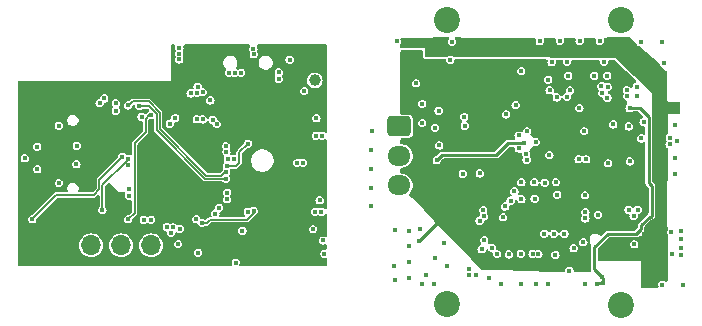
<source format=gbr>
%TF.GenerationSoftware,KiCad,Pcbnew,8.0.5*%
%TF.CreationDate,2025-02-13T02:53:00+01:00*%
%TF.ProjectId,cansatperso,63616e73-6174-4706-9572-736f2e6b6963,rev?*%
%TF.SameCoordinates,Original*%
%TF.FileFunction,Copper,L4,Inr*%
%TF.FilePolarity,Positive*%
%FSLAX46Y46*%
G04 Gerber Fmt 4.6, Leading zero omitted, Abs format (unit mm)*
G04 Created by KiCad (PCBNEW 8.0.5) date 2025-02-13 02:53:00*
%MOMM*%
%LPD*%
G01*
G04 APERTURE LIST*
G04 Aperture macros list*
%AMRoundRect*
0 Rectangle with rounded corners*
0 $1 Rounding radius*
0 $2 $3 $4 $5 $6 $7 $8 $9 X,Y pos of 4 corners*
0 Add a 4 corners polygon primitive as box body*
4,1,4,$2,$3,$4,$5,$6,$7,$8,$9,$2,$3,0*
0 Add four circle primitives for the rounded corners*
1,1,$1+$1,$2,$3*
1,1,$1+$1,$4,$5*
1,1,$1+$1,$6,$7*
1,1,$1+$1,$8,$9*
0 Add four rect primitives between the rounded corners*
20,1,$1+$1,$2,$3,$4,$5,0*
20,1,$1+$1,$4,$5,$6,$7,0*
20,1,$1+$1,$6,$7,$8,$9,0*
20,1,$1+$1,$8,$9,$2,$3,0*%
G04 Aperture macros list end*
%TA.AperFunction,ComponentPad*%
%ADD10C,1.000000*%
%TD*%
%TA.AperFunction,ComponentPad*%
%ADD11C,2.200000*%
%TD*%
%TA.AperFunction,ComponentPad*%
%ADD12RoundRect,0.250000X-0.725000X0.600000X-0.725000X-0.600000X0.725000X-0.600000X0.725000X0.600000X0*%
%TD*%
%TA.AperFunction,ComponentPad*%
%ADD13O,1.950000X1.700000*%
%TD*%
%TA.AperFunction,ComponentPad*%
%ADD14R,1.700000X1.700000*%
%TD*%
%TA.AperFunction,ComponentPad*%
%ADD15O,1.700000X1.700000*%
%TD*%
%TA.AperFunction,ComponentPad*%
%ADD16O,1.800000X1.000000*%
%TD*%
%TA.AperFunction,ComponentPad*%
%ADD17O,2.100000X1.000000*%
%TD*%
%TA.AperFunction,ViaPad*%
%ADD18C,0.400000*%
%TD*%
%TA.AperFunction,Conductor*%
%ADD19C,0.250000*%
%TD*%
%TA.AperFunction,Conductor*%
%ADD20C,0.150000*%
%TD*%
G04 APERTURE END LIST*
D10*
%TO.N,GND*%
%TO.C,TP1*%
X165290000Y-74530000D03*
%TD*%
D11*
%TO.N,GND*%
%TO.C,H1*%
X176440000Y-95500000D03*
%TD*%
D12*
%TO.N,GND*%
%TO.C,J1*%
X172420000Y-80450000D03*
D13*
%TO.N,unconnected-(J1-Pin_2-Pad2)*%
X172420000Y-82950000D03*
%TO.N,VIN*%
X172420000Y-85450000D03*
%TD*%
D10*
%TO.N,BAT+*%
%TO.C,TP2*%
X165250000Y-76550000D03*
%TD*%
D11*
%TO.N,GND*%
%TO.C,H2*%
X191170000Y-95590000D03*
%TD*%
%TO.N,GND*%
%TO.C,H4*%
X191140000Y-71470000D03*
%TD*%
%TO.N,GND*%
%TO.C,H3*%
X176450000Y-71450000D03*
%TD*%
D14*
%TO.N,GND*%
%TO.C,J3*%
X143770000Y-90515000D03*
D15*
%TO.N,+3.3V*%
X146310000Y-90515000D03*
%TO.N,OLED_SCL*%
X148850000Y-90515000D03*
%TO.N,OLED_SDA*%
X151390000Y-90515000D03*
%TD*%
D16*
%TO.N,GND*%
%TO.C,J4*%
X141095000Y-87130000D03*
D17*
X145275000Y-87130000D03*
D16*
X141095000Y-78490000D03*
D17*
X145275000Y-78490000D03*
%TD*%
D18*
%TO.N,GND*%
X190070000Y-77100000D03*
X175430000Y-80550000D03*
X185140000Y-77380000D03*
X188140000Y-93790000D03*
X142010000Y-81170000D03*
X160740000Y-86350000D03*
X162230000Y-80510000D03*
X184730000Y-85210000D03*
X153660000Y-84100000D03*
X172020000Y-93430000D03*
X171990000Y-92250000D03*
X172040000Y-89180000D03*
X141180000Y-80280000D03*
X144630000Y-84990000D03*
X170070000Y-80860000D03*
X194780000Y-75070000D03*
X162990000Y-88570000D03*
X192860000Y-73320000D03*
X161120000Y-87030000D03*
X156190000Y-82980000D03*
X156200000Y-84070000D03*
X192250000Y-88020000D03*
X154975000Y-81590000D03*
X141930000Y-86100000D03*
X145040000Y-76960000D03*
X196400000Y-93870000D03*
X152820000Y-91930000D03*
X182160000Y-85940000D03*
X178270000Y-92510000D03*
X164630000Y-90100000D03*
X195420000Y-89400000D03*
X162040000Y-87440000D03*
X154630000Y-85660000D03*
X176720000Y-74800000D03*
X163220000Y-81520000D03*
X188060000Y-80840000D03*
X164560000Y-73880000D03*
X158450000Y-79700000D03*
X147830166Y-85660166D03*
X195910000Y-81690000D03*
X173830000Y-76800000D03*
X186860000Y-77390000D03*
X145550000Y-76960000D03*
X147740000Y-82470000D03*
X169990000Y-82430000D03*
X150010000Y-80820000D03*
X146570000Y-76960000D03*
X161590000Y-91240000D03*
X192520000Y-77840000D03*
X148100000Y-76960000D03*
X148380000Y-88610000D03*
X195310000Y-81420000D03*
X163080000Y-91890000D03*
X147590000Y-76960000D03*
X143000000Y-76960000D03*
X160280000Y-80080000D03*
X181190000Y-88140000D03*
X148610000Y-76960000D03*
X157910000Y-89880000D03*
X161060000Y-75970000D03*
X141350000Y-89120000D03*
X153270000Y-74310000D03*
X185500000Y-89530000D03*
X157930000Y-89220000D03*
X195290000Y-81980000D03*
X195500000Y-91260000D03*
X170000000Y-85670000D03*
X185310000Y-75010000D03*
X178270000Y-93060000D03*
X161570000Y-91930000D03*
X163310000Y-79290000D03*
X165990000Y-73820000D03*
X191840000Y-80450000D03*
X152650000Y-89990000D03*
X141980000Y-76960000D03*
X156200000Y-83510000D03*
X162320000Y-91920000D03*
X186600000Y-74990000D03*
X186610000Y-77940000D03*
X193090000Y-80070000D03*
X179510000Y-87540000D03*
X186810000Y-92670000D03*
X182750000Y-85180000D03*
X196230000Y-90710000D03*
X142420000Y-90710000D03*
X163260000Y-82530000D03*
X196240000Y-91320000D03*
X146060000Y-76960000D03*
X151160000Y-76960000D03*
X174150000Y-89130000D03*
X144660000Y-80610000D03*
X196250000Y-89330000D03*
X186380000Y-89540000D03*
X156920000Y-80860000D03*
X155730000Y-75730000D03*
X183870000Y-86560000D03*
X185770000Y-86240000D03*
X177950000Y-80400000D03*
X144020000Y-76960000D03*
X192510000Y-77075000D03*
X194690000Y-73340000D03*
X174290000Y-93820000D03*
X182730000Y-75760000D03*
X148950000Y-81920000D03*
X149120000Y-76960000D03*
X179230000Y-84430000D03*
X151670000Y-76960000D03*
X159040000Y-81100000D03*
X153270000Y-75270000D03*
X158490000Y-90670000D03*
X153270000Y-76370000D03*
X191820000Y-87500000D03*
X149630000Y-76960000D03*
X162810000Y-86290000D03*
X158980000Y-84200000D03*
X190030000Y-78010000D03*
X142530000Y-79050000D03*
X151920000Y-91940000D03*
X176870000Y-73300000D03*
X143510000Y-76960000D03*
X162590000Y-84570000D03*
X189230000Y-87920000D03*
X150160000Y-88200000D03*
X146690000Y-86900000D03*
X174340000Y-78550000D03*
X174710000Y-93030000D03*
X183840000Y-85180000D03*
X140920000Y-85150000D03*
X147660000Y-91890000D03*
X153270000Y-75860000D03*
X187970000Y-90257500D03*
X140590000Y-79650000D03*
X162120000Y-82560000D03*
X158950000Y-79220000D03*
X141910000Y-85200000D03*
X143700000Y-91990000D03*
X187680000Y-73220000D03*
X184670000Y-89530000D03*
X190520000Y-80280000D03*
X158130000Y-77820000D03*
X169990000Y-87150000D03*
X162040000Y-85260000D03*
X184020004Y-93800000D03*
X153270000Y-73840000D03*
X148900000Y-80740000D03*
X159880000Y-82560000D03*
X196260000Y-90010000D03*
X161190000Y-81660000D03*
X154910000Y-86580000D03*
X182700000Y-93770000D03*
X143760000Y-88920000D03*
X147610000Y-83730000D03*
X163940000Y-74790000D03*
X164040000Y-75630000D03*
X154980000Y-89970000D03*
X189380000Y-73200000D03*
X174340000Y-80170000D03*
X185010000Y-93780000D03*
X182750000Y-86610000D03*
X166020000Y-75460000D03*
X181370000Y-87230000D03*
X140700000Y-81170000D03*
X189740000Y-75000000D03*
X177790000Y-84460000D03*
X142410000Y-88090000D03*
X140960000Y-76960000D03*
X181450000Y-79430000D03*
X158970000Y-77290000D03*
X162140000Y-81560000D03*
X151720000Y-82800000D03*
X147080000Y-76960000D03*
X143210000Y-81200000D03*
X143550000Y-87740000D03*
X145080000Y-91980000D03*
X141470000Y-76960000D03*
X182260000Y-78635000D03*
X156530000Y-75980000D03*
X145280000Y-89320000D03*
X142490000Y-76960000D03*
X185670000Y-85170000D03*
X185740000Y-77990000D03*
X181825000Y-86735000D03*
X143250000Y-77940000D03*
X159460000Y-86320000D03*
X169990000Y-84030000D03*
X153270000Y-74800000D03*
X181000000Y-93770000D03*
X142410000Y-80220000D03*
X150650000Y-76960000D03*
X159000000Y-77810000D03*
X147610000Y-89440000D03*
X175340000Y-93810000D03*
X140450000Y-76960000D03*
X161240000Y-80060000D03*
X161180000Y-84630000D03*
X162010000Y-78220000D03*
X150140000Y-76960000D03*
X151100000Y-81520000D03*
X159500000Y-83150000D03*
X144030000Y-81490000D03*
X162260000Y-79290000D03*
X144530000Y-76960000D03*
X153070000Y-76920000D03*
X184300000Y-73230000D03*
X151150000Y-82410000D03*
X186010000Y-73210000D03*
X187650000Y-78890000D03*
X172180000Y-73260000D03*
X140900000Y-86120000D03*
X178890000Y-93060000D03*
X192600000Y-87500000D03*
X163210000Y-80470000D03*
%TO.N,+3.3V*%
X174080000Y-90160000D03*
X192500000Y-83785000D03*
X174630000Y-79100000D03*
X165280000Y-87660000D03*
X155250000Y-77590000D03*
X190080000Y-88950000D03*
X155325000Y-77080000D03*
X155760000Y-77540000D03*
X180500000Y-79960000D03*
X157150000Y-87340000D03*
X152720000Y-88960000D03*
X157890000Y-83220000D03*
X152982503Y-80229917D03*
X193340000Y-86580000D03*
X148400000Y-79110000D03*
X189950000Y-84530000D03*
X187800000Y-75020000D03*
X149520000Y-85790000D03*
X156830000Y-87830000D03*
X190540000Y-88950000D03*
X148410000Y-78490000D03*
X190070000Y-85070000D03*
X154745000Y-77655000D03*
X192930000Y-83785000D03*
X165800000Y-87660000D03*
X195710000Y-80320000D03*
X186180000Y-91660000D03*
X159125835Y-89272933D03*
X188320000Y-75010000D03*
X185110000Y-91730000D03*
X150581344Y-79625174D03*
X176410000Y-80320000D03*
X181118130Y-83193167D03*
X158380000Y-83210000D03*
X149520000Y-86340000D03*
X191836225Y-76543443D03*
X181420000Y-81330000D03*
X183050000Y-75090000D03*
X193360000Y-87119998D03*
X166073755Y-91215931D03*
X192914500Y-82522000D03*
X174670000Y-77590000D03*
X165660000Y-86700000D03*
X185020000Y-92422500D03*
X180320000Y-83320000D03*
%TO.N,NRST*%
X173200000Y-93250000D03*
X179380000Y-90850660D03*
%TO.N,SDDETECT*%
X192897500Y-81470000D03*
X184190000Y-91260000D03*
%TO.N,VIN*%
X182930000Y-81890000D03*
X175581212Y-83307499D03*
%TO.N,+5V*%
X189450000Y-91620000D03*
X193990000Y-89040000D03*
X193800000Y-93860000D03*
X193270000Y-93860000D03*
X181560000Y-74390000D03*
X193290000Y-89920000D03*
X180440000Y-73890000D03*
X179340000Y-73840000D03*
X193410000Y-89040000D03*
X181541494Y-73890340D03*
X175050000Y-73880000D03*
X175020000Y-74320000D03*
X195710000Y-78920000D03*
%TO.N,ADC1_IN3_VBAT*%
X175780000Y-82050000D03*
X179200000Y-88440000D03*
%TO.N,I2C3_SDA_ACCEL*%
X185110000Y-82870000D03*
X195710000Y-83120000D03*
X190085990Y-83570661D03*
%TO.N,I2C3_SCL_ACCEL*%
X188130000Y-86280000D03*
X191937000Y-83410000D03*
X195710000Y-84520000D03*
%TO.N,3.3VEN*%
X189655249Y-93721215D03*
X189160000Y-93790000D03*
X191900000Y-78910000D03*
X189610000Y-93200000D03*
%TO.N,SPI1_CS_SD*%
X182700000Y-91230000D03*
X190010000Y-76155000D03*
%TO.N,SPI1_MISO_SD*%
X180690000Y-91260000D03*
X185009998Y-76500000D03*
%TO.N,SPI1_SCK_SD*%
X180225170Y-90704168D03*
X186710000Y-76155000D03*
%TO.N,SPI1_MOSI_SD*%
X188910000Y-76155000D03*
X181690000Y-91280000D03*
%TO.N,USART1_RX_GPS*%
X189520000Y-77030000D03*
X183132230Y-82772331D03*
%TO.N,USART1_TX_GPS*%
X183185000Y-83269541D03*
X189580000Y-77630000D03*
%TO.N,LPUART1_RX_RADIO*%
X185620000Y-91330000D03*
X191670000Y-77370000D03*
%TO.N,LPUART1_TX_RADIO*%
X187160000Y-90760000D03*
X191709998Y-77868400D03*
%TO.N,SWO*%
X153804834Y-89104834D03*
X183979670Y-81772588D03*
X173200000Y-89320000D03*
X158560000Y-91980000D03*
%TO.N,SWDIO*%
X153680000Y-90410000D03*
X188230000Y-83220000D03*
X153080000Y-89460000D03*
X173216256Y-91960000D03*
%TO.N,I2C1_SCL*%
X175730000Y-79127500D03*
X183220000Y-80840000D03*
%TO.N,SWCLK{slash}I2C1_SDA*%
X173200000Y-90610000D03*
X187585000Y-83220000D03*
%TO.N,TIM3_CHI_PWM4*%
X192290000Y-90420000D03*
X188170000Y-87710000D03*
%TO.N,PWEN*%
X188160000Y-88240000D03*
X194690000Y-93860000D03*
%TO.N,I2C1_SDA*%
X182510000Y-81220000D03*
X177897500Y-79650000D03*
%TO.N,BAROEXTI*%
X149475917Y-83724486D03*
%TO.N,GPIO_EXTI1*%
X176480000Y-92252500D03*
X183690431Y-91239185D03*
%TO.N,EXTI3{slash}PWMONTIM4*%
X175470000Y-91570000D03*
X179596371Y-90083297D03*
%TO.N,EXTI0*%
X176160000Y-90330000D03*
X179542862Y-88065000D03*
%TO.N,unconnected-(U1-PB8-Pad46)*%
X180000000Y-93270000D03*
X182528901Y-82315000D03*
%TO.N,Net-(BT1-+)*%
X165390000Y-79750000D03*
%TO.N,GNDGPS*%
X164240000Y-83540000D03*
X165350000Y-81240000D03*
X165880000Y-81240000D03*
X163770000Y-83540000D03*
%TO.N,vusb*%
X160080000Y-74330000D03*
X147425000Y-78085000D03*
X147040000Y-78470000D03*
X140690000Y-83150000D03*
X160060000Y-73910000D03*
%TO.N,B2*%
X157820000Y-86620000D03*
%TO.N,B1*%
X157830000Y-86050000D03*
%TO.N,Net-(U1-NRST)*%
X157800001Y-83812785D03*
X159590000Y-81900000D03*
%TO.N,SPI_MOSi*%
X155210000Y-88300000D03*
X165940000Y-90110000D03*
%TO.N,SPI_SCK*%
X157728198Y-82118683D03*
X165100000Y-89150000D03*
%TO.N,SPI_MISO*%
X155770000Y-79860000D03*
X159580000Y-87670000D03*
%TO.N,SPI_CS*%
X155705000Y-88615000D03*
X160074977Y-87599289D03*
%TO.N,COMPASSDA*%
X157760000Y-84327327D03*
X149440000Y-78670000D03*
%TO.N,COMPASSCL*%
X157713996Y-84873334D03*
X150399749Y-78715042D03*
%TO.N,USART_RX*%
X149440000Y-88310000D03*
X151380000Y-79480760D03*
%TO.N,USART_TX*%
X153436013Y-79731151D03*
%TO.N,OLED_SCL*%
X155254834Y-79844834D03*
%TO.N,Net-(J4-CC2)*%
X143580000Y-80380000D03*
%TO.N,Net-(J4-D--PadA7)*%
X145070000Y-83650000D03*
%TO.N,Net-(J4-D+-PadA6)*%
X145100000Y-82080000D03*
%TO.N,Net-(J4-CC1)*%
X143590000Y-85240000D03*
%TO.N,Net-(PA1010D1-RX)*%
X156410000Y-78250000D03*
%TO.N,Net-(PA1010D1-TX)*%
X156614694Y-79898205D03*
%TO.N,ALIMGPS*%
X157774584Y-82616529D03*
X164350000Y-77450000D03*
%TO.N,Net-(U1-PA4)*%
X156970000Y-80250000D03*
X163120000Y-74797502D03*
%TO.N,BAT+*%
X162200000Y-75870000D03*
X162210000Y-76420000D03*
%TO.N,SWCLK*%
X155370000Y-91140000D03*
X153257998Y-88992754D03*
%TO.N,D+*%
X141745000Y-82170000D03*
X151393046Y-88353046D03*
%TO.N,D-*%
X150780000Y-88350000D03*
X141745000Y-84070000D03*
%TO.N,Net-(U1-PB0)*%
X141320000Y-88300000D03*
X148941416Y-83031084D03*
%TO.N,Net-(U1-PB1)*%
X147270000Y-87530000D03*
X149475336Y-83224484D03*
%TO.N,Net-(IC3-EN)*%
X158000000Y-75910000D03*
X158457500Y-75912500D03*
X153769587Y-74289609D03*
X153790000Y-73790000D03*
X153770000Y-74770000D03*
X159012500Y-75912500D03*
%TD*%
D19*
%TO.N,+3.3V*%
X175830000Y-88410000D02*
X176240000Y-88410000D01*
X174080000Y-90160000D02*
X175830000Y-88410000D01*
%TO.N,VIN*%
X176028027Y-82860684D02*
X180629316Y-82860684D01*
X180629316Y-82860684D02*
X181600000Y-81890000D01*
X175581212Y-83307499D02*
X176028027Y-82860684D01*
X181600000Y-81890000D02*
X182930000Y-81890000D01*
%TO.N,3.3VEN*%
X193515000Y-79635000D02*
X192790000Y-78910000D01*
X190070000Y-89540000D02*
X192450000Y-89540000D01*
X189610000Y-93200000D02*
X189655249Y-93245249D01*
X189655249Y-93721215D02*
X189228785Y-93721215D01*
X192860000Y-88830000D02*
X193610000Y-88080000D01*
X188930000Y-92520000D02*
X188930000Y-90680000D01*
X193785000Y-85485000D02*
X193515000Y-85215000D01*
X189610000Y-93200000D02*
X188930000Y-92520000D01*
X193515000Y-85215000D02*
X193515000Y-79635000D01*
X193785000Y-87995000D02*
X193785000Y-85485000D01*
X192450000Y-89540000D02*
X192460000Y-89550000D01*
X188930000Y-90680000D02*
X190070000Y-89540000D01*
X189228785Y-93721215D02*
X189160000Y-93790000D01*
X192460000Y-89550000D02*
X192860000Y-89150000D01*
X193610000Y-88080000D02*
X193700000Y-88080000D01*
X189655249Y-93245249D02*
X189655249Y-93721215D01*
X193700000Y-88080000D02*
X193785000Y-87995000D01*
X192860000Y-89150000D02*
X192860000Y-88830000D01*
X192790000Y-78910000D02*
X191900000Y-78910000D01*
D20*
%TO.N,Net-(U1-NRST)*%
X159590000Y-81900000D02*
X158840000Y-82650000D01*
X158840000Y-83530000D02*
X158557215Y-83812785D01*
X158840000Y-82650000D02*
X158840000Y-83530000D01*
X158557215Y-83812785D02*
X157800001Y-83812785D01*
%TO.N,SPI_CS*%
X156085000Y-88615000D02*
X155705000Y-88615000D01*
X160074977Y-87785023D02*
X159500000Y-88360000D01*
X159500000Y-88360000D02*
X156340000Y-88360000D01*
X160074977Y-87599289D02*
X160074977Y-87785023D01*
X156340000Y-88360000D02*
X156085000Y-88615000D01*
%TO.N,COMPASSDA*%
X151173596Y-78340042D02*
X149839958Y-78340042D01*
X149510000Y-78670000D02*
X149440000Y-78670000D01*
X157316666Y-84623334D02*
X156076888Y-84623334D01*
X157760000Y-84327327D02*
X157612673Y-84327327D01*
X157612673Y-84327327D02*
X157316666Y-84623334D01*
X157760000Y-84327327D02*
X157847327Y-84327327D01*
X156076888Y-84623334D02*
X152130000Y-80676446D01*
X149839958Y-78340042D02*
X149510000Y-78670000D01*
X152130000Y-79296446D02*
X151173596Y-78340042D01*
X152130000Y-80676446D02*
X152130000Y-79296446D01*
%TO.N,COMPASSCL*%
X157713996Y-84873334D02*
X155973334Y-84873334D01*
X151880000Y-79400000D02*
X151195042Y-78715042D01*
X151880000Y-80780000D02*
X151880000Y-79400000D01*
X151195042Y-78715042D02*
X150399749Y-78715042D01*
X155973334Y-84873334D02*
X151880000Y-80780000D01*
%TO.N,USART_RX*%
X150920000Y-79789669D02*
X150920000Y-80950000D01*
X150920000Y-80950000D02*
X150005000Y-81865000D01*
X151380000Y-79480760D02*
X151228909Y-79480760D01*
X150005000Y-87745000D02*
X149440000Y-88310000D01*
X150005000Y-81865000D02*
X150005000Y-87745000D01*
X151228909Y-79480760D02*
X150920000Y-79789669D01*
%TO.N,Net-(U1-PB0)*%
X148938916Y-83031084D02*
X147020000Y-84950000D01*
X148941416Y-83031084D02*
X148938916Y-83031084D01*
X147020000Y-84950000D02*
X147020000Y-85770000D01*
X143370000Y-86250000D02*
X141320000Y-88300000D01*
X147020000Y-85770000D02*
X146540000Y-86250000D01*
X146540000Y-86250000D02*
X143370000Y-86250000D01*
%TO.N,Net-(U1-PB1)*%
X149475336Y-83224484D02*
X149350334Y-83349486D01*
X149320586Y-83349486D02*
X147270000Y-85400072D01*
X149350334Y-83349486D02*
X149320586Y-83349486D01*
X147270000Y-85400072D02*
X147270000Y-87530000D01*
%TD*%
%TA.AperFunction,Conductor*%
%TO.N,GND*%
G36*
X153404052Y-73530185D02*
G01*
X153449807Y-73582989D01*
X153459751Y-73652147D01*
X153454943Y-73672823D01*
X153452498Y-73680346D01*
X153435131Y-73789997D01*
X153435131Y-73790002D01*
X153452498Y-73899658D01*
X153485016Y-73963478D01*
X153497912Y-74032147D01*
X153485017Y-74076065D01*
X153432085Y-74179951D01*
X153414718Y-74289606D01*
X153414718Y-74289611D01*
X153432085Y-74399267D01*
X153470120Y-74473915D01*
X153483016Y-74542584D01*
X153470121Y-74586502D01*
X153432498Y-74660342D01*
X153415131Y-74769997D01*
X153415131Y-74770002D01*
X153432498Y-74879658D01*
X153482904Y-74978585D01*
X153482909Y-74978592D01*
X153561407Y-75057090D01*
X153561410Y-75057092D01*
X153561413Y-75057095D01*
X153660339Y-75107500D01*
X153660341Y-75107501D01*
X153769998Y-75124869D01*
X153770000Y-75124869D01*
X153770002Y-75124869D01*
X153879658Y-75107501D01*
X153879659Y-75107500D01*
X153879661Y-75107500D01*
X153978587Y-75057095D01*
X154052239Y-74983443D01*
X157494500Y-74983443D01*
X157494500Y-75141556D01*
X157535423Y-75294283D01*
X157535426Y-75294290D01*
X157614475Y-75431209D01*
X157614481Y-75431217D01*
X157711109Y-75527845D01*
X157744594Y-75589168D01*
X157739610Y-75658860D01*
X157717756Y-75692868D01*
X157718644Y-75693514D01*
X157712904Y-75701414D01*
X157662498Y-75800341D01*
X157645131Y-75909997D01*
X157645131Y-75910002D01*
X157662498Y-76019658D01*
X157712904Y-76118585D01*
X157712909Y-76118592D01*
X157791407Y-76197090D01*
X157791410Y-76197092D01*
X157791413Y-76197095D01*
X157886365Y-76245475D01*
X157890341Y-76247501D01*
X157999998Y-76264869D01*
X158000000Y-76264869D01*
X158000002Y-76264869D01*
X158109656Y-76247501D01*
X158109656Y-76247500D01*
X158109661Y-76247500D01*
X158170005Y-76216753D01*
X158238670Y-76203858D01*
X158282589Y-76216753D01*
X158342934Y-76247501D01*
X158347841Y-76250001D01*
X158457498Y-76267369D01*
X158457500Y-76267369D01*
X158457502Y-76267369D01*
X158567158Y-76250001D01*
X158567159Y-76250000D01*
X158567161Y-76250000D01*
X158666087Y-76199595D01*
X158666087Y-76199594D01*
X158674783Y-76195164D01*
X158675989Y-76197531D01*
X158727905Y-76179001D01*
X158795961Y-76194818D01*
X158801408Y-76198318D01*
X158803911Y-76199593D01*
X158803913Y-76199595D01*
X158902839Y-76250000D01*
X158902841Y-76250001D01*
X159012498Y-76267369D01*
X159012500Y-76267369D01*
X159012502Y-76267369D01*
X159122158Y-76250001D01*
X159122159Y-76250000D01*
X159122161Y-76250000D01*
X159221087Y-76199595D01*
X159299595Y-76121087D01*
X159350000Y-76022161D01*
X159350000Y-76022159D01*
X159350001Y-76022158D01*
X159367369Y-75912502D01*
X159367369Y-75912497D01*
X159360638Y-75869997D01*
X161845131Y-75869997D01*
X161845131Y-75870002D01*
X161862498Y-75979658D01*
X161912903Y-76078584D01*
X161913899Y-76079954D01*
X161914593Y-76081900D01*
X161917336Y-76087283D01*
X161916640Y-76087637D01*
X161937379Y-76145761D01*
X161924066Y-76209134D01*
X161872498Y-76310341D01*
X161855131Y-76419997D01*
X161855131Y-76420002D01*
X161872498Y-76529658D01*
X161922904Y-76628585D01*
X161922909Y-76628592D01*
X162001407Y-76707090D01*
X162001410Y-76707092D01*
X162001413Y-76707095D01*
X162070896Y-76742498D01*
X162100341Y-76757501D01*
X162209998Y-76774869D01*
X162210000Y-76774869D01*
X162210002Y-76774869D01*
X162319658Y-76757501D01*
X162319659Y-76757500D01*
X162319661Y-76757500D01*
X162418587Y-76707095D01*
X162497095Y-76628587D01*
X162537137Y-76549999D01*
X164594722Y-76549999D01*
X164594722Y-76550000D01*
X164613762Y-76706818D01*
X164632984Y-76757501D01*
X164669780Y-76854523D01*
X164759517Y-76984530D01*
X164877760Y-77089283D01*
X164877762Y-77089284D01*
X165017634Y-77162696D01*
X165171014Y-77200500D01*
X165171015Y-77200500D01*
X165328985Y-77200500D01*
X165482365Y-77162696D01*
X165578004Y-77112500D01*
X165622240Y-77089283D01*
X165740483Y-76984530D01*
X165830220Y-76854523D01*
X165886237Y-76706818D01*
X165905278Y-76550000D01*
X165902809Y-76529661D01*
X165886237Y-76393181D01*
X165864992Y-76337164D01*
X165830220Y-76245477D01*
X165740483Y-76115470D01*
X165622240Y-76010717D01*
X165622238Y-76010716D01*
X165622237Y-76010715D01*
X165482365Y-75937303D01*
X165328986Y-75899500D01*
X165328985Y-75899500D01*
X165171015Y-75899500D01*
X165171014Y-75899500D01*
X165017634Y-75937303D01*
X164877762Y-76010715D01*
X164759516Y-76115471D01*
X164669781Y-76245475D01*
X164669780Y-76245476D01*
X164613762Y-76393181D01*
X164594722Y-76549999D01*
X162537137Y-76549999D01*
X162547500Y-76529661D01*
X162547500Y-76529659D01*
X162547501Y-76529658D01*
X162564869Y-76420002D01*
X162564869Y-76419997D01*
X162547501Y-76310341D01*
X162516756Y-76250000D01*
X162497095Y-76211413D01*
X162497089Y-76211407D01*
X162496101Y-76210047D01*
X162495405Y-76208096D01*
X162492664Y-76202717D01*
X162493359Y-76202362D01*
X162472620Y-76144241D01*
X162485933Y-76080864D01*
X162487091Y-76078590D01*
X162487095Y-76078587D01*
X162537500Y-75979661D01*
X162548533Y-75910002D01*
X162554869Y-75870002D01*
X162554869Y-75869997D01*
X162537501Y-75760341D01*
X162508750Y-75703914D01*
X162487095Y-75661413D01*
X162487092Y-75661410D01*
X162487090Y-75661407D01*
X162408592Y-75582909D01*
X162408588Y-75582906D01*
X162408587Y-75582905D01*
X162404743Y-75580946D01*
X162309658Y-75532498D01*
X162200002Y-75515131D01*
X162199998Y-75515131D01*
X162090341Y-75532498D01*
X161991414Y-75582904D01*
X161991407Y-75582909D01*
X161912909Y-75661407D01*
X161912904Y-75661414D01*
X161862498Y-75760341D01*
X161845131Y-75869997D01*
X159360638Y-75869997D01*
X159350001Y-75802841D01*
X159328345Y-75760339D01*
X159299595Y-75703913D01*
X159299592Y-75703910D01*
X159299590Y-75703907D01*
X159221092Y-75625409D01*
X159221088Y-75625406D01*
X159221087Y-75625405D01*
X159214548Y-75622073D01*
X159122158Y-75574998D01*
X159012502Y-75557631D01*
X159012498Y-75557631D01*
X158902841Y-75574998D01*
X158813013Y-75620768D01*
X158810453Y-75622073D01*
X158795217Y-75629836D01*
X158794011Y-75627470D01*
X158742074Y-75645999D01*
X158674021Y-75630171D01*
X158668586Y-75626678D01*
X158625901Y-75604929D01*
X158575106Y-75556955D01*
X158558311Y-75489134D01*
X158574810Y-75432445D01*
X158575524Y-75431209D01*
X158654577Y-75294284D01*
X158695500Y-75141557D01*
X158695500Y-74983443D01*
X160494500Y-74983443D01*
X160494500Y-75141556D01*
X160535423Y-75294283D01*
X160535426Y-75294290D01*
X160614475Y-75431209D01*
X160614479Y-75431214D01*
X160614480Y-75431216D01*
X160726284Y-75543020D01*
X160726286Y-75543021D01*
X160726290Y-75543024D01*
X160863209Y-75622073D01*
X160863216Y-75622077D01*
X161015943Y-75663000D01*
X161015945Y-75663000D01*
X161174055Y-75663000D01*
X161174057Y-75663000D01*
X161326784Y-75622077D01*
X161463716Y-75543020D01*
X161575520Y-75431216D01*
X161654577Y-75294284D01*
X161695500Y-75141557D01*
X161695500Y-74983443D01*
X161654577Y-74830716D01*
X161635399Y-74797499D01*
X162765131Y-74797499D01*
X162765131Y-74797504D01*
X162782498Y-74907160D01*
X162832904Y-75006087D01*
X162832909Y-75006094D01*
X162911407Y-75084592D01*
X162911410Y-75084594D01*
X162911413Y-75084597D01*
X162956365Y-75107501D01*
X163010341Y-75135003D01*
X163119998Y-75152371D01*
X163120000Y-75152371D01*
X163120002Y-75152371D01*
X163229658Y-75135003D01*
X163229659Y-75135002D01*
X163229661Y-75135002D01*
X163328587Y-75084597D01*
X163407095Y-75006089D01*
X163457500Y-74907163D01*
X163457500Y-74907161D01*
X163457501Y-74907160D01*
X163474869Y-74797504D01*
X163474869Y-74797499D01*
X163457501Y-74687843D01*
X163447136Y-74667500D01*
X163407095Y-74588915D01*
X163407092Y-74588912D01*
X163407090Y-74588909D01*
X163328592Y-74510411D01*
X163328588Y-74510408D01*
X163328587Y-74510407D01*
X163313899Y-74502923D01*
X163229658Y-74460000D01*
X163120002Y-74442633D01*
X163119998Y-74442633D01*
X163010341Y-74460000D01*
X162911414Y-74510406D01*
X162911407Y-74510411D01*
X162832909Y-74588909D01*
X162832904Y-74588916D01*
X162782498Y-74687843D01*
X162765131Y-74797499D01*
X161635399Y-74797499D01*
X161619521Y-74769997D01*
X161575524Y-74693790D01*
X161575518Y-74693782D01*
X161463717Y-74581981D01*
X161463709Y-74581975D01*
X161326790Y-74502926D01*
X161326786Y-74502924D01*
X161326784Y-74502923D01*
X161174057Y-74462000D01*
X161015943Y-74462000D01*
X160863216Y-74502923D01*
X160863209Y-74502926D01*
X160726290Y-74581975D01*
X160726282Y-74581981D01*
X160614481Y-74693782D01*
X160614475Y-74693790D01*
X160535426Y-74830709D01*
X160535423Y-74830716D01*
X160494500Y-74983443D01*
X158695500Y-74983443D01*
X158654577Y-74830716D01*
X158619521Y-74769997D01*
X158575524Y-74693790D01*
X158575518Y-74693782D01*
X158463717Y-74581981D01*
X158463709Y-74581975D01*
X158326790Y-74502926D01*
X158326786Y-74502924D01*
X158326784Y-74502923D01*
X158174057Y-74462000D01*
X158015943Y-74462000D01*
X157863216Y-74502923D01*
X157863209Y-74502926D01*
X157726290Y-74581975D01*
X157726282Y-74581981D01*
X157614481Y-74693782D01*
X157614475Y-74693790D01*
X157535426Y-74830709D01*
X157535423Y-74830716D01*
X157494500Y-74983443D01*
X154052239Y-74983443D01*
X154057095Y-74978587D01*
X154107500Y-74879661D01*
X154107500Y-74879659D01*
X154107501Y-74879658D01*
X154124869Y-74770002D01*
X154124869Y-74769997D01*
X154107501Y-74660341D01*
X154069466Y-74585693D01*
X154056570Y-74517024D01*
X154069464Y-74473108D01*
X154107087Y-74399270D01*
X154107088Y-74399265D01*
X154124456Y-74289611D01*
X154124456Y-74289606D01*
X154107088Y-74179952D01*
X154107087Y-74179950D01*
X154107087Y-74179948D01*
X154074569Y-74116128D01*
X154061674Y-74047461D01*
X154074570Y-74003541D01*
X154077093Y-73998588D01*
X154077095Y-73998587D01*
X154127500Y-73899661D01*
X154143231Y-73800341D01*
X154144869Y-73790002D01*
X154144869Y-73789997D01*
X154130734Y-73700762D01*
X154127500Y-73680339D01*
X154127496Y-73680332D01*
X154125057Y-73672823D01*
X154123060Y-73602981D01*
X154159138Y-73543147D01*
X154221838Y-73512317D01*
X154242987Y-73510500D01*
X159668248Y-73510500D01*
X159735287Y-73530185D01*
X159781042Y-73582989D01*
X159790986Y-73652147D01*
X159775003Y-73691528D01*
X159777336Y-73692717D01*
X159722498Y-73800341D01*
X159705131Y-73909997D01*
X159705131Y-73910002D01*
X159722498Y-74019658D01*
X159754942Y-74083332D01*
X159767838Y-74152001D01*
X159754942Y-74195920D01*
X159742498Y-74220341D01*
X159725131Y-74329997D01*
X159725131Y-74330002D01*
X159742498Y-74439658D01*
X159792904Y-74538585D01*
X159792909Y-74538592D01*
X159871407Y-74617090D01*
X159871410Y-74617092D01*
X159871413Y-74617095D01*
X159956285Y-74660339D01*
X159970341Y-74667501D01*
X160079998Y-74684869D01*
X160080000Y-74684869D01*
X160080002Y-74684869D01*
X160189658Y-74667501D01*
X160189659Y-74667500D01*
X160189661Y-74667500D01*
X160288587Y-74617095D01*
X160367095Y-74538587D01*
X160417500Y-74439661D01*
X160417500Y-74439659D01*
X160417501Y-74439658D01*
X160434869Y-74330002D01*
X160434869Y-74329997D01*
X160417501Y-74220343D01*
X160417500Y-74220341D01*
X160417500Y-74220339D01*
X160385056Y-74156664D01*
X160372161Y-74087999D01*
X160385056Y-74044081D01*
X160397500Y-74019661D01*
X160414869Y-73910000D01*
X160414869Y-73909997D01*
X160397501Y-73800341D01*
X160392232Y-73790000D01*
X160347095Y-73701413D01*
X160347094Y-73701412D01*
X160342664Y-73692717D01*
X160345655Y-73691192D01*
X160327954Y-73641573D01*
X160343782Y-73573520D01*
X160393891Y-73524828D01*
X160451752Y-73510500D01*
X166165500Y-73510500D01*
X166232539Y-73530185D01*
X166278294Y-73582989D01*
X166289500Y-73634500D01*
X166289500Y-80855512D01*
X166269815Y-80922551D01*
X166217011Y-80968306D01*
X166147853Y-80978250D01*
X166092623Y-80955836D01*
X166088591Y-80952907D01*
X165989658Y-80902498D01*
X165880002Y-80885131D01*
X165879998Y-80885131D01*
X165770341Y-80902498D01*
X165671294Y-80952965D01*
X165602624Y-80965861D01*
X165558706Y-80952965D01*
X165459658Y-80902498D01*
X165350002Y-80885131D01*
X165349998Y-80885131D01*
X165240341Y-80902498D01*
X165141414Y-80952904D01*
X165141407Y-80952909D01*
X165062909Y-81031407D01*
X165062904Y-81031414D01*
X165012498Y-81130341D01*
X164995131Y-81239997D01*
X164995131Y-81240002D01*
X165012498Y-81349658D01*
X165062904Y-81448585D01*
X165062909Y-81448592D01*
X165141407Y-81527090D01*
X165141410Y-81527092D01*
X165141413Y-81527095D01*
X165210896Y-81562498D01*
X165240341Y-81577501D01*
X165349998Y-81594869D01*
X165350000Y-81594869D01*
X165350002Y-81594869D01*
X165459656Y-81577501D01*
X165459656Y-81577500D01*
X165459661Y-81577500D01*
X165558587Y-81527095D01*
X165558588Y-81527093D01*
X165558705Y-81527034D01*
X165627375Y-81514138D01*
X165671295Y-81527034D01*
X165671411Y-81527093D01*
X165671413Y-81527095D01*
X165770339Y-81577500D01*
X165770341Y-81577500D01*
X165770343Y-81577501D01*
X165879998Y-81594869D01*
X165880000Y-81594869D01*
X165880002Y-81594869D01*
X165989658Y-81577501D01*
X165989659Y-81577500D01*
X165989661Y-81577500D01*
X166088587Y-81527095D01*
X166088587Y-81527094D01*
X166088590Y-81527093D01*
X166092618Y-81524167D01*
X166158425Y-81500689D01*
X166226478Y-81516516D01*
X166275171Y-81566624D01*
X166289500Y-81624487D01*
X166289500Y-87354455D01*
X166269815Y-87421494D01*
X166217011Y-87467249D01*
X166147853Y-87477193D01*
X166084297Y-87448168D01*
X166077819Y-87442136D01*
X166008592Y-87372909D01*
X166008588Y-87372906D01*
X166008587Y-87372905D01*
X166003706Y-87370418D01*
X165909658Y-87322498D01*
X165800002Y-87305131D01*
X165799998Y-87305131D01*
X165690341Y-87322498D01*
X165596294Y-87370418D01*
X165527625Y-87383314D01*
X165483706Y-87370418D01*
X165389658Y-87322498D01*
X165280002Y-87305131D01*
X165279998Y-87305131D01*
X165170341Y-87322498D01*
X165071414Y-87372904D01*
X165071407Y-87372909D01*
X164992909Y-87451407D01*
X164992904Y-87451414D01*
X164942498Y-87550341D01*
X164925131Y-87659997D01*
X164925131Y-87660002D01*
X164942498Y-87769658D01*
X164992904Y-87868585D01*
X164992909Y-87868592D01*
X165071407Y-87947090D01*
X165071410Y-87947092D01*
X165071413Y-87947095D01*
X165165690Y-87995131D01*
X165170341Y-87997501D01*
X165279998Y-88014869D01*
X165280000Y-88014869D01*
X165280002Y-88014869D01*
X165389656Y-87997501D01*
X165389656Y-87997500D01*
X165389661Y-87997500D01*
X165483709Y-87949580D01*
X165552374Y-87936685D01*
X165596288Y-87949578D01*
X165690339Y-87997500D01*
X165690341Y-87997500D01*
X165690343Y-87997501D01*
X165799998Y-88014869D01*
X165800000Y-88014869D01*
X165800002Y-88014869D01*
X165909658Y-87997501D01*
X165909659Y-87997500D01*
X165909661Y-87997500D01*
X166008587Y-87947095D01*
X166042925Y-87912757D01*
X166077819Y-87877864D01*
X166139142Y-87844379D01*
X166208834Y-87849363D01*
X166264767Y-87891235D01*
X166289184Y-87956699D01*
X166289500Y-87965545D01*
X166289500Y-89692354D01*
X166269815Y-89759393D01*
X166217011Y-89805148D01*
X166147853Y-89815092D01*
X166109206Y-89802839D01*
X166049658Y-89772498D01*
X165940002Y-89755131D01*
X165939998Y-89755131D01*
X165830341Y-89772498D01*
X165731414Y-89822904D01*
X165731407Y-89822909D01*
X165652909Y-89901407D01*
X165652904Y-89901414D01*
X165602498Y-90000341D01*
X165585131Y-90109997D01*
X165585131Y-90110002D01*
X165602498Y-90219658D01*
X165652904Y-90318585D01*
X165652909Y-90318592D01*
X165731407Y-90397090D01*
X165731410Y-90397092D01*
X165731413Y-90397095D01*
X165797053Y-90430540D01*
X165830341Y-90447501D01*
X165939998Y-90464869D01*
X165940000Y-90464869D01*
X165940002Y-90464869D01*
X166049656Y-90447501D01*
X166049656Y-90447500D01*
X166049661Y-90447500D01*
X166109208Y-90417159D01*
X166177874Y-90404264D01*
X166242615Y-90430540D01*
X166282872Y-90487647D01*
X166289500Y-90527645D01*
X166289500Y-90750047D01*
X166269815Y-90817086D01*
X166217011Y-90862841D01*
X166147853Y-90872785D01*
X166146103Y-90872520D01*
X166073758Y-90861062D01*
X166073753Y-90861062D01*
X165964096Y-90878429D01*
X165865169Y-90928835D01*
X165865162Y-90928840D01*
X165786664Y-91007338D01*
X165786659Y-91007345D01*
X165736253Y-91106272D01*
X165718886Y-91215928D01*
X165718886Y-91215933D01*
X165736253Y-91325589D01*
X165786659Y-91424516D01*
X165786664Y-91424523D01*
X165865162Y-91503021D01*
X165865165Y-91503023D01*
X165865168Y-91503026D01*
X165899151Y-91520341D01*
X165964096Y-91553432D01*
X166073753Y-91570800D01*
X166073755Y-91570800D01*
X166073756Y-91570800D01*
X166101621Y-91566386D01*
X166146101Y-91559341D01*
X166215395Y-91568295D01*
X166268847Y-91613291D01*
X166289487Y-91680042D01*
X166289500Y-91681814D01*
X166289500Y-92185500D01*
X166269815Y-92252539D01*
X166217011Y-92298294D01*
X166165500Y-92309500D01*
X158987836Y-92309500D01*
X158920797Y-92289815D01*
X158875042Y-92237011D01*
X158865098Y-92167853D01*
X158877351Y-92129206D01*
X158879347Y-92125287D01*
X158897500Y-92089661D01*
X158897500Y-92089659D01*
X158897501Y-92089658D01*
X158914869Y-91980002D01*
X158914869Y-91979997D01*
X158897501Y-91870341D01*
X158897500Y-91870339D01*
X158847095Y-91771413D01*
X158847092Y-91771410D01*
X158847090Y-91771407D01*
X158768592Y-91692909D01*
X158768588Y-91692906D01*
X158768587Y-91692905D01*
X158743342Y-91680042D01*
X158669658Y-91642498D01*
X158560002Y-91625131D01*
X158559998Y-91625131D01*
X158450341Y-91642498D01*
X158351414Y-91692904D01*
X158351407Y-91692909D01*
X158272909Y-91771407D01*
X158272904Y-91771414D01*
X158222498Y-91870341D01*
X158205131Y-91979997D01*
X158205131Y-91980002D01*
X158222498Y-92089658D01*
X158242649Y-92129206D01*
X158255545Y-92197875D01*
X158229268Y-92262616D01*
X158172161Y-92302872D01*
X158132164Y-92309500D01*
X140214500Y-92309500D01*
X140147461Y-92289815D01*
X140101706Y-92237011D01*
X140090500Y-92185500D01*
X140090500Y-90515000D01*
X145304659Y-90515000D01*
X145323975Y-90711129D01*
X145381188Y-90899733D01*
X145474086Y-91073532D01*
X145474090Y-91073539D01*
X145599116Y-91225883D01*
X145751460Y-91350909D01*
X145751467Y-91350913D01*
X145925266Y-91443811D01*
X145925269Y-91443811D01*
X145925273Y-91443814D01*
X146113868Y-91501024D01*
X146310000Y-91520341D01*
X146506132Y-91501024D01*
X146694727Y-91443814D01*
X146726016Y-91427090D01*
X146868532Y-91350913D01*
X146868538Y-91350910D01*
X147020883Y-91225883D01*
X147145910Y-91073538D01*
X147221877Y-90931414D01*
X147238811Y-90899733D01*
X147238811Y-90899732D01*
X147238814Y-90899727D01*
X147296024Y-90711132D01*
X147315341Y-90515000D01*
X147844659Y-90515000D01*
X147863975Y-90711129D01*
X147921188Y-90899733D01*
X148014086Y-91073532D01*
X148014090Y-91073539D01*
X148139116Y-91225883D01*
X148291460Y-91350909D01*
X148291467Y-91350913D01*
X148465266Y-91443811D01*
X148465269Y-91443811D01*
X148465273Y-91443814D01*
X148653868Y-91501024D01*
X148850000Y-91520341D01*
X149046132Y-91501024D01*
X149234727Y-91443814D01*
X149266016Y-91427090D01*
X149408532Y-91350913D01*
X149408538Y-91350910D01*
X149560883Y-91225883D01*
X149685910Y-91073538D01*
X149761877Y-90931414D01*
X149778811Y-90899733D01*
X149778811Y-90899732D01*
X149778814Y-90899727D01*
X149836024Y-90711132D01*
X149855341Y-90515000D01*
X150384659Y-90515000D01*
X150403975Y-90711129D01*
X150461188Y-90899733D01*
X150554086Y-91073532D01*
X150554090Y-91073539D01*
X150679116Y-91225883D01*
X150831460Y-91350909D01*
X150831467Y-91350913D01*
X151005266Y-91443811D01*
X151005269Y-91443811D01*
X151005273Y-91443814D01*
X151193868Y-91501024D01*
X151390000Y-91520341D01*
X151586132Y-91501024D01*
X151774727Y-91443814D01*
X151806016Y-91427090D01*
X151948532Y-91350913D01*
X151948538Y-91350910D01*
X152100883Y-91225883D01*
X152171368Y-91139997D01*
X155015131Y-91139997D01*
X155015131Y-91140002D01*
X155032498Y-91249658D01*
X155082904Y-91348585D01*
X155082909Y-91348592D01*
X155161407Y-91427090D01*
X155161410Y-91427092D01*
X155161413Y-91427095D01*
X155260339Y-91477500D01*
X155260341Y-91477501D01*
X155369998Y-91494869D01*
X155370000Y-91494869D01*
X155370002Y-91494869D01*
X155479658Y-91477501D01*
X155479659Y-91477500D01*
X155479661Y-91477500D01*
X155578587Y-91427095D01*
X155657095Y-91348587D01*
X155707500Y-91249661D01*
X155707500Y-91249659D01*
X155707501Y-91249658D01*
X155724869Y-91140002D01*
X155724869Y-91139997D01*
X155707501Y-91030341D01*
X155695784Y-91007345D01*
X155657095Y-90931413D01*
X155657092Y-90931410D01*
X155657090Y-90931407D01*
X155578592Y-90852909D01*
X155578588Y-90852906D01*
X155578587Y-90852905D01*
X155508288Y-90817086D01*
X155479658Y-90802498D01*
X155370002Y-90785131D01*
X155369998Y-90785131D01*
X155260341Y-90802498D01*
X155161414Y-90852904D01*
X155161407Y-90852909D01*
X155082909Y-90931407D01*
X155082904Y-90931414D01*
X155032498Y-91030341D01*
X155015131Y-91139997D01*
X152171368Y-91139997D01*
X152225910Y-91073538D01*
X152301877Y-90931414D01*
X152318811Y-90899733D01*
X152318811Y-90899732D01*
X152318814Y-90899727D01*
X152376024Y-90711132D01*
X152395341Y-90515000D01*
X152384999Y-90409997D01*
X153325131Y-90409997D01*
X153325131Y-90410002D01*
X153342498Y-90519658D01*
X153392904Y-90618585D01*
X153392909Y-90618592D01*
X153471407Y-90697090D01*
X153471410Y-90697092D01*
X153471413Y-90697095D01*
X153570339Y-90747500D01*
X153570341Y-90747501D01*
X153679998Y-90764869D01*
X153680000Y-90764869D01*
X153680002Y-90764869D01*
X153789658Y-90747501D01*
X153789659Y-90747500D01*
X153789661Y-90747500D01*
X153888587Y-90697095D01*
X153967095Y-90618587D01*
X154017500Y-90519661D01*
X154017500Y-90519659D01*
X154017501Y-90519658D01*
X154034869Y-90410002D01*
X154034869Y-90409997D01*
X154017501Y-90300341D01*
X154017500Y-90300339D01*
X153967095Y-90201413D01*
X153967092Y-90201410D01*
X153967090Y-90201407D01*
X153888592Y-90122909D01*
X153888588Y-90122906D01*
X153888587Y-90122905D01*
X153863263Y-90110002D01*
X153789658Y-90072498D01*
X153680002Y-90055131D01*
X153679998Y-90055131D01*
X153570341Y-90072498D01*
X153471414Y-90122904D01*
X153471407Y-90122909D01*
X153392909Y-90201407D01*
X153392904Y-90201414D01*
X153342498Y-90300341D01*
X153325131Y-90409997D01*
X152384999Y-90409997D01*
X152376024Y-90318868D01*
X152318814Y-90130273D01*
X152318811Y-90130269D01*
X152318811Y-90130266D01*
X152225913Y-89956467D01*
X152225909Y-89956460D01*
X152100883Y-89804116D01*
X151948539Y-89679090D01*
X151948532Y-89679086D01*
X151774733Y-89586188D01*
X151774727Y-89586186D01*
X151586132Y-89528976D01*
X151586129Y-89528975D01*
X151390000Y-89509659D01*
X151193870Y-89528975D01*
X151005266Y-89586188D01*
X150831467Y-89679086D01*
X150831460Y-89679090D01*
X150679116Y-89804116D01*
X150554090Y-89956460D01*
X150554086Y-89956467D01*
X150461188Y-90130266D01*
X150403975Y-90318870D01*
X150384659Y-90515000D01*
X149855341Y-90515000D01*
X149836024Y-90318868D01*
X149778814Y-90130273D01*
X149778811Y-90130269D01*
X149778811Y-90130266D01*
X149685913Y-89956467D01*
X149685909Y-89956460D01*
X149560883Y-89804116D01*
X149408539Y-89679090D01*
X149408532Y-89679086D01*
X149234733Y-89586188D01*
X149234727Y-89586186D01*
X149046132Y-89528976D01*
X149046129Y-89528975D01*
X148850000Y-89509659D01*
X148653870Y-89528975D01*
X148465266Y-89586188D01*
X148291467Y-89679086D01*
X148291460Y-89679090D01*
X148139116Y-89804116D01*
X148014090Y-89956460D01*
X148014086Y-89956467D01*
X147921188Y-90130266D01*
X147863975Y-90318870D01*
X147844659Y-90515000D01*
X147315341Y-90515000D01*
X147296024Y-90318868D01*
X147238814Y-90130273D01*
X147238811Y-90130269D01*
X147238811Y-90130266D01*
X147145913Y-89956467D01*
X147145909Y-89956460D01*
X147020883Y-89804116D01*
X146868539Y-89679090D01*
X146868532Y-89679086D01*
X146694733Y-89586188D01*
X146694727Y-89586186D01*
X146506132Y-89528976D01*
X146506129Y-89528975D01*
X146310000Y-89509659D01*
X146113870Y-89528975D01*
X145925266Y-89586188D01*
X145751467Y-89679086D01*
X145751460Y-89679090D01*
X145599116Y-89804116D01*
X145474090Y-89956460D01*
X145474086Y-89956467D01*
X145381188Y-90130266D01*
X145323975Y-90318870D01*
X145304659Y-90515000D01*
X140090500Y-90515000D01*
X140090500Y-88959997D01*
X152365131Y-88959997D01*
X152365131Y-88960002D01*
X152382498Y-89069658D01*
X152432904Y-89168585D01*
X152432909Y-89168592D01*
X152511407Y-89247090D01*
X152511410Y-89247092D01*
X152511413Y-89247095D01*
X152610339Y-89297500D01*
X152624953Y-89299814D01*
X152688088Y-89329742D01*
X152725021Y-89389052D01*
X152728032Y-89441685D01*
X152725131Y-89460002D01*
X152742498Y-89569658D01*
X152792904Y-89668585D01*
X152792909Y-89668592D01*
X152871407Y-89747090D01*
X152871410Y-89747092D01*
X152871413Y-89747095D01*
X152970339Y-89797500D01*
X152970341Y-89797501D01*
X153079998Y-89814869D01*
X153080000Y-89814869D01*
X153080002Y-89814869D01*
X153189658Y-89797501D01*
X153189659Y-89797500D01*
X153189661Y-89797500D01*
X153288587Y-89747095D01*
X153367095Y-89668587D01*
X153417500Y-89569661D01*
X153430197Y-89489492D01*
X153460125Y-89426361D01*
X153519437Y-89389429D01*
X153589299Y-89390427D01*
X153608954Y-89398403D01*
X153695173Y-89442334D01*
X153695175Y-89442334D01*
X153695177Y-89442335D01*
X153804832Y-89459703D01*
X153804834Y-89459703D01*
X153804836Y-89459703D01*
X153914492Y-89442335D01*
X153914493Y-89442334D01*
X153914495Y-89442334D01*
X154013421Y-89391929D01*
X154091929Y-89313421D01*
X154112560Y-89272930D01*
X158770966Y-89272930D01*
X158770966Y-89272935D01*
X158788333Y-89382591D01*
X158838739Y-89481518D01*
X158838744Y-89481525D01*
X158917242Y-89560023D01*
X158917245Y-89560025D01*
X158917248Y-89560028D01*
X159016174Y-89610433D01*
X159016176Y-89610434D01*
X159125833Y-89627802D01*
X159125835Y-89627802D01*
X159125837Y-89627802D01*
X159235493Y-89610434D01*
X159235494Y-89610433D01*
X159235496Y-89610433D01*
X159334422Y-89560028D01*
X159412930Y-89481520D01*
X159463335Y-89382594D01*
X159463335Y-89382592D01*
X159463336Y-89382591D01*
X159480704Y-89272935D01*
X159480704Y-89272930D01*
X159463336Y-89163274D01*
X159456571Y-89149997D01*
X164745131Y-89149997D01*
X164745131Y-89150002D01*
X164762498Y-89259658D01*
X164812904Y-89358585D01*
X164812909Y-89358592D01*
X164891407Y-89437090D01*
X164891410Y-89437092D01*
X164891413Y-89437095D01*
X164936367Y-89460000D01*
X164990341Y-89487501D01*
X165099998Y-89504869D01*
X165100000Y-89504869D01*
X165100002Y-89504869D01*
X165209658Y-89487501D01*
X165209659Y-89487500D01*
X165209661Y-89487500D01*
X165308587Y-89437095D01*
X165387095Y-89358587D01*
X165437500Y-89259661D01*
X165437500Y-89259659D01*
X165437501Y-89259658D01*
X165454869Y-89150002D01*
X165454869Y-89149997D01*
X165437501Y-89040341D01*
X165414487Y-88995173D01*
X165387095Y-88941413D01*
X165387092Y-88941410D01*
X165387090Y-88941407D01*
X165308592Y-88862909D01*
X165308588Y-88862906D01*
X165308587Y-88862905D01*
X165283925Y-88850339D01*
X165209658Y-88812498D01*
X165100002Y-88795131D01*
X165099998Y-88795131D01*
X164990341Y-88812498D01*
X164891414Y-88862904D01*
X164891407Y-88862909D01*
X164812909Y-88941407D01*
X164812904Y-88941414D01*
X164762498Y-89040341D01*
X164745131Y-89149997D01*
X159456571Y-89149997D01*
X159412930Y-89064346D01*
X159412927Y-89064343D01*
X159412925Y-89064340D01*
X159334427Y-88985842D01*
X159334423Y-88985839D01*
X159334422Y-88985838D01*
X159283706Y-88959997D01*
X159235493Y-88935431D01*
X159125837Y-88918064D01*
X159125833Y-88918064D01*
X159016176Y-88935431D01*
X158917249Y-88985837D01*
X158917242Y-88985842D01*
X158838744Y-89064340D01*
X158838739Y-89064347D01*
X158788333Y-89163274D01*
X158770966Y-89272930D01*
X154112560Y-89272930D01*
X154142334Y-89214495D01*
X154142334Y-89214493D01*
X154142335Y-89214492D01*
X154159703Y-89104836D01*
X154159703Y-89104831D01*
X154142335Y-88995175D01*
X154129441Y-88969869D01*
X154091929Y-88896247D01*
X154091926Y-88896244D01*
X154091924Y-88896241D01*
X154013426Y-88817743D01*
X154013422Y-88817740D01*
X154013421Y-88817739D01*
X154003135Y-88812498D01*
X153914492Y-88767332D01*
X153804836Y-88749965D01*
X153804832Y-88749965D01*
X153695176Y-88767332D01*
X153664870Y-88782774D01*
X153596200Y-88795669D01*
X153531460Y-88769391D01*
X153520896Y-88759969D01*
X153466590Y-88705663D01*
X153466586Y-88705660D01*
X153466585Y-88705659D01*
X153418391Y-88681103D01*
X153367656Y-88655252D01*
X153258000Y-88637885D01*
X153257996Y-88637885D01*
X153148340Y-88655252D01*
X153071338Y-88694486D01*
X153002669Y-88707381D01*
X152937929Y-88681103D01*
X152929396Y-88673493D01*
X152928588Y-88672906D01*
X152928587Y-88672905D01*
X152893189Y-88654869D01*
X152829658Y-88622498D01*
X152720002Y-88605131D01*
X152719998Y-88605131D01*
X152610341Y-88622498D01*
X152511414Y-88672904D01*
X152511407Y-88672909D01*
X152432909Y-88751407D01*
X152432904Y-88751414D01*
X152382498Y-88850341D01*
X152365131Y-88959997D01*
X140090500Y-88959997D01*
X140090500Y-88299997D01*
X140965131Y-88299997D01*
X140965131Y-88300002D01*
X140982498Y-88409658D01*
X141032904Y-88508585D01*
X141032909Y-88508592D01*
X141111407Y-88587090D01*
X141111410Y-88587092D01*
X141111413Y-88587095D01*
X141209534Y-88637090D01*
X141210341Y-88637501D01*
X141319998Y-88654869D01*
X141320000Y-88654869D01*
X141320002Y-88654869D01*
X141429658Y-88637501D01*
X141429659Y-88637500D01*
X141429661Y-88637500D01*
X141528587Y-88587095D01*
X141607095Y-88508587D01*
X141657500Y-88409661D01*
X141657500Y-88409659D01*
X141657501Y-88409658D01*
X141667702Y-88345249D01*
X141674869Y-88300000D01*
X141674869Y-88299997D01*
X141675334Y-88297061D01*
X141705263Y-88233926D01*
X141710108Y-88228795D01*
X143427086Y-86511819D01*
X143488409Y-86478334D01*
X143514767Y-86475500D01*
X146480703Y-86475500D01*
X146480711Y-86475501D01*
X146495145Y-86475501D01*
X146584853Y-86475501D01*
X146584855Y-86475501D01*
X146643460Y-86451225D01*
X146667736Y-86441170D01*
X146731170Y-86377736D01*
X146731170Y-86377735D01*
X146748606Y-86360299D01*
X146748607Y-86360296D01*
X146832821Y-86276082D01*
X146894143Y-86242600D01*
X146963834Y-86247584D01*
X147019768Y-86289456D01*
X147044184Y-86354921D01*
X147044500Y-86363766D01*
X147044500Y-87208455D01*
X147024815Y-87275494D01*
X147008181Y-87296136D01*
X146982909Y-87321407D01*
X146982904Y-87321414D01*
X146932498Y-87420341D01*
X146915131Y-87529997D01*
X146915131Y-87530002D01*
X146932498Y-87639658D01*
X146982904Y-87738585D01*
X146982909Y-87738592D01*
X147061407Y-87817090D01*
X147061410Y-87817092D01*
X147061413Y-87817095D01*
X147124743Y-87849363D01*
X147160341Y-87867501D01*
X147269998Y-87884869D01*
X147270000Y-87884869D01*
X147270002Y-87884869D01*
X147379658Y-87867501D01*
X147379659Y-87867500D01*
X147379661Y-87867500D01*
X147478587Y-87817095D01*
X147557095Y-87738587D01*
X147607500Y-87639661D01*
X147607500Y-87639659D01*
X147607501Y-87639658D01*
X147624869Y-87530002D01*
X147624869Y-87529997D01*
X147607501Y-87420341D01*
X147588635Y-87383314D01*
X147557095Y-87321413D01*
X147557092Y-87321410D01*
X147557090Y-87321407D01*
X147531819Y-87296136D01*
X147498334Y-87234813D01*
X147495500Y-87208455D01*
X147495500Y-85544839D01*
X147515185Y-85477800D01*
X147531819Y-85457158D01*
X147639319Y-85349658D01*
X147756809Y-85232167D01*
X147818130Y-85198684D01*
X147887821Y-85203668D01*
X147932169Y-85232169D01*
X148710000Y-86010000D01*
X149092419Y-86010000D01*
X149159458Y-86029685D01*
X149205213Y-86082489D01*
X149215157Y-86151647D01*
X149202904Y-86190294D01*
X149182498Y-86230341D01*
X149165131Y-86339997D01*
X149165131Y-86340002D01*
X149182498Y-86449658D01*
X149232904Y-86548585D01*
X149232909Y-86548592D01*
X149311407Y-86627090D01*
X149311410Y-86627092D01*
X149311413Y-86627095D01*
X149408337Y-86676480D01*
X149410341Y-86677501D01*
X149519998Y-86694869D01*
X149520000Y-86694869D01*
X149520002Y-86694869D01*
X149636102Y-86676480D01*
X149705395Y-86685434D01*
X149758847Y-86730430D01*
X149779487Y-86797182D01*
X149779500Y-86798953D01*
X149779500Y-87600232D01*
X149759815Y-87667271D01*
X149743181Y-87687913D01*
X149511220Y-87919873D01*
X149449897Y-87953358D01*
X149442937Y-87954665D01*
X149330341Y-87972498D01*
X149231414Y-88022904D01*
X149231407Y-88022909D01*
X149152909Y-88101407D01*
X149152904Y-88101414D01*
X149102498Y-88200341D01*
X149085131Y-88309997D01*
X149085131Y-88310002D01*
X149102498Y-88419658D01*
X149152904Y-88518585D01*
X149152909Y-88518592D01*
X149231407Y-88597090D01*
X149231410Y-88597092D01*
X149231413Y-88597095D01*
X149315886Y-88640136D01*
X149330341Y-88647501D01*
X149439998Y-88664869D01*
X149440000Y-88664869D01*
X149440002Y-88664869D01*
X149549658Y-88647501D01*
X149549659Y-88647500D01*
X149549661Y-88647500D01*
X149648587Y-88597095D01*
X149727095Y-88518587D01*
X149777500Y-88419661D01*
X149777500Y-88419659D01*
X149777501Y-88419658D01*
X149788051Y-88353046D01*
X149788534Y-88349997D01*
X150425131Y-88349997D01*
X150425131Y-88350002D01*
X150442498Y-88459658D01*
X150492904Y-88558585D01*
X150492909Y-88558592D01*
X150571407Y-88637090D01*
X150571410Y-88637092D01*
X150571413Y-88637095D01*
X150642849Y-88673493D01*
X150670341Y-88687501D01*
X150779998Y-88704869D01*
X150780000Y-88704869D01*
X150780002Y-88704869D01*
X150889658Y-88687501D01*
X150889659Y-88687500D01*
X150889661Y-88687500D01*
X150988587Y-88637095D01*
X150997316Y-88628365D01*
X151058633Y-88594879D01*
X151128325Y-88599859D01*
X151172680Y-88628363D01*
X151184453Y-88640136D01*
X151184456Y-88640138D01*
X151184459Y-88640141D01*
X151264852Y-88681103D01*
X151283387Y-88690547D01*
X151393044Y-88707915D01*
X151393046Y-88707915D01*
X151393048Y-88707915D01*
X151502704Y-88690547D01*
X151502705Y-88690546D01*
X151502707Y-88690546D01*
X151601633Y-88640141D01*
X151680141Y-88561633D01*
X151730546Y-88462707D01*
X151730546Y-88462705D01*
X151730547Y-88462704D01*
X151747915Y-88353048D01*
X151747915Y-88353043D01*
X151739513Y-88299997D01*
X154855131Y-88299997D01*
X154855131Y-88300002D01*
X154872498Y-88409658D01*
X154922904Y-88508585D01*
X154922909Y-88508592D01*
X155001407Y-88587090D01*
X155001410Y-88587092D01*
X155001413Y-88587095D01*
X155099534Y-88637090D01*
X155100341Y-88637501D01*
X155209998Y-88654869D01*
X155209999Y-88654869D01*
X155209999Y-88654868D01*
X155210000Y-88654869D01*
X155233851Y-88651091D01*
X155303142Y-88660045D01*
X155356595Y-88705040D01*
X155363734Y-88717269D01*
X155367499Y-88724659D01*
X155367500Y-88724661D01*
X155414927Y-88817743D01*
X155417906Y-88823588D01*
X155417909Y-88823592D01*
X155496407Y-88902090D01*
X155496410Y-88902092D01*
X155496413Y-88902095D01*
X155595339Y-88952500D01*
X155595341Y-88952501D01*
X155704998Y-88969869D01*
X155705000Y-88969869D01*
X155705002Y-88969869D01*
X155814658Y-88952501D01*
X155814659Y-88952500D01*
X155814661Y-88952500D01*
X155913587Y-88902095D01*
X155919441Y-88896241D01*
X155938863Y-88876820D01*
X156000186Y-88843335D01*
X156026544Y-88840501D01*
X156129853Y-88840501D01*
X156129855Y-88840501D01*
X156188460Y-88816225D01*
X156212736Y-88806170D01*
X156276170Y-88742736D01*
X156276170Y-88742735D01*
X156293599Y-88725306D01*
X156293604Y-88725300D01*
X156378769Y-88640136D01*
X156397089Y-88621817D01*
X156458413Y-88588333D01*
X156484769Y-88585500D01*
X159440703Y-88585500D01*
X159440711Y-88585501D01*
X159455145Y-88585501D01*
X159544853Y-88585501D01*
X159544855Y-88585501D01*
X159603460Y-88561225D01*
X159627736Y-88551170D01*
X159691170Y-88487736D01*
X159691170Y-88487735D01*
X159708608Y-88470297D01*
X159708610Y-88470294D01*
X160202711Y-87976193D01*
X160202713Y-87976193D01*
X160266147Y-87912759D01*
X160266148Y-87912757D01*
X160272930Y-87902607D01*
X160274247Y-87903487D01*
X160289918Y-87880029D01*
X160362072Y-87807876D01*
X160412477Y-87708950D01*
X160412477Y-87708948D01*
X160412478Y-87708947D01*
X160429846Y-87599291D01*
X160429846Y-87599286D01*
X160412478Y-87489630D01*
X160393006Y-87451414D01*
X160362072Y-87390702D01*
X160362069Y-87390699D01*
X160362067Y-87390696D01*
X160283569Y-87312198D01*
X160283565Y-87312195D01*
X160283564Y-87312194D01*
X160211536Y-87275494D01*
X160184635Y-87261787D01*
X160074979Y-87244420D01*
X160074975Y-87244420D01*
X159965318Y-87261787D01*
X159866391Y-87312193D01*
X159866386Y-87312196D01*
X159856986Y-87321597D01*
X159795661Y-87355080D01*
X159725970Y-87350093D01*
X159713014Y-87344399D01*
X159704386Y-87340003D01*
X159689661Y-87332500D01*
X159689660Y-87332499D01*
X159689657Y-87332498D01*
X159580002Y-87315131D01*
X159579998Y-87315131D01*
X159470341Y-87332498D01*
X159371414Y-87382904D01*
X159371407Y-87382909D01*
X159292909Y-87461407D01*
X159292904Y-87461414D01*
X159242498Y-87560341D01*
X159225131Y-87669997D01*
X159225131Y-87670002D01*
X159242498Y-87779658D01*
X159292904Y-87878585D01*
X159292909Y-87878592D01*
X159337136Y-87922819D01*
X159370621Y-87984142D01*
X159365637Y-88053834D01*
X159323765Y-88109767D01*
X159258301Y-88134184D01*
X159249455Y-88134500D01*
X157270574Y-88134500D01*
X157203535Y-88114815D01*
X157157780Y-88062011D01*
X157147836Y-87992853D01*
X157160088Y-87954207D01*
X157167500Y-87939661D01*
X157167972Y-87936685D01*
X157184869Y-87830002D01*
X157184869Y-87830000D01*
X157182125Y-87812677D01*
X157191078Y-87743386D01*
X157236073Y-87689933D01*
X157251299Y-87682584D01*
X157250966Y-87681930D01*
X157259659Y-87677500D01*
X157259661Y-87677500D01*
X157358587Y-87627095D01*
X157437095Y-87548587D01*
X157487500Y-87449661D01*
X157487500Y-87449659D01*
X157487501Y-87449658D01*
X157504869Y-87340002D01*
X157504869Y-87339997D01*
X157487501Y-87230341D01*
X157487500Y-87230339D01*
X157437095Y-87131413D01*
X157437092Y-87131410D01*
X157437090Y-87131407D01*
X157358592Y-87052909D01*
X157358588Y-87052906D01*
X157358587Y-87052905D01*
X157328353Y-87037500D01*
X157259658Y-87002498D01*
X157150002Y-86985131D01*
X157149998Y-86985131D01*
X157040341Y-87002498D01*
X156941414Y-87052904D01*
X156941407Y-87052909D01*
X156862909Y-87131407D01*
X156862904Y-87131414D01*
X156812498Y-87230341D01*
X156795131Y-87339997D01*
X156795131Y-87340003D01*
X156797874Y-87357323D01*
X156788919Y-87426616D01*
X156743922Y-87480068D01*
X156728701Y-87487417D01*
X156729034Y-87488070D01*
X156720339Y-87492499D01*
X156720339Y-87492500D01*
X156621413Y-87542905D01*
X156621412Y-87542906D01*
X156621407Y-87542909D01*
X156542909Y-87621407D01*
X156542904Y-87621414D01*
X156492498Y-87720341D01*
X156475131Y-87829997D01*
X156475131Y-87830002D01*
X156492498Y-87939657D01*
X156492499Y-87939660D01*
X156492500Y-87939661D01*
X156499608Y-87953612D01*
X156499912Y-87954207D01*
X156512807Y-88022876D01*
X156486530Y-88087616D01*
X156429423Y-88127872D01*
X156389426Y-88134500D01*
X156384854Y-88134500D01*
X156295145Y-88134500D01*
X156295143Y-88134500D01*
X156295141Y-88134501D01*
X156212266Y-88168827D01*
X156212264Y-88168829D01*
X156069330Y-88311764D01*
X156008007Y-88345249D01*
X155938315Y-88340265D01*
X155922554Y-88331804D01*
X155922283Y-88332336D01*
X155814658Y-88277498D01*
X155705002Y-88260131D01*
X155705001Y-88260131D01*
X155705000Y-88260131D01*
X155694164Y-88261847D01*
X155681146Y-88263909D01*
X155611853Y-88254953D01*
X155558402Y-88209956D01*
X155551265Y-88197729D01*
X155547500Y-88190339D01*
X155497095Y-88091413D01*
X155497092Y-88091410D01*
X155497090Y-88091407D01*
X155418592Y-88012909D01*
X155418588Y-88012906D01*
X155418587Y-88012905D01*
X155407979Y-88007500D01*
X155319658Y-87962498D01*
X155210002Y-87945131D01*
X155209998Y-87945131D01*
X155100341Y-87962498D01*
X155001414Y-88012904D01*
X155001407Y-88012909D01*
X154922909Y-88091407D01*
X154922904Y-88091414D01*
X154872498Y-88190341D01*
X154855131Y-88299997D01*
X151739513Y-88299997D01*
X151730547Y-88243387D01*
X151703518Y-88190339D01*
X151680141Y-88144459D01*
X151680138Y-88144456D01*
X151680136Y-88144453D01*
X151601638Y-88065955D01*
X151601634Y-88065952D01*
X151601633Y-88065951D01*
X151547928Y-88038587D01*
X151502704Y-88015544D01*
X151393048Y-87998177D01*
X151393044Y-87998177D01*
X151283387Y-88015544D01*
X151184460Y-88065950D01*
X151184453Y-88065955D01*
X151175727Y-88074682D01*
X151114404Y-88108167D01*
X151044712Y-88103183D01*
X151000365Y-88074682D01*
X150988592Y-88062909D01*
X150988588Y-88062906D01*
X150988587Y-88062905D01*
X150940860Y-88038587D01*
X150889658Y-88012498D01*
X150780002Y-87995131D01*
X150779998Y-87995131D01*
X150670341Y-88012498D01*
X150571414Y-88062904D01*
X150571407Y-88062909D01*
X150492909Y-88141407D01*
X150492904Y-88141414D01*
X150442498Y-88240341D01*
X150425131Y-88349997D01*
X149788534Y-88349997D01*
X149794869Y-88310000D01*
X149794869Y-88309997D01*
X149795334Y-88307061D01*
X149825263Y-88243926D01*
X149830108Y-88238795D01*
X150115294Y-87953610D01*
X150115297Y-87953608D01*
X150132735Y-87936170D01*
X150132736Y-87936170D01*
X150196170Y-87872736D01*
X150223036Y-87807876D01*
X150223037Y-87807875D01*
X150230499Y-87789858D01*
X150230501Y-87789854D01*
X150230501Y-87700145D01*
X150230501Y-87690156D01*
X150230500Y-87690142D01*
X150230500Y-86619997D01*
X157465131Y-86619997D01*
X157465131Y-86620002D01*
X157482498Y-86729658D01*
X157532904Y-86828585D01*
X157532909Y-86828592D01*
X157611407Y-86907090D01*
X157611410Y-86907092D01*
X157611413Y-86907095D01*
X157710339Y-86957500D01*
X157710341Y-86957501D01*
X157819998Y-86974869D01*
X157820000Y-86974869D01*
X157820002Y-86974869D01*
X157929658Y-86957501D01*
X157929659Y-86957500D01*
X157929661Y-86957500D01*
X158028587Y-86907095D01*
X158107095Y-86828587D01*
X158157500Y-86729661D01*
X158157500Y-86729659D01*
X158157501Y-86729658D01*
X158162199Y-86699997D01*
X165305131Y-86699997D01*
X165305131Y-86700002D01*
X165322498Y-86809658D01*
X165372904Y-86908585D01*
X165372909Y-86908592D01*
X165451407Y-86987090D01*
X165451410Y-86987092D01*
X165451413Y-86987095D01*
X165550339Y-87037500D01*
X165550341Y-87037501D01*
X165659998Y-87054869D01*
X165660000Y-87054869D01*
X165660002Y-87054869D01*
X165769658Y-87037501D01*
X165769659Y-87037500D01*
X165769661Y-87037500D01*
X165868587Y-86987095D01*
X165947095Y-86908587D01*
X165997500Y-86809661D01*
X165997500Y-86809659D01*
X165997501Y-86809658D01*
X166014869Y-86700002D01*
X166014869Y-86699997D01*
X165997501Y-86590341D01*
X165956738Y-86510339D01*
X165947095Y-86491413D01*
X165947092Y-86491410D01*
X165947090Y-86491407D01*
X165868592Y-86412909D01*
X165868588Y-86412906D01*
X165868587Y-86412905D01*
X165846541Y-86401672D01*
X165769658Y-86362498D01*
X165660002Y-86345131D01*
X165659998Y-86345131D01*
X165550341Y-86362498D01*
X165451414Y-86412904D01*
X165451407Y-86412909D01*
X165372909Y-86491407D01*
X165372904Y-86491414D01*
X165322498Y-86590341D01*
X165305131Y-86699997D01*
X158162199Y-86699997D01*
X158174869Y-86620002D01*
X158174869Y-86619997D01*
X158157501Y-86510341D01*
X158139749Y-86475500D01*
X158107095Y-86411413D01*
X158107094Y-86411412D01*
X158102664Y-86402717D01*
X158104713Y-86401672D01*
X158085763Y-86348573D01*
X158101583Y-86280518D01*
X158111929Y-86266902D01*
X158111356Y-86266486D01*
X158117089Y-86258592D01*
X158117095Y-86258587D01*
X158167500Y-86159661D01*
X158167500Y-86159659D01*
X158167501Y-86159658D01*
X158184869Y-86050002D01*
X158184869Y-86049997D01*
X158167501Y-85940341D01*
X158166439Y-85938256D01*
X158117095Y-85841413D01*
X158117092Y-85841410D01*
X158117090Y-85841407D01*
X158038592Y-85762909D01*
X158038588Y-85762906D01*
X158038587Y-85762905D01*
X157940474Y-85712914D01*
X157939658Y-85712498D01*
X157830002Y-85695131D01*
X157829998Y-85695131D01*
X157720341Y-85712498D01*
X157621414Y-85762904D01*
X157621407Y-85762909D01*
X157542909Y-85841407D01*
X157542904Y-85841414D01*
X157492498Y-85940341D01*
X157475131Y-86049997D01*
X157475131Y-86050002D01*
X157492498Y-86159658D01*
X157547336Y-86267283D01*
X157545286Y-86268327D01*
X157564236Y-86321431D01*
X157548414Y-86389485D01*
X157538073Y-86403099D01*
X157538644Y-86403514D01*
X157532904Y-86411414D01*
X157482498Y-86510341D01*
X157465131Y-86619997D01*
X150230500Y-86619997D01*
X150230500Y-82009767D01*
X150250185Y-81942728D01*
X150266819Y-81922086D01*
X150664738Y-81524167D01*
X151111170Y-81077736D01*
X151111170Y-81077734D01*
X151111172Y-81077733D01*
X151139509Y-81009318D01*
X151145500Y-80994855D01*
X151145500Y-80905146D01*
X151145500Y-79943673D01*
X151165185Y-79876634D01*
X151217989Y-79830879D01*
X151287147Y-79820935D01*
X151288898Y-79821200D01*
X151379998Y-79835629D01*
X151380000Y-79835629D01*
X151380002Y-79835629D01*
X151439491Y-79826206D01*
X151489661Y-79818260D01*
X151489669Y-79818255D01*
X151492170Y-79817444D01*
X151495402Y-79817351D01*
X151499300Y-79816734D01*
X151499379Y-79817237D01*
X151562011Y-79815442D01*
X151621848Y-79851516D01*
X151652682Y-79914214D01*
X151654500Y-79935371D01*
X151654500Y-80725142D01*
X151654499Y-80725156D01*
X151654499Y-80824857D01*
X151672212Y-80867617D01*
X151672214Y-80867620D01*
X151688829Y-80907735D01*
X151769700Y-80988606D01*
X151769706Y-80988611D01*
X155845598Y-85064504D01*
X155845600Y-85064506D01*
X155909699Y-85091055D01*
X155928479Y-85098834D01*
X156018188Y-85098834D01*
X157392451Y-85098834D01*
X157459490Y-85118519D01*
X157480132Y-85135153D01*
X157505403Y-85160424D01*
X157505406Y-85160426D01*
X157505409Y-85160429D01*
X157580489Y-85198684D01*
X157604337Y-85210835D01*
X157713994Y-85228203D01*
X157713996Y-85228203D01*
X157713998Y-85228203D01*
X157823654Y-85210835D01*
X157823655Y-85210834D01*
X157823657Y-85210834D01*
X157922583Y-85160429D01*
X158001091Y-85081921D01*
X158051496Y-84982995D01*
X158051496Y-84982993D01*
X158051497Y-84982992D01*
X158068865Y-84873336D01*
X158068865Y-84873331D01*
X158051497Y-84763675D01*
X158014033Y-84690147D01*
X158001137Y-84621478D01*
X158027414Y-84556738D01*
X158036830Y-84546178D01*
X158047095Y-84535914D01*
X158097500Y-84436988D01*
X158097500Y-84436986D01*
X158097501Y-84436985D01*
X158114869Y-84327329D01*
X158114869Y-84327324D01*
X158097500Y-84217667D01*
X158094486Y-84208390D01*
X158095960Y-84207910D01*
X158085069Y-84149909D01*
X158111346Y-84085169D01*
X158168453Y-84044913D01*
X158208450Y-84038285D01*
X158497918Y-84038285D01*
X158497926Y-84038286D01*
X158512360Y-84038286D01*
X158602069Y-84038286D01*
X158602070Y-84038286D01*
X158672957Y-84008923D01*
X158684951Y-84003955D01*
X158748385Y-83940521D01*
X158748385Y-83940520D01*
X158765813Y-83923092D01*
X158765818Y-83923085D01*
X159031170Y-83657736D01*
X159065500Y-83574855D01*
X159065500Y-83485146D01*
X159065500Y-83256379D01*
X159859500Y-83256379D01*
X159859500Y-83443620D01*
X159896025Y-83627243D01*
X159896027Y-83627251D01*
X159967676Y-83800228D01*
X159967681Y-83800237D01*
X160071697Y-83955907D01*
X160071700Y-83955911D01*
X160204088Y-84088299D01*
X160204092Y-84088302D01*
X160359762Y-84192318D01*
X160359771Y-84192323D01*
X160377289Y-84199579D01*
X160532749Y-84263973D01*
X160716379Y-84300499D01*
X160716383Y-84300500D01*
X160716384Y-84300500D01*
X160903617Y-84300500D01*
X160903618Y-84300499D01*
X161087251Y-84263973D01*
X161260231Y-84192322D01*
X161415908Y-84088302D01*
X161548302Y-83955908D01*
X161652322Y-83800231D01*
X161723973Y-83627251D01*
X161741329Y-83539997D01*
X163415131Y-83539997D01*
X163415131Y-83540002D01*
X163432498Y-83649658D01*
X163482904Y-83748585D01*
X163482909Y-83748592D01*
X163561407Y-83827090D01*
X163561410Y-83827092D01*
X163561413Y-83827095D01*
X163660339Y-83877500D01*
X163660341Y-83877501D01*
X163769998Y-83894869D01*
X163770000Y-83894869D01*
X163770002Y-83894869D01*
X163879656Y-83877501D01*
X163879656Y-83877500D01*
X163879661Y-83877500D01*
X163948709Y-83842318D01*
X164017374Y-83829423D01*
X164061287Y-83842316D01*
X164130339Y-83877500D01*
X164130341Y-83877500D01*
X164130343Y-83877501D01*
X164239998Y-83894869D01*
X164240000Y-83894869D01*
X164240002Y-83894869D01*
X164349658Y-83877501D01*
X164349659Y-83877500D01*
X164349661Y-83877500D01*
X164448587Y-83827095D01*
X164527095Y-83748587D01*
X164577500Y-83649661D01*
X164577500Y-83649659D01*
X164577501Y-83649658D01*
X164594869Y-83540002D01*
X164594869Y-83539997D01*
X164577501Y-83430341D01*
X164564603Y-83405028D01*
X164527095Y-83331413D01*
X164527092Y-83331410D01*
X164527090Y-83331407D01*
X164448592Y-83252909D01*
X164448588Y-83252906D01*
X164448587Y-83252905D01*
X164384007Y-83220000D01*
X164349658Y-83202498D01*
X164240002Y-83185131D01*
X164239998Y-83185131D01*
X164130341Y-83202498D01*
X164061294Y-83237680D01*
X163992625Y-83250576D01*
X163948706Y-83237680D01*
X163879658Y-83202498D01*
X163770002Y-83185131D01*
X163769998Y-83185131D01*
X163660341Y-83202498D01*
X163561414Y-83252904D01*
X163561407Y-83252909D01*
X163482909Y-83331407D01*
X163482904Y-83331414D01*
X163432498Y-83430341D01*
X163415131Y-83539997D01*
X161741329Y-83539997D01*
X161760500Y-83443616D01*
X161760500Y-83256384D01*
X161723973Y-83072749D01*
X161652322Y-82899769D01*
X161652321Y-82899768D01*
X161652318Y-82899762D01*
X161548302Y-82744092D01*
X161548299Y-82744088D01*
X161415911Y-82611700D01*
X161415907Y-82611697D01*
X161260237Y-82507681D01*
X161260228Y-82507676D01*
X161087251Y-82436027D01*
X161087243Y-82436025D01*
X160903620Y-82399500D01*
X160903616Y-82399500D01*
X160716384Y-82399500D01*
X160716379Y-82399500D01*
X160532756Y-82436025D01*
X160532748Y-82436027D01*
X160359771Y-82507676D01*
X160359762Y-82507681D01*
X160204092Y-82611697D01*
X160204088Y-82611700D01*
X160071700Y-82744088D01*
X160071697Y-82744092D01*
X159967681Y-82899762D01*
X159967676Y-82899771D01*
X159896027Y-83072748D01*
X159896025Y-83072756D01*
X159859500Y-83256379D01*
X159065500Y-83256379D01*
X159065500Y-82794766D01*
X159085185Y-82727727D01*
X159101815Y-82707089D01*
X159518779Y-82290124D01*
X159580100Y-82256641D01*
X159587061Y-82255334D01*
X159589998Y-82254868D01*
X159590000Y-82254869D01*
X159642146Y-82246609D01*
X159699658Y-82237501D01*
X159699659Y-82237500D01*
X159699661Y-82237500D01*
X159798587Y-82187095D01*
X159877095Y-82108587D01*
X159927500Y-82009661D01*
X159927500Y-82009659D01*
X159927501Y-82009658D01*
X159944869Y-81900002D01*
X159944869Y-81899997D01*
X159927501Y-81790341D01*
X159894275Y-81725131D01*
X159877095Y-81691413D01*
X159877092Y-81691410D01*
X159877090Y-81691407D01*
X159798592Y-81612909D01*
X159798588Y-81612906D01*
X159798587Y-81612905D01*
X159763189Y-81594869D01*
X159699658Y-81562498D01*
X159590002Y-81545131D01*
X159589998Y-81545131D01*
X159480341Y-81562498D01*
X159381414Y-81612904D01*
X159381407Y-81612909D01*
X159302909Y-81691407D01*
X159302904Y-81691414D01*
X159252498Y-81790341D01*
X159234665Y-81902937D01*
X159204735Y-81966072D01*
X159199873Y-81971220D01*
X158712265Y-82458829D01*
X158648830Y-82522263D01*
X158648830Y-82522265D01*
X158614499Y-82605144D01*
X158614499Y-82709288D01*
X158614500Y-82709297D01*
X158614500Y-82747086D01*
X158594815Y-82814125D01*
X158542011Y-82859880D01*
X158472853Y-82869824D01*
X158471103Y-82869560D01*
X158409983Y-82859880D01*
X158380000Y-82855131D01*
X158379998Y-82855131D01*
X158379997Y-82855131D01*
X158260700Y-82874026D01*
X158260447Y-82872434D01*
X158201670Y-82874113D01*
X158141838Y-82838031D01*
X158111011Y-82775330D01*
X158110722Y-82734788D01*
X158129453Y-82616529D01*
X158129453Y-82616526D01*
X158112085Y-82506870D01*
X158091005Y-82465498D01*
X158061679Y-82407942D01*
X158061676Y-82407939D01*
X158055940Y-82400043D01*
X158058828Y-82397944D01*
X158033939Y-82352363D01*
X158038923Y-82282671D01*
X158044613Y-82269725D01*
X158065698Y-82228344D01*
X158071825Y-82189661D01*
X158083067Y-82118685D01*
X158083067Y-82118680D01*
X158065699Y-82009024D01*
X158043814Y-81966072D01*
X158015293Y-81910096D01*
X158015290Y-81910093D01*
X158015288Y-81910090D01*
X157936790Y-81831592D01*
X157936786Y-81831589D01*
X157936785Y-81831588D01*
X157860873Y-81792909D01*
X157837856Y-81781181D01*
X157728200Y-81763814D01*
X157728196Y-81763814D01*
X157618539Y-81781181D01*
X157519612Y-81831587D01*
X157519605Y-81831592D01*
X157441107Y-81910090D01*
X157441102Y-81910097D01*
X157390696Y-82009024D01*
X157373329Y-82118680D01*
X157373329Y-82118685D01*
X157390696Y-82228341D01*
X157441102Y-82327268D01*
X157446842Y-82335169D01*
X157443953Y-82337267D01*
X157468842Y-82382848D01*
X157463858Y-82452540D01*
X157458162Y-82465498D01*
X157437082Y-82506870D01*
X157419715Y-82616526D01*
X157419715Y-82616531D01*
X157437082Y-82726187D01*
X157445855Y-82743405D01*
X157487489Y-82825116D01*
X157563126Y-82900753D01*
X157596610Y-82962074D01*
X157591626Y-83031766D01*
X157585930Y-83044725D01*
X157552499Y-83110341D01*
X157535131Y-83219997D01*
X157535131Y-83220002D01*
X157552498Y-83329656D01*
X157552499Y-83329659D01*
X157552500Y-83329661D01*
X157590902Y-83405030D01*
X157603798Y-83473698D01*
X157577521Y-83538438D01*
X157568099Y-83549004D01*
X157512907Y-83604195D01*
X157512905Y-83604199D01*
X157462499Y-83703126D01*
X157445132Y-83812782D01*
X157445132Y-83812787D01*
X157462499Y-83922442D01*
X157491370Y-83979105D01*
X157504265Y-84047774D01*
X157477988Y-84112514D01*
X157474967Y-84115901D01*
X157472905Y-84118739D01*
X157451226Y-84161285D01*
X157428436Y-84192657D01*
X157425668Y-84195425D01*
X157421503Y-84199591D01*
X157421502Y-84199591D01*
X157421502Y-84199592D01*
X157259578Y-84361516D01*
X157198257Y-84395000D01*
X157171899Y-84397834D01*
X156221655Y-84397834D01*
X156154616Y-84378149D01*
X156133974Y-84361515D01*
X152391819Y-80619360D01*
X152358334Y-80558037D01*
X152355500Y-80531679D01*
X152355500Y-80229914D01*
X152627634Y-80229914D01*
X152627634Y-80229919D01*
X152645001Y-80339575D01*
X152695407Y-80438502D01*
X152695412Y-80438509D01*
X152773910Y-80517007D01*
X152773913Y-80517009D01*
X152773916Y-80517012D01*
X152854433Y-80558037D01*
X152872844Y-80567418D01*
X152982501Y-80584786D01*
X152982503Y-80584786D01*
X152982505Y-80584786D01*
X153092161Y-80567418D01*
X153092162Y-80567417D01*
X153092164Y-80567417D01*
X153191090Y-80517012D01*
X153269598Y-80438504D01*
X153320003Y-80339578D01*
X153320003Y-80339576D01*
X153320004Y-80339575D01*
X153337372Y-80229919D01*
X153337372Y-80229917D01*
X153336951Y-80227260D01*
X153337372Y-80224002D01*
X153337372Y-80220158D01*
X153337869Y-80220158D01*
X153345902Y-80157968D01*
X153390895Y-80104513D01*
X153440024Y-80085384D01*
X153484960Y-80078267D01*
X153545671Y-80068652D01*
X153545672Y-80068651D01*
X153545674Y-80068651D01*
X153644600Y-80018246D01*
X153723108Y-79939738D01*
X153771465Y-79844831D01*
X154899965Y-79844831D01*
X154899965Y-79844836D01*
X154917332Y-79954492D01*
X154967738Y-80053419D01*
X154967743Y-80053426D01*
X155046241Y-80131924D01*
X155046244Y-80131926D01*
X155046247Y-80131929D01*
X155123739Y-80171413D01*
X155145175Y-80182335D01*
X155254832Y-80199703D01*
X155254834Y-80199703D01*
X155254836Y-80199703D01*
X155364490Y-80182335D01*
X155364490Y-80182334D01*
X155364495Y-80182334D01*
X155441242Y-80143229D01*
X155509908Y-80130334D01*
X155553829Y-80143230D01*
X155561411Y-80147093D01*
X155561413Y-80147095D01*
X155660339Y-80197500D01*
X155660341Y-80197500D01*
X155660343Y-80197501D01*
X155769998Y-80214869D01*
X155770000Y-80214869D01*
X155770002Y-80214869D01*
X155879658Y-80197501D01*
X155879659Y-80197500D01*
X155879661Y-80197500D01*
X155978587Y-80147095D01*
X156057095Y-80068587D01*
X156072130Y-80039078D01*
X156120099Y-79988285D01*
X156187920Y-79971488D01*
X156254055Y-79994023D01*
X156293097Y-80039078D01*
X156327599Y-80106792D01*
X156327601Y-80106794D01*
X156327603Y-80106797D01*
X156406101Y-80185295D01*
X156406104Y-80185297D01*
X156406107Y-80185300D01*
X156505033Y-80235705D01*
X156505034Y-80235705D01*
X156505036Y-80235706D01*
X156505034Y-80235706D01*
X156526659Y-80239131D01*
X156589794Y-80269060D01*
X156626725Y-80328372D01*
X156629734Y-80342203D01*
X156632499Y-80359658D01*
X156632499Y-80359659D01*
X156632500Y-80359661D01*
X156650761Y-80395500D01*
X156682904Y-80458585D01*
X156682909Y-80458592D01*
X156761407Y-80537090D01*
X156761410Y-80537092D01*
X156761413Y-80537095D01*
X156860339Y-80587500D01*
X156860341Y-80587501D01*
X156969998Y-80604869D01*
X156970000Y-80604869D01*
X156970002Y-80604869D01*
X157079658Y-80587501D01*
X157079659Y-80587500D01*
X157079661Y-80587500D01*
X157178587Y-80537095D01*
X157257095Y-80458587D01*
X157307500Y-80359661D01*
X157307500Y-80359659D01*
X157307501Y-80359658D01*
X157324869Y-80250002D01*
X157324869Y-80249997D01*
X157307501Y-80140341D01*
X157297267Y-80120256D01*
X157257095Y-80041413D01*
X157257092Y-80041410D01*
X157257090Y-80041407D01*
X157178592Y-79962909D01*
X157178588Y-79962906D01*
X157178587Y-79962905D01*
X157079661Y-79912500D01*
X157079660Y-79912499D01*
X157079657Y-79912498D01*
X157079658Y-79912498D01*
X157058034Y-79909074D01*
X156994899Y-79879145D01*
X156957967Y-79819834D01*
X156954959Y-79806007D01*
X156952194Y-79788544D01*
X156932553Y-79749997D01*
X165035131Y-79749997D01*
X165035131Y-79750002D01*
X165052498Y-79859658D01*
X165102904Y-79958585D01*
X165102909Y-79958592D01*
X165181407Y-80037090D01*
X165181410Y-80037092D01*
X165181413Y-80037095D01*
X165276186Y-80085384D01*
X165280341Y-80087501D01*
X165389998Y-80104869D01*
X165390000Y-80104869D01*
X165390002Y-80104869D01*
X165499658Y-80087501D01*
X165499659Y-80087500D01*
X165499661Y-80087500D01*
X165598587Y-80037095D01*
X165677095Y-79958587D01*
X165727500Y-79859661D01*
X165727500Y-79859659D01*
X165727501Y-79859658D01*
X165744869Y-79750002D01*
X165744869Y-79749997D01*
X165727501Y-79640341D01*
X165719773Y-79625174D01*
X165677095Y-79541413D01*
X165677092Y-79541410D01*
X165677090Y-79541407D01*
X165598592Y-79462909D01*
X165598588Y-79462906D01*
X165598587Y-79462905D01*
X165562465Y-79444500D01*
X165499658Y-79412498D01*
X165390002Y-79395131D01*
X165389998Y-79395131D01*
X165280341Y-79412498D01*
X165181414Y-79462904D01*
X165181407Y-79462909D01*
X165102909Y-79541407D01*
X165102904Y-79541414D01*
X165052498Y-79640341D01*
X165035131Y-79749997D01*
X156932553Y-79749997D01*
X156901789Y-79689618D01*
X156901786Y-79689615D01*
X156901784Y-79689612D01*
X156823286Y-79611114D01*
X156823282Y-79611111D01*
X156823281Y-79611110D01*
X156819437Y-79609151D01*
X156724352Y-79560703D01*
X156614696Y-79543336D01*
X156614692Y-79543336D01*
X156505035Y-79560703D01*
X156406108Y-79611109D01*
X156406101Y-79611114D01*
X156327603Y-79689612D01*
X156327600Y-79689617D01*
X156327599Y-79689618D01*
X156312565Y-79719125D01*
X156264590Y-79769921D01*
X156196769Y-79786716D01*
X156130634Y-79764178D01*
X156091595Y-79719124D01*
X156057095Y-79651413D01*
X156057092Y-79651410D01*
X156057090Y-79651407D01*
X155978592Y-79572909D01*
X155978588Y-79572906D01*
X155978587Y-79572905D01*
X155974743Y-79570946D01*
X155879658Y-79522498D01*
X155770002Y-79505131D01*
X155769998Y-79505131D01*
X155660342Y-79522498D01*
X155583592Y-79561604D01*
X155514923Y-79574499D01*
X155471005Y-79561603D01*
X155364492Y-79507332D01*
X155254836Y-79489965D01*
X155254832Y-79489965D01*
X155145175Y-79507332D01*
X155046248Y-79557738D01*
X155046241Y-79557743D01*
X154967743Y-79636241D01*
X154967738Y-79636248D01*
X154917332Y-79735175D01*
X154899965Y-79844831D01*
X153771465Y-79844831D01*
X153773513Y-79840812D01*
X153773513Y-79840810D01*
X153773514Y-79840809D01*
X153790882Y-79731153D01*
X153790882Y-79731148D01*
X153773514Y-79621492D01*
X153748757Y-79572904D01*
X153723108Y-79522564D01*
X153723105Y-79522561D01*
X153723103Y-79522558D01*
X153644605Y-79444060D01*
X153644601Y-79444057D01*
X153644600Y-79444056D01*
X153590677Y-79416581D01*
X153545671Y-79393649D01*
X153436015Y-79376282D01*
X153436011Y-79376282D01*
X153326354Y-79393649D01*
X153227427Y-79444055D01*
X153227420Y-79444060D01*
X153148922Y-79522558D01*
X153148917Y-79522565D01*
X153098511Y-79621492D01*
X153081144Y-79731148D01*
X153081144Y-79731151D01*
X153081566Y-79733813D01*
X153081144Y-79737078D01*
X153081144Y-79740910D01*
X153080649Y-79740910D01*
X153072610Y-79803107D01*
X153027613Y-79856558D01*
X152978490Y-79875683D01*
X152872844Y-79892415D01*
X152773917Y-79942821D01*
X152773910Y-79942826D01*
X152695412Y-80021324D01*
X152695407Y-80021331D01*
X152645001Y-80120258D01*
X152627634Y-80229914D01*
X152355500Y-80229914D01*
X152355500Y-79355743D01*
X152355501Y-79355734D01*
X152355501Y-79251593D01*
X152355501Y-79251592D01*
X152335390Y-79203041D01*
X152321170Y-79168710D01*
X152257736Y-79105276D01*
X152250671Y-79098211D01*
X152250664Y-79098205D01*
X151402456Y-78249997D01*
X156055131Y-78249997D01*
X156055131Y-78250002D01*
X156072498Y-78359658D01*
X156122904Y-78458585D01*
X156122909Y-78458592D01*
X156201407Y-78537090D01*
X156201410Y-78537092D01*
X156201413Y-78537095D01*
X156257244Y-78565542D01*
X156300341Y-78587501D01*
X156409998Y-78604869D01*
X156410000Y-78604869D01*
X156410002Y-78604869D01*
X156519658Y-78587501D01*
X156519659Y-78587500D01*
X156519661Y-78587500D01*
X156618587Y-78537095D01*
X156697095Y-78458587D01*
X156747500Y-78359661D01*
X156747500Y-78359659D01*
X156747501Y-78359658D01*
X156764869Y-78250002D01*
X156764869Y-78249997D01*
X156747501Y-78140341D01*
X156719387Y-78085164D01*
X156697095Y-78041413D01*
X156697092Y-78041410D01*
X156697090Y-78041407D01*
X156618592Y-77962909D01*
X156618588Y-77962906D01*
X156618587Y-77962905D01*
X156577735Y-77942090D01*
X156519658Y-77912498D01*
X156410002Y-77895131D01*
X156409998Y-77895131D01*
X156300341Y-77912498D01*
X156201414Y-77962904D01*
X156201407Y-77962909D01*
X156122909Y-78041407D01*
X156122904Y-78041414D01*
X156072498Y-78140341D01*
X156055131Y-78249997D01*
X151402456Y-78249997D01*
X151382207Y-78229748D01*
X151382205Y-78229745D01*
X151301331Y-78148871D01*
X151268160Y-78135132D01*
X151268159Y-78135131D01*
X151218451Y-78114541D01*
X151128741Y-78114541D01*
X151114307Y-78114541D01*
X151114299Y-78114542D01*
X149899255Y-78114542D01*
X149899247Y-78114541D01*
X149884813Y-78114541D01*
X149795103Y-78114541D01*
X149795102Y-78114541D01*
X149745395Y-78135131D01*
X149745394Y-78135131D01*
X149712224Y-78148869D01*
X149712222Y-78148871D01*
X149678190Y-78182904D01*
X149648788Y-78212306D01*
X149648787Y-78212307D01*
X149611097Y-78249997D01*
X149576150Y-78284944D01*
X149514826Y-78318428D01*
X149469071Y-78319735D01*
X149440002Y-78315131D01*
X149439998Y-78315131D01*
X149330341Y-78332498D01*
X149231414Y-78382904D01*
X149231407Y-78382909D01*
X149152909Y-78461407D01*
X149152904Y-78461414D01*
X149102498Y-78560341D01*
X149085131Y-78669997D01*
X149085131Y-78670002D01*
X149102498Y-78779658D01*
X149152904Y-78878585D01*
X149152909Y-78878592D01*
X149231407Y-78957090D01*
X149231410Y-78957092D01*
X149231413Y-78957095D01*
X149330339Y-79007500D01*
X149330341Y-79007501D01*
X149439998Y-79024869D01*
X149440000Y-79024869D01*
X149440002Y-79024869D01*
X149549658Y-79007501D01*
X149549659Y-79007500D01*
X149549661Y-79007500D01*
X149648587Y-78957095D01*
X149727095Y-78878587D01*
X149777500Y-78779661D01*
X149782160Y-78750236D01*
X149812087Y-78687103D01*
X149816952Y-78681952D01*
X149837107Y-78661797D01*
X149898430Y-78628312D01*
X149968122Y-78633296D01*
X150024055Y-78675168D01*
X150047261Y-78730080D01*
X150062247Y-78824700D01*
X150112653Y-78923627D01*
X150112658Y-78923634D01*
X150191156Y-79002132D01*
X150191159Y-79002134D01*
X150191162Y-79002137D01*
X150259028Y-79036716D01*
X150290090Y-79052543D01*
X150403727Y-79070541D01*
X150466861Y-79100470D01*
X150478181Y-79118650D01*
X150478297Y-79110570D01*
X150516907Y-79052338D01*
X150540464Y-79036719D01*
X150608336Y-79002137D01*
X150610134Y-79000339D01*
X150633613Y-78976861D01*
X150694936Y-78943376D01*
X150721294Y-78940542D01*
X151050275Y-78940542D01*
X151117314Y-78960227D01*
X151137956Y-78976861D01*
X151175405Y-79014310D01*
X151208890Y-79075633D01*
X151203906Y-79145325D01*
X151175405Y-79189672D01*
X151092905Y-79272171D01*
X151075138Y-79307041D01*
X151052335Y-79338425D01*
X151008987Y-79381773D01*
X150947664Y-79415258D01*
X150877972Y-79410274D01*
X150833624Y-79381772D01*
X150789935Y-79338082D01*
X150789929Y-79338078D01*
X150729015Y-79307041D01*
X150691005Y-79287674D01*
X150691004Y-79287673D01*
X150691001Y-79287672D01*
X150691002Y-79287672D01*
X150577365Y-79269674D01*
X150514230Y-79239745D01*
X150502910Y-79221565D01*
X150502795Y-79229644D01*
X150464186Y-79287877D01*
X150440625Y-79303498D01*
X150372758Y-79338078D01*
X150372751Y-79338083D01*
X150294253Y-79416581D01*
X150294248Y-79416588D01*
X150243842Y-79515515D01*
X150226475Y-79625171D01*
X150226475Y-79625176D01*
X150243842Y-79734832D01*
X150294248Y-79833759D01*
X150294253Y-79833766D01*
X150372751Y-79912264D01*
X150372754Y-79912266D01*
X150372757Y-79912269D01*
X150455625Y-79954492D01*
X150471685Y-79962675D01*
X150589898Y-79981398D01*
X150653033Y-80011327D01*
X150689964Y-80070639D01*
X150694500Y-80103871D01*
X150694500Y-80805232D01*
X150674815Y-80872271D01*
X150658181Y-80892913D01*
X149813829Y-81737264D01*
X149803774Y-81761537D01*
X149803774Y-81761539D01*
X149802832Y-81763814D01*
X149779499Y-81820143D01*
X149779499Y-81924288D01*
X149779500Y-81924297D01*
X149779500Y-82783739D01*
X149759815Y-82850778D01*
X149707011Y-82896533D01*
X149637853Y-82906477D01*
X149599206Y-82894224D01*
X149584994Y-82886982D01*
X149475338Y-82869615D01*
X149475332Y-82869615D01*
X149358138Y-82888176D01*
X149288845Y-82879221D01*
X149235393Y-82834225D01*
X149228700Y-82822758D01*
X149228512Y-82822499D01*
X149228511Y-82822497D01*
X149228508Y-82822494D01*
X149228506Y-82822491D01*
X149150008Y-82743993D01*
X149150004Y-82743990D01*
X149150003Y-82743989D01*
X149118087Y-82727727D01*
X149051074Y-82693582D01*
X148941418Y-82676215D01*
X148941414Y-82676215D01*
X148831757Y-82693582D01*
X148732830Y-82743988D01*
X148732823Y-82743993D01*
X148654325Y-82822491D01*
X148654320Y-82822498D01*
X148603915Y-82921425D01*
X148586551Y-83031052D01*
X148556621Y-83094186D01*
X148551759Y-83099334D01*
X146892265Y-84758829D01*
X146828830Y-84822263D01*
X146828830Y-84822265D01*
X146794499Y-84905144D01*
X146794499Y-85009288D01*
X146794500Y-85009297D01*
X146794500Y-85625233D01*
X146774815Y-85692272D01*
X146758181Y-85712914D01*
X146482914Y-85988181D01*
X146421591Y-86021666D01*
X146395233Y-86024500D01*
X145341924Y-86024500D01*
X145274885Y-86004815D01*
X145229130Y-85952011D01*
X145219186Y-85882853D01*
X145222149Y-85868406D01*
X145229382Y-85841413D01*
X145250500Y-85762601D01*
X145250500Y-85637399D01*
X145218095Y-85516464D01*
X145155495Y-85408036D01*
X145066964Y-85319505D01*
X144958536Y-85256905D01*
X144958537Y-85256905D01*
X144895454Y-85240002D01*
X144837601Y-85224500D01*
X144712399Y-85224500D01*
X144654546Y-85240002D01*
X144591463Y-85256905D01*
X144483037Y-85319504D01*
X144483034Y-85319506D01*
X144394506Y-85408034D01*
X144394504Y-85408037D01*
X144331905Y-85516463D01*
X144331905Y-85516464D01*
X144299500Y-85637399D01*
X144299500Y-85762601D01*
X144320618Y-85841413D01*
X144327851Y-85868406D01*
X144326188Y-85938256D01*
X144287026Y-85996119D01*
X144222797Y-86023623D01*
X144208076Y-86024500D01*
X143429297Y-86024500D01*
X143429289Y-86024499D01*
X143414855Y-86024499D01*
X143325146Y-86024499D01*
X143325145Y-86024499D01*
X143325141Y-86024500D01*
X143288932Y-86039499D01*
X143288931Y-86039500D01*
X143242263Y-86058830D01*
X143242262Y-86058831D01*
X143178829Y-86122265D01*
X141391220Y-87909873D01*
X141329897Y-87943358D01*
X141322937Y-87944665D01*
X141210341Y-87962498D01*
X141111414Y-88012904D01*
X141111407Y-88012909D01*
X141032909Y-88091407D01*
X141032904Y-88091414D01*
X140982498Y-88190341D01*
X140965131Y-88299997D01*
X140090500Y-88299997D01*
X140090500Y-85239997D01*
X143235131Y-85239997D01*
X143235131Y-85240002D01*
X143252498Y-85349658D01*
X143302904Y-85448585D01*
X143302909Y-85448592D01*
X143381407Y-85527090D01*
X143381410Y-85527092D01*
X143381413Y-85527095D01*
X143416238Y-85544839D01*
X143480341Y-85577501D01*
X143589998Y-85594869D01*
X143590000Y-85594869D01*
X143590002Y-85594869D01*
X143699658Y-85577501D01*
X143699659Y-85577500D01*
X143699661Y-85577500D01*
X143798587Y-85527095D01*
X143877095Y-85448587D01*
X143927500Y-85349661D01*
X143927500Y-85349659D01*
X143927501Y-85349658D01*
X143944869Y-85240002D01*
X143944869Y-85239997D01*
X143927501Y-85130341D01*
X143914929Y-85105667D01*
X143877095Y-85031413D01*
X143877092Y-85031410D01*
X143877090Y-85031407D01*
X143798592Y-84952909D01*
X143798588Y-84952906D01*
X143798587Y-84952905D01*
X143794743Y-84950946D01*
X143699658Y-84902498D01*
X143590002Y-84885131D01*
X143589998Y-84885131D01*
X143480341Y-84902498D01*
X143381414Y-84952904D01*
X143381407Y-84952909D01*
X143302909Y-85031407D01*
X143302904Y-85031414D01*
X143252498Y-85130341D01*
X143235131Y-85239997D01*
X140090500Y-85239997D01*
X140090500Y-84069997D01*
X141390131Y-84069997D01*
X141390131Y-84070002D01*
X141407498Y-84179658D01*
X141457904Y-84278585D01*
X141457909Y-84278592D01*
X141536407Y-84357090D01*
X141536410Y-84357092D01*
X141536413Y-84357095D01*
X141635339Y-84407500D01*
X141635341Y-84407501D01*
X141744998Y-84424869D01*
X141745000Y-84424869D01*
X141745002Y-84424869D01*
X141854658Y-84407501D01*
X141854659Y-84407500D01*
X141854661Y-84407500D01*
X141953587Y-84357095D01*
X142032095Y-84278587D01*
X142082500Y-84179661D01*
X142082500Y-84179659D01*
X142082501Y-84179658D01*
X142099869Y-84070002D01*
X142099869Y-84069997D01*
X142082501Y-83960341D01*
X142063514Y-83923077D01*
X142032095Y-83861413D01*
X142032092Y-83861410D01*
X142032090Y-83861407D01*
X141953592Y-83782909D01*
X141953588Y-83782906D01*
X141953587Y-83782905D01*
X141886230Y-83748585D01*
X141854658Y-83732498D01*
X141745002Y-83715131D01*
X141744998Y-83715131D01*
X141635341Y-83732498D01*
X141536414Y-83782904D01*
X141536407Y-83782909D01*
X141457909Y-83861407D01*
X141457904Y-83861414D01*
X141407498Y-83960341D01*
X141390131Y-84069997D01*
X140090500Y-84069997D01*
X140090500Y-83649997D01*
X144715131Y-83649997D01*
X144715131Y-83650002D01*
X144732498Y-83759658D01*
X144782904Y-83858585D01*
X144782909Y-83858592D01*
X144861407Y-83937090D01*
X144861410Y-83937092D01*
X144861413Y-83937095D01*
X144943863Y-83979105D01*
X144960341Y-83987501D01*
X145069998Y-84004869D01*
X145070000Y-84004869D01*
X145070002Y-84004869D01*
X145179658Y-83987501D01*
X145179659Y-83987500D01*
X145179661Y-83987500D01*
X145278587Y-83937095D01*
X145357095Y-83858587D01*
X145407500Y-83759661D01*
X145407500Y-83759659D01*
X145407501Y-83759658D01*
X145424869Y-83650002D01*
X145424869Y-83649997D01*
X145407501Y-83540341D01*
X145379378Y-83485146D01*
X145357095Y-83441413D01*
X145357092Y-83441410D01*
X145357090Y-83441407D01*
X145278592Y-83362909D01*
X145278588Y-83362906D01*
X145278587Y-83362905D01*
X145270112Y-83358587D01*
X145179658Y-83312498D01*
X145070002Y-83295131D01*
X145069998Y-83295131D01*
X144960341Y-83312498D01*
X144861414Y-83362904D01*
X144861407Y-83362909D01*
X144782909Y-83441407D01*
X144782904Y-83441414D01*
X144732498Y-83540341D01*
X144715131Y-83649997D01*
X140090500Y-83649997D01*
X140090500Y-83181029D01*
X140099036Y-83151957D01*
X140096393Y-83145944D01*
X140333381Y-83145944D01*
X140333477Y-83146094D01*
X140336973Y-83161631D01*
X140352498Y-83259658D01*
X140402904Y-83358585D01*
X140402909Y-83358592D01*
X140481407Y-83437090D01*
X140481410Y-83437092D01*
X140481413Y-83437095D01*
X140575719Y-83485146D01*
X140580341Y-83487501D01*
X140689998Y-83504869D01*
X140690000Y-83504869D01*
X140690002Y-83504869D01*
X140799658Y-83487501D01*
X140799659Y-83487500D01*
X140799661Y-83487500D01*
X140898587Y-83437095D01*
X140977095Y-83358587D01*
X141027500Y-83259661D01*
X141027500Y-83259659D01*
X141027501Y-83259658D01*
X141044869Y-83150002D01*
X141044869Y-83149997D01*
X141027501Y-83040341D01*
X141015046Y-83015897D01*
X140977095Y-82941413D01*
X140977092Y-82941410D01*
X140977090Y-82941407D01*
X140898592Y-82862909D01*
X140898588Y-82862906D01*
X140898587Y-82862905D01*
X140842299Y-82834225D01*
X140799658Y-82812498D01*
X140690002Y-82795131D01*
X140689998Y-82795131D01*
X140580341Y-82812498D01*
X140481414Y-82862904D01*
X140481407Y-82862909D01*
X140402909Y-82941407D01*
X140402904Y-82941414D01*
X140352498Y-83040341D01*
X140336973Y-83138368D01*
X140333381Y-83145944D01*
X140096393Y-83145944D01*
X140091523Y-83134863D01*
X140090500Y-83118970D01*
X140090500Y-82169997D01*
X141390131Y-82169997D01*
X141390131Y-82170002D01*
X141407498Y-82279658D01*
X141457904Y-82378585D01*
X141457909Y-82378592D01*
X141536407Y-82457090D01*
X141536410Y-82457092D01*
X141536413Y-82457095D01*
X141634099Y-82506868D01*
X141635341Y-82507501D01*
X141744998Y-82524869D01*
X141745000Y-82524869D01*
X141745002Y-82524869D01*
X141854658Y-82507501D01*
X141854659Y-82507500D01*
X141854661Y-82507500D01*
X141953587Y-82457095D01*
X142032095Y-82378587D01*
X142082500Y-82279661D01*
X142082500Y-82279659D01*
X142082501Y-82279658D01*
X142099869Y-82170002D01*
X142099869Y-82169997D01*
X142085614Y-82079997D01*
X144745131Y-82079997D01*
X144745131Y-82080002D01*
X144762498Y-82189658D01*
X144812904Y-82288585D01*
X144812909Y-82288592D01*
X144891407Y-82367090D01*
X144891410Y-82367092D01*
X144891413Y-82367095D01*
X144971580Y-82407942D01*
X144990341Y-82417501D01*
X145099998Y-82434869D01*
X145100000Y-82434869D01*
X145100002Y-82434869D01*
X145209658Y-82417501D01*
X145209659Y-82417500D01*
X145209661Y-82417500D01*
X145308587Y-82367095D01*
X145387095Y-82288587D01*
X145437500Y-82189661D01*
X145437500Y-82189659D01*
X145437501Y-82189658D01*
X145454869Y-82080002D01*
X145454869Y-82079997D01*
X145437501Y-81970341D01*
X145435326Y-81966072D01*
X145387095Y-81871413D01*
X145387092Y-81871410D01*
X145387090Y-81871407D01*
X145308592Y-81792909D01*
X145308588Y-81792906D01*
X145308587Y-81792905D01*
X145285577Y-81781181D01*
X145209658Y-81742498D01*
X145100002Y-81725131D01*
X145099998Y-81725131D01*
X144990341Y-81742498D01*
X144891414Y-81792904D01*
X144891407Y-81792909D01*
X144812909Y-81871407D01*
X144812904Y-81871414D01*
X144762498Y-81970341D01*
X144745131Y-82079997D01*
X142085614Y-82079997D01*
X142082501Y-82060341D01*
X142056353Y-82009022D01*
X142032095Y-81961413D01*
X142032092Y-81961410D01*
X142032090Y-81961407D01*
X141953592Y-81882909D01*
X141953588Y-81882906D01*
X141953587Y-81882905D01*
X141931021Y-81871407D01*
X141854658Y-81832498D01*
X141745002Y-81815131D01*
X141744998Y-81815131D01*
X141635341Y-81832498D01*
X141536414Y-81882904D01*
X141536407Y-81882909D01*
X141457909Y-81961407D01*
X141457904Y-81961414D01*
X141407498Y-82060341D01*
X141390131Y-82169997D01*
X140090500Y-82169997D01*
X140090500Y-80379997D01*
X143225131Y-80379997D01*
X143225131Y-80380002D01*
X143242498Y-80489658D01*
X143292904Y-80588585D01*
X143292909Y-80588592D01*
X143371407Y-80667090D01*
X143371410Y-80667092D01*
X143371413Y-80667095D01*
X143470339Y-80717500D01*
X143470341Y-80717501D01*
X143579998Y-80734869D01*
X143580000Y-80734869D01*
X143580002Y-80734869D01*
X143689658Y-80717501D01*
X143689659Y-80717500D01*
X143689661Y-80717500D01*
X143788587Y-80667095D01*
X143867095Y-80588587D01*
X143917500Y-80489661D01*
X143917500Y-80489659D01*
X143917501Y-80489658D01*
X143934869Y-80380002D01*
X143934869Y-80379997D01*
X143917501Y-80270341D01*
X143896904Y-80229917D01*
X143867095Y-80171413D01*
X143867092Y-80171410D01*
X143867090Y-80171407D01*
X143788592Y-80092909D01*
X143788588Y-80092906D01*
X143788587Y-80092905D01*
X143773826Y-80085384D01*
X143689658Y-80042498D01*
X143580002Y-80025131D01*
X143579998Y-80025131D01*
X143470341Y-80042498D01*
X143371414Y-80092904D01*
X143371407Y-80092909D01*
X143292909Y-80171407D01*
X143292904Y-80171414D01*
X143242498Y-80270341D01*
X143225131Y-80379997D01*
X140090500Y-80379997D01*
X140090500Y-79857399D01*
X144299500Y-79857399D01*
X144299500Y-79982601D01*
X144331905Y-80103536D01*
X144394505Y-80211964D01*
X144483036Y-80300495D01*
X144591464Y-80363095D01*
X144712399Y-80395500D01*
X144712401Y-80395500D01*
X144837599Y-80395500D01*
X144837601Y-80395500D01*
X144958536Y-80363095D01*
X145066964Y-80300495D01*
X145155495Y-80211964D01*
X145218095Y-80103536D01*
X145250500Y-79982601D01*
X145250500Y-79857399D01*
X145218095Y-79736464D01*
X145155495Y-79628036D01*
X145066964Y-79539505D01*
X144958536Y-79476905D01*
X144958537Y-79476905D01*
X144906284Y-79462904D01*
X144837601Y-79444500D01*
X144712399Y-79444500D01*
X144643716Y-79462904D01*
X144591463Y-79476905D01*
X144483037Y-79539504D01*
X144483034Y-79539506D01*
X144394506Y-79628034D01*
X144394504Y-79628037D01*
X144331905Y-79736463D01*
X144328279Y-79749997D01*
X144299500Y-79857399D01*
X140090500Y-79857399D01*
X140090500Y-79109997D01*
X148045131Y-79109997D01*
X148045131Y-79110002D01*
X148062498Y-79219658D01*
X148112904Y-79318585D01*
X148112909Y-79318592D01*
X148191407Y-79397090D01*
X148191410Y-79397092D01*
X148191413Y-79397095D01*
X148283578Y-79444055D01*
X148290341Y-79447501D01*
X148399998Y-79464869D01*
X148400000Y-79464869D01*
X148400002Y-79464869D01*
X148509658Y-79447501D01*
X148509659Y-79447500D01*
X148509661Y-79447500D01*
X148608587Y-79397095D01*
X148687095Y-79318587D01*
X148737500Y-79219661D01*
X148737500Y-79219659D01*
X148737501Y-79219658D01*
X148754869Y-79110002D01*
X148754869Y-79109997D01*
X148737501Y-79000341D01*
X148715466Y-78957095D01*
X148687095Y-78901413D01*
X148687092Y-78901410D01*
X148687090Y-78901407D01*
X148678363Y-78892680D01*
X148644878Y-78831357D01*
X148649862Y-78761665D01*
X148678362Y-78717319D01*
X148697095Y-78698587D01*
X148747500Y-78599661D01*
X148747500Y-78599659D01*
X148747501Y-78599658D01*
X148764869Y-78490002D01*
X148764869Y-78489997D01*
X148747501Y-78380341D01*
X148743297Y-78372090D01*
X148697095Y-78281413D01*
X148697092Y-78281410D01*
X148697090Y-78281407D01*
X148618592Y-78202909D01*
X148618588Y-78202906D01*
X148618587Y-78202905D01*
X148602401Y-78194658D01*
X148519658Y-78152498D01*
X148410002Y-78135131D01*
X148409998Y-78135131D01*
X148300341Y-78152498D01*
X148201414Y-78202904D01*
X148201407Y-78202909D01*
X148122909Y-78281407D01*
X148122904Y-78281414D01*
X148072498Y-78380341D01*
X148055131Y-78489997D01*
X148055131Y-78490002D01*
X148072498Y-78599658D01*
X148122904Y-78698585D01*
X148122909Y-78698592D01*
X148131636Y-78707319D01*
X148165121Y-78768642D01*
X148160137Y-78838334D01*
X148131636Y-78882681D01*
X148112909Y-78901407D01*
X148112904Y-78901414D01*
X148062498Y-79000341D01*
X148045131Y-79109997D01*
X140090500Y-79109997D01*
X140090500Y-78469997D01*
X146685131Y-78469997D01*
X146685131Y-78470002D01*
X146702498Y-78579658D01*
X146752904Y-78678585D01*
X146752909Y-78678592D01*
X146831407Y-78757090D01*
X146831410Y-78757092D01*
X146831413Y-78757095D01*
X146875696Y-78779658D01*
X146930341Y-78807501D01*
X147039998Y-78824869D01*
X147040000Y-78824869D01*
X147040002Y-78824869D01*
X147149658Y-78807501D01*
X147149659Y-78807500D01*
X147149661Y-78807500D01*
X147248587Y-78757095D01*
X147327095Y-78678587D01*
X147377500Y-78579661D01*
X147384895Y-78532968D01*
X147414823Y-78469837D01*
X147474134Y-78432905D01*
X147487955Y-78429897D01*
X147534661Y-78422500D01*
X147633587Y-78372095D01*
X147712095Y-78293587D01*
X147762500Y-78194661D01*
X147762500Y-78194659D01*
X147762501Y-78194658D01*
X147779869Y-78085002D01*
X147779869Y-78084997D01*
X147762501Y-77975341D01*
X147729356Y-77910290D01*
X147712095Y-77876413D01*
X147712092Y-77876410D01*
X147712090Y-77876407D01*
X147633592Y-77797909D01*
X147633588Y-77797906D01*
X147633587Y-77797905D01*
X147568336Y-77764658D01*
X147534658Y-77747498D01*
X147425002Y-77730131D01*
X147424998Y-77730131D01*
X147315341Y-77747498D01*
X147216414Y-77797904D01*
X147216407Y-77797909D01*
X147137909Y-77876407D01*
X147137904Y-77876414D01*
X147087499Y-77975341D01*
X147080104Y-78022030D01*
X147050174Y-78085164D01*
X146990863Y-78122095D01*
X146977030Y-78125104D01*
X146930341Y-78132499D01*
X146831414Y-78182904D01*
X146831407Y-78182909D01*
X146752909Y-78261407D01*
X146752904Y-78261414D01*
X146702498Y-78360341D01*
X146685131Y-78469997D01*
X140090500Y-78469997D01*
X140090500Y-77654997D01*
X154390131Y-77654997D01*
X154390131Y-77655002D01*
X154407498Y-77764658D01*
X154457904Y-77863585D01*
X154457909Y-77863592D01*
X154536407Y-77942090D01*
X154536410Y-77942092D01*
X154536413Y-77942095D01*
X154635339Y-77992500D01*
X154635341Y-77992501D01*
X154744998Y-78009869D01*
X154745000Y-78009869D01*
X154745002Y-78009869D01*
X154854658Y-77992501D01*
X154854659Y-77992500D01*
X154854661Y-77992500D01*
X154953587Y-77942095D01*
X154962585Y-77933097D01*
X155023907Y-77899610D01*
X155093599Y-77904592D01*
X155106551Y-77910284D01*
X155140339Y-77927500D01*
X155140341Y-77927500D01*
X155140343Y-77927501D01*
X155249998Y-77944869D01*
X155250000Y-77944869D01*
X155250002Y-77944869D01*
X155359658Y-77927501D01*
X155359659Y-77927500D01*
X155359661Y-77927500D01*
X155458587Y-77877095D01*
X155459335Y-77876346D01*
X155460467Y-77875728D01*
X155466486Y-77871356D01*
X155467050Y-77872133D01*
X155520654Y-77842860D01*
X155590346Y-77847839D01*
X155603297Y-77853531D01*
X155650339Y-77877500D01*
X155650341Y-77877500D01*
X155650343Y-77877501D01*
X155759998Y-77894869D01*
X155760000Y-77894869D01*
X155760002Y-77894869D01*
X155869658Y-77877501D01*
X155869659Y-77877500D01*
X155869661Y-77877500D01*
X155968587Y-77827095D01*
X156047095Y-77748587D01*
X156097500Y-77649661D01*
X156097500Y-77649659D01*
X156097501Y-77649658D01*
X156114869Y-77540002D01*
X156114869Y-77539997D01*
X156100614Y-77449997D01*
X163995131Y-77449997D01*
X163995131Y-77450002D01*
X164012498Y-77559658D01*
X164062904Y-77658585D01*
X164062909Y-77658592D01*
X164141407Y-77737090D01*
X164141410Y-77737092D01*
X164141413Y-77737095D01*
X164195509Y-77764658D01*
X164240341Y-77787501D01*
X164349998Y-77804869D01*
X164350000Y-77804869D01*
X164350002Y-77804869D01*
X164459658Y-77787501D01*
X164459659Y-77787500D01*
X164459661Y-77787500D01*
X164558587Y-77737095D01*
X164637095Y-77658587D01*
X164687500Y-77559661D01*
X164687500Y-77559659D01*
X164687501Y-77559658D01*
X164704869Y-77450002D01*
X164704869Y-77449997D01*
X164687501Y-77340341D01*
X164687500Y-77340339D01*
X164637095Y-77241413D01*
X164637092Y-77241410D01*
X164637090Y-77241407D01*
X164558592Y-77162909D01*
X164558588Y-77162906D01*
X164558587Y-77162905D01*
X164550884Y-77158980D01*
X164459658Y-77112498D01*
X164350002Y-77095131D01*
X164349998Y-77095131D01*
X164240341Y-77112498D01*
X164141414Y-77162904D01*
X164141407Y-77162909D01*
X164062909Y-77241407D01*
X164062904Y-77241414D01*
X164012498Y-77340341D01*
X163995131Y-77449997D01*
X156100614Y-77449997D01*
X156097501Y-77430341D01*
X156097500Y-77430339D01*
X156047095Y-77331413D01*
X156047092Y-77331410D01*
X156047090Y-77331407D01*
X155968592Y-77252909D01*
X155968588Y-77252906D01*
X155968587Y-77252905D01*
X155946021Y-77241407D01*
X155869658Y-77202498D01*
X155783867Y-77188910D01*
X155720732Y-77158980D01*
X155683802Y-77099668D01*
X155680793Y-77085834D01*
X155662501Y-76970342D01*
X155662500Y-76970340D01*
X155662500Y-76970339D01*
X155612095Y-76871413D01*
X155612092Y-76871410D01*
X155612090Y-76871407D01*
X155533592Y-76792909D01*
X155533588Y-76792906D01*
X155533587Y-76792905D01*
X155498189Y-76774869D01*
X155434658Y-76742498D01*
X155325002Y-76725131D01*
X155324998Y-76725131D01*
X155215341Y-76742498D01*
X155116414Y-76792904D01*
X155116407Y-76792909D01*
X155037909Y-76871407D01*
X155037904Y-76871414D01*
X154987498Y-76970341D01*
X154970131Y-77079997D01*
X154970131Y-77080002D01*
X154984987Y-77173799D01*
X154976032Y-77243093D01*
X154931036Y-77296544D01*
X154864285Y-77317184D01*
X154843117Y-77315670D01*
X154745004Y-77300131D01*
X154744998Y-77300131D01*
X154635341Y-77317498D01*
X154536414Y-77367904D01*
X154536407Y-77367909D01*
X154457909Y-77446407D01*
X154457904Y-77446414D01*
X154407498Y-77545341D01*
X154390131Y-77654997D01*
X140090500Y-77654997D01*
X140090500Y-76754000D01*
X140110185Y-76686961D01*
X140162989Y-76641206D01*
X140214500Y-76630000D01*
X147168638Y-76630000D01*
X147202694Y-76640000D01*
X147230000Y-76640000D01*
X153070000Y-76640000D01*
X153070000Y-73634500D01*
X153089685Y-73567461D01*
X153142489Y-73521706D01*
X153194000Y-73510500D01*
X153337013Y-73510500D01*
X153404052Y-73530185D01*
G37*
%TD.AperFunction*%
%TD*%
%TA.AperFunction,Conductor*%
%TO.N,+5V*%
G36*
X176527459Y-72847841D02*
G01*
X176594439Y-72867709D01*
X176640049Y-72920638D01*
X176649803Y-72989824D01*
X176620604Y-73053300D01*
X176614796Y-73059520D01*
X176582909Y-73091407D01*
X176582904Y-73091414D01*
X176532498Y-73190341D01*
X176515131Y-73299997D01*
X176515131Y-73300002D01*
X176532498Y-73409658D01*
X176582904Y-73508585D01*
X176582909Y-73508592D01*
X176661407Y-73587090D01*
X176661410Y-73587092D01*
X176661413Y-73587095D01*
X176715923Y-73614869D01*
X176760341Y-73637501D01*
X176869998Y-73654869D01*
X176870000Y-73654869D01*
X176870002Y-73654869D01*
X176979658Y-73637501D01*
X176979659Y-73637500D01*
X176979661Y-73637500D01*
X177078587Y-73587095D01*
X177157095Y-73508587D01*
X177207500Y-73409661D01*
X177207500Y-73409659D01*
X177207501Y-73409658D01*
X177224869Y-73300002D01*
X177224869Y-73299997D01*
X177207501Y-73190341D01*
X177187119Y-73150339D01*
X177157095Y-73091413D01*
X177157092Y-73091410D01*
X177157090Y-73091407D01*
X177127091Y-73061408D01*
X177093606Y-73000085D01*
X177098590Y-72930393D01*
X177140462Y-72874460D01*
X177205926Y-72850043D01*
X177215063Y-72849728D01*
X177567973Y-72850697D01*
X177634955Y-72870565D01*
X177654570Y-72889886D01*
X177656164Y-72888293D01*
X177664800Y-72896929D01*
X177693071Y-72925200D01*
X177730009Y-72940500D01*
X177769991Y-72940500D01*
X183851783Y-72940500D01*
X183918822Y-72960185D01*
X183964577Y-73012989D01*
X183974521Y-73082147D01*
X183965368Y-73111015D01*
X183965514Y-73111063D01*
X183962499Y-73120340D01*
X183945131Y-73229997D01*
X183945131Y-73230002D01*
X183962498Y-73339658D01*
X184012904Y-73438585D01*
X184012909Y-73438592D01*
X184091407Y-73517090D01*
X184091410Y-73517092D01*
X184091413Y-73517095D01*
X184150292Y-73547095D01*
X184190341Y-73567501D01*
X184299998Y-73584869D01*
X184300000Y-73584869D01*
X184300002Y-73584869D01*
X184409658Y-73567501D01*
X184409659Y-73567500D01*
X184409661Y-73567500D01*
X184508587Y-73517095D01*
X184587095Y-73438587D01*
X184637500Y-73339661D01*
X184637500Y-73339659D01*
X184637501Y-73339658D01*
X184654869Y-73230002D01*
X184654869Y-73229997D01*
X184637500Y-73120340D01*
X184634486Y-73111063D01*
X184635822Y-73110628D01*
X184624837Y-73052120D01*
X184651116Y-72987381D01*
X184708224Y-72947126D01*
X184748217Y-72940500D01*
X185553763Y-72940500D01*
X185620802Y-72960185D01*
X185666557Y-73012989D01*
X185676501Y-73082147D01*
X185672987Y-73097258D01*
X185655131Y-73209997D01*
X185655131Y-73210002D01*
X185672498Y-73319658D01*
X185722904Y-73418585D01*
X185722909Y-73418592D01*
X185801407Y-73497090D01*
X185801410Y-73497092D01*
X185801413Y-73497095D01*
X185863220Y-73528587D01*
X185900341Y-73547501D01*
X186009998Y-73564869D01*
X186010000Y-73564869D01*
X186010002Y-73564869D01*
X186119658Y-73547501D01*
X186119659Y-73547500D01*
X186119661Y-73547500D01*
X186218587Y-73497095D01*
X186297095Y-73418587D01*
X186347500Y-73319661D01*
X186347500Y-73319659D01*
X186347501Y-73319658D01*
X186364869Y-73210002D01*
X186364869Y-73209997D01*
X186345974Y-73090700D01*
X186347950Y-73090387D01*
X186346311Y-73032975D01*
X186382393Y-72973143D01*
X186445094Y-72942316D01*
X186466237Y-72940500D01*
X187227013Y-72940500D01*
X187294052Y-72960185D01*
X187339807Y-73012989D01*
X187349751Y-73082147D01*
X187344943Y-73102823D01*
X187342498Y-73110346D01*
X187325131Y-73219997D01*
X187325131Y-73220002D01*
X187342498Y-73329658D01*
X187392904Y-73428585D01*
X187392909Y-73428592D01*
X187471407Y-73507090D01*
X187471410Y-73507092D01*
X187471413Y-73507095D01*
X187513594Y-73528587D01*
X187570341Y-73557501D01*
X187679998Y-73574869D01*
X187680000Y-73574869D01*
X187680002Y-73574869D01*
X187789658Y-73557501D01*
X187789659Y-73557500D01*
X187789661Y-73557500D01*
X187888587Y-73507095D01*
X187967095Y-73428587D01*
X188017500Y-73329661D01*
X188017500Y-73329659D01*
X188017501Y-73329658D01*
X188034869Y-73220002D01*
X188034869Y-73219997D01*
X188017501Y-73110346D01*
X188017500Y-73110339D01*
X188017496Y-73110332D01*
X188015057Y-73102823D01*
X188013060Y-73032981D01*
X188049138Y-72973147D01*
X188111838Y-72942317D01*
X188132987Y-72940500D01*
X188921046Y-72940500D01*
X188988085Y-72960185D01*
X189033840Y-73012989D01*
X189043784Y-73082147D01*
X189043519Y-73083897D01*
X189025131Y-73199996D01*
X189025131Y-73200002D01*
X189042498Y-73309658D01*
X189092904Y-73408585D01*
X189092909Y-73408592D01*
X189171407Y-73487090D01*
X189171410Y-73487092D01*
X189171413Y-73487095D01*
X189230282Y-73517090D01*
X189270341Y-73537501D01*
X189379998Y-73554869D01*
X189380000Y-73554869D01*
X189380002Y-73554869D01*
X189489658Y-73537501D01*
X189489659Y-73537500D01*
X189489661Y-73537500D01*
X189588587Y-73487095D01*
X189667095Y-73408587D01*
X189717500Y-73309661D01*
X189717500Y-73309659D01*
X189717501Y-73309658D01*
X189734869Y-73200002D01*
X189734869Y-73199996D01*
X189716481Y-73083897D01*
X189725436Y-73014604D01*
X189770432Y-72961152D01*
X189837184Y-72940513D01*
X189838954Y-72940500D01*
X189919989Y-72940500D01*
X189919991Y-72940500D01*
X189956929Y-72925200D01*
X189960863Y-72921265D01*
X190022181Y-72887781D01*
X190048869Y-72884947D01*
X191842398Y-72889869D01*
X191909383Y-72909738D01*
X191925287Y-72921952D01*
X192536870Y-73475733D01*
X192564123Y-73511352D01*
X192572905Y-73528587D01*
X192651413Y-73607095D01*
X192706531Y-73635178D01*
X192733457Y-73653740D01*
X193877878Y-74689999D01*
X194446026Y-75204450D01*
X194473280Y-75240071D01*
X194492905Y-75278587D01*
X194571413Y-75357095D01*
X194655479Y-75399928D01*
X194682410Y-75418493D01*
X195028731Y-75732082D01*
X195065212Y-75791670D01*
X195069500Y-75823998D01*
X195069500Y-78249992D01*
X195084799Y-78286928D01*
X195121707Y-78323836D01*
X195118514Y-78327028D01*
X195147799Y-78361994D01*
X195149717Y-78371291D01*
X195158303Y-78380000D01*
X196076004Y-78388809D01*
X196142850Y-78409136D01*
X196188096Y-78462377D01*
X196198806Y-78513997D01*
X196191180Y-79305888D01*
X196170851Y-79372735D01*
X196117609Y-79417979D01*
X196067364Y-79428694D01*
X195156746Y-79429999D01*
X195156745Y-79430000D01*
X195149949Y-81034983D01*
X195129981Y-81101939D01*
X195107720Y-81125411D01*
X195108313Y-81126004D01*
X195022909Y-81211407D01*
X195022904Y-81211414D01*
X194972498Y-81310341D01*
X194955131Y-81419997D01*
X194955131Y-81420002D01*
X194972498Y-81529658D01*
X195023463Y-81629682D01*
X195036359Y-81698351D01*
X195010082Y-81763091D01*
X195003977Y-81769937D01*
X195002904Y-81771414D01*
X194952498Y-81870341D01*
X194935131Y-81979997D01*
X194935131Y-81980002D01*
X194952498Y-82089658D01*
X194991142Y-82165500D01*
X195002905Y-82188587D01*
X195081413Y-82267095D01*
X195081416Y-82267096D01*
X195089310Y-82272832D01*
X195087719Y-82275020D01*
X195127680Y-82312750D01*
X195144597Y-82375759D01*
X195140000Y-83554816D01*
X195138675Y-84967949D01*
X195118928Y-85034970D01*
X195102357Y-85055513D01*
X195074799Y-85083070D01*
X195074799Y-85083071D01*
X195059500Y-85120007D01*
X195059500Y-85120009D01*
X195059500Y-88839991D01*
X195074800Y-88876929D01*
X195098592Y-88900721D01*
X195132076Y-88962045D01*
X195134909Y-88988517D01*
X195134750Y-89158138D01*
X195121235Y-89214316D01*
X195082498Y-89290341D01*
X195065131Y-89399997D01*
X195065131Y-89400002D01*
X195082498Y-89509658D01*
X195120782Y-89584795D01*
X195134297Y-89641205D01*
X195130677Y-93505748D01*
X195110930Y-93572769D01*
X195058083Y-93618475D01*
X194988915Y-93628353D01*
X194925387Y-93599269D01*
X194918996Y-93593313D01*
X194898592Y-93572909D01*
X194898588Y-93572906D01*
X194898587Y-93572905D01*
X194867558Y-93557095D01*
X194799658Y-93522498D01*
X194690002Y-93505131D01*
X194689998Y-93505131D01*
X194580341Y-93522498D01*
X194481414Y-93572904D01*
X194481407Y-93572909D01*
X194402909Y-93651407D01*
X194402904Y-93651414D01*
X194352498Y-93750341D01*
X194335131Y-93859997D01*
X194335131Y-93860003D01*
X194353384Y-93975253D01*
X194344429Y-94044546D01*
X194299433Y-94097998D01*
X194232681Y-94118637D01*
X194230870Y-94118650D01*
X193014767Y-94118246D01*
X192947734Y-94098539D01*
X192901997Y-94045720D01*
X192890809Y-93993711D01*
X192900000Y-91880000D01*
X192899998Y-91879999D01*
X192899999Y-91879999D01*
X189326856Y-91803795D01*
X189260252Y-91782685D01*
X189215633Y-91728918D01*
X189205500Y-91679823D01*
X189205500Y-90845477D01*
X189225185Y-90778438D01*
X189241819Y-90757796D01*
X189579618Y-90419997D01*
X191935131Y-90419997D01*
X191935131Y-90420002D01*
X191952498Y-90529658D01*
X192002904Y-90628585D01*
X192002909Y-90628592D01*
X192081407Y-90707090D01*
X192081410Y-90707092D01*
X192081413Y-90707095D01*
X192147954Y-90740999D01*
X192180341Y-90757501D01*
X192289998Y-90774869D01*
X192290000Y-90774869D01*
X192290002Y-90774869D01*
X192399658Y-90757501D01*
X192399659Y-90757500D01*
X192399661Y-90757500D01*
X192498587Y-90707095D01*
X192577095Y-90628587D01*
X192627500Y-90529661D01*
X192627500Y-90529659D01*
X192627501Y-90529658D01*
X192644869Y-90420002D01*
X192644869Y-90419997D01*
X192627501Y-90310341D01*
X192608220Y-90272500D01*
X192577095Y-90211413D01*
X192577092Y-90211410D01*
X192577090Y-90211407D01*
X192498592Y-90132909D01*
X192498588Y-90132906D01*
X192498587Y-90132905D01*
X192472594Y-90119661D01*
X192399658Y-90082498D01*
X192290002Y-90065131D01*
X192289998Y-90065131D01*
X192180341Y-90082498D01*
X192081414Y-90132904D01*
X192081407Y-90132909D01*
X192002909Y-90211407D01*
X192002904Y-90211414D01*
X191952498Y-90310341D01*
X191935131Y-90419997D01*
X189579618Y-90419997D01*
X190147797Y-89851819D01*
X190209120Y-89818334D01*
X190235478Y-89815500D01*
X192356395Y-89815500D01*
X192403848Y-89824939D01*
X192405200Y-89825499D01*
X192405202Y-89825499D01*
X192514798Y-89825499D01*
X192514800Y-89825499D01*
X192565429Y-89804528D01*
X192616055Y-89783559D01*
X192616056Y-89783557D01*
X192616058Y-89783557D01*
X192623296Y-89776318D01*
X192684619Y-89742834D01*
X192710977Y-89740000D01*
X192959999Y-89740000D01*
X192960000Y-89740000D01*
X192968337Y-89478745D01*
X192990150Y-89412370D01*
X193004589Y-89395025D01*
X193093557Y-89306059D01*
X193119716Y-89242905D01*
X193135500Y-89204800D01*
X193135500Y-88995477D01*
X193155185Y-88928438D01*
X193171819Y-88907796D01*
X193416710Y-88662905D01*
X193689900Y-88389715D01*
X193743605Y-88360390D01*
X193743516Y-88360174D01*
X193745528Y-88359340D01*
X193751221Y-88356232D01*
X193753393Y-88355780D01*
X193754798Y-88355500D01*
X193754800Y-88355500D01*
X193856058Y-88313557D01*
X193933557Y-88236058D01*
X193933556Y-88236058D01*
X194018557Y-88151059D01*
X194030841Y-88121400D01*
X194060500Y-88049800D01*
X194060500Y-85430200D01*
X194055690Y-85418587D01*
X194050555Y-85406190D01*
X194050545Y-85406169D01*
X194050533Y-85406138D01*
X194018558Y-85328942D01*
X193826819Y-85137203D01*
X193793334Y-85075880D01*
X193790500Y-85049522D01*
X193790500Y-81311114D01*
X193791213Y-81034983D01*
X193800000Y-77630000D01*
X193799999Y-77629999D01*
X190690001Y-74690000D01*
X190689998Y-74689999D01*
X189915184Y-74681409D01*
X189860268Y-74667904D01*
X189849660Y-74662499D01*
X189849658Y-74662498D01*
X189740002Y-74645131D01*
X189739998Y-74645131D01*
X189630344Y-74662498D01*
X189630331Y-74662502D01*
X189627243Y-74664076D01*
X189569586Y-74677577D01*
X188387414Y-74664471D01*
X188369394Y-74662953D01*
X188320000Y-74655131D01*
X188279606Y-74661528D01*
X188258836Y-74663046D01*
X186673732Y-74645473D01*
X186655709Y-74643954D01*
X186600002Y-74635131D01*
X186599998Y-74635131D01*
X186554116Y-74642398D01*
X186533343Y-74643917D01*
X183925056Y-74615000D01*
X177070831Y-74603986D01*
X177003823Y-74584194D01*
X176983353Y-74567671D01*
X176928587Y-74512905D01*
X176924743Y-74510946D01*
X176829658Y-74462498D01*
X176720002Y-74445131D01*
X176719998Y-74445131D01*
X176610341Y-74462498D01*
X176511414Y-74512904D01*
X176511407Y-74512909D01*
X176457777Y-74566540D01*
X176396454Y-74600025D01*
X176369897Y-74602859D01*
X174709189Y-74600191D01*
X174642181Y-74580399D01*
X174596511Y-74527521D01*
X174585477Y-74480896D01*
X174584119Y-74445131D01*
X174560000Y-73810000D01*
X174559999Y-73810000D01*
X174559999Y-73809999D01*
X172621891Y-73838154D01*
X172554573Y-73819445D01*
X172508056Y-73767311D01*
X172496096Y-73712970D01*
X172496668Y-73653743D01*
X172498780Y-73434980D01*
X172512289Y-73379887D01*
X172517500Y-73369661D01*
X172525366Y-73320000D01*
X172534869Y-73260002D01*
X172534869Y-73259997D01*
X172517501Y-73150343D01*
X172517500Y-73150341D01*
X172517500Y-73150339D01*
X172515628Y-73146666D01*
X172502118Y-73089170D01*
X172502368Y-73063296D01*
X172522702Y-72996452D01*
X172575947Y-72951211D01*
X172626362Y-72940500D01*
X175181375Y-72940500D01*
X175181421Y-72940500D01*
X175201152Y-72940546D01*
X175201158Y-72940543D01*
X175201255Y-72940525D01*
X175201380Y-72940500D01*
X175201386Y-72940500D01*
X175209734Y-72937041D01*
X175219811Y-72932868D01*
X175219825Y-72932901D01*
X175220081Y-72932756D01*
X175238126Y-72925332D01*
X175238128Y-72925330D01*
X175238321Y-72925201D01*
X175238324Y-72925200D01*
X175252402Y-72911121D01*
X175266462Y-72897127D01*
X175266462Y-72897126D01*
X175275236Y-72888394D01*
X175276635Y-72889800D01*
X175318270Y-72854981D01*
X175368133Y-72844660D01*
X176527459Y-72847841D01*
G37*
%TD.AperFunction*%
%TD*%
%TA.AperFunction,Conductor*%
%TO.N,+3.3V*%
G36*
X174356578Y-73988157D02*
G01*
X174403095Y-74040291D01*
X174414972Y-74088729D01*
X174428731Y-74451031D01*
X174430089Y-74486803D01*
X174434156Y-74516702D01*
X174434156Y-74516707D01*
X174445188Y-74563325D01*
X174445192Y-74563334D01*
X174478826Y-74629159D01*
X174478832Y-74629167D01*
X174524492Y-74682034D01*
X174529467Y-74687524D01*
X174529469Y-74687526D01*
X174598133Y-74729530D01*
X174598135Y-74729531D01*
X174615220Y-74734577D01*
X174665141Y-74749322D01*
X174665144Y-74749322D01*
X174665146Y-74749323D01*
X174708931Y-74755690D01*
X174708939Y-74755691D01*
X176252798Y-74758171D01*
X176319806Y-74777963D01*
X176365476Y-74830841D01*
X176375072Y-74862771D01*
X176382499Y-74909658D01*
X176382499Y-74909659D01*
X176382500Y-74909661D01*
X176423435Y-74990000D01*
X176432904Y-75008585D01*
X176432909Y-75008592D01*
X176511407Y-75087090D01*
X176511410Y-75087092D01*
X176511413Y-75087095D01*
X176555696Y-75109658D01*
X176610341Y-75137501D01*
X176719998Y-75154869D01*
X176720000Y-75154869D01*
X176720002Y-75154869D01*
X176829658Y-75137501D01*
X176829659Y-75137500D01*
X176829661Y-75137500D01*
X176928587Y-75087095D01*
X177007095Y-75008587D01*
X177057500Y-74909661D01*
X177057500Y-74909659D01*
X177057501Y-74909658D01*
X177064689Y-74864275D01*
X177094618Y-74801141D01*
X177153929Y-74764209D01*
X177187356Y-74759673D01*
X183923632Y-74770497D01*
X183924748Y-74770504D01*
X184847634Y-74780736D01*
X184914450Y-74801162D01*
X184959616Y-74854470D01*
X184968793Y-74923735D01*
X184968732Y-74924125D01*
X184964826Y-74948789D01*
X184958299Y-74990002D01*
X184955131Y-75010002D01*
X184972498Y-75119658D01*
X185022904Y-75218585D01*
X185022909Y-75218592D01*
X185101407Y-75297090D01*
X185101410Y-75297092D01*
X185101413Y-75297095D01*
X185161087Y-75327500D01*
X185200341Y-75347501D01*
X185309998Y-75364869D01*
X185310000Y-75364869D01*
X185310002Y-75364869D01*
X185419658Y-75347501D01*
X185419659Y-75347500D01*
X185419661Y-75347500D01*
X185518587Y-75297095D01*
X185597095Y-75218587D01*
X185647500Y-75119661D01*
X185647500Y-75119659D01*
X185647501Y-75119658D01*
X185664869Y-75010002D01*
X185664869Y-75009999D01*
X185652899Y-74934428D01*
X185661853Y-74865134D01*
X185706849Y-74811682D01*
X185773600Y-74791042D01*
X185776718Y-74791037D01*
X186132210Y-74794978D01*
X186199027Y-74815404D01*
X186244194Y-74868712D01*
X186253370Y-74937977D01*
X186253308Y-74938367D01*
X186245131Y-74989996D01*
X186245131Y-74990002D01*
X186262498Y-75099658D01*
X186312904Y-75198585D01*
X186312909Y-75198592D01*
X186391407Y-75277090D01*
X186391410Y-75277092D01*
X186391413Y-75277095D01*
X186490339Y-75327500D01*
X186490341Y-75327501D01*
X186599998Y-75344869D01*
X186600000Y-75344869D01*
X186600002Y-75344869D01*
X186709658Y-75327501D01*
X186709659Y-75327500D01*
X186709661Y-75327500D01*
X186808587Y-75277095D01*
X186887095Y-75198587D01*
X186937500Y-75099661D01*
X186937500Y-75099659D01*
X186937501Y-75099658D01*
X186954869Y-74990002D01*
X186954869Y-74989998D01*
X186948342Y-74948789D01*
X186957296Y-74879496D01*
X187002293Y-74826044D01*
X187069044Y-74805404D01*
X187072155Y-74805399D01*
X188257112Y-74818536D01*
X188270171Y-74818132D01*
X188290941Y-74816614D01*
X188303929Y-74815114D01*
X188303950Y-74815110D01*
X188305653Y-74814914D01*
X188339281Y-74815621D01*
X188345072Y-74816539D01*
X188356341Y-74817904D01*
X188374361Y-74819422D01*
X188385690Y-74819961D01*
X189268287Y-74829745D01*
X189335104Y-74850171D01*
X189380270Y-74903479D01*
X189389447Y-74972743D01*
X189389386Y-74973133D01*
X189385131Y-75000001D01*
X189385131Y-75000002D01*
X189402498Y-75109658D01*
X189452904Y-75208585D01*
X189452909Y-75208592D01*
X189531407Y-75287090D01*
X189531410Y-75287092D01*
X189531413Y-75287095D01*
X189610713Y-75327500D01*
X189630341Y-75337501D01*
X189739998Y-75354869D01*
X189740000Y-75354869D01*
X189740002Y-75354869D01*
X189849658Y-75337501D01*
X189849659Y-75337500D01*
X189849661Y-75337500D01*
X189948587Y-75287095D01*
X190027095Y-75208587D01*
X190077500Y-75109661D01*
X190077500Y-75109659D01*
X190077501Y-75109658D01*
X190085046Y-75062018D01*
X190094869Y-75000000D01*
X190092278Y-74983644D01*
X190101231Y-74914354D01*
X190146226Y-74860901D01*
X190212977Y-74840259D01*
X190216111Y-74840254D01*
X190578874Y-74844275D01*
X190645690Y-74864701D01*
X190662682Y-74878158D01*
X192421506Y-76540841D01*
X192456700Y-76601199D01*
X192453675Y-76671003D01*
X192413391Y-76728091D01*
X192392620Y-76741432D01*
X192335757Y-76770406D01*
X192301411Y-76787906D01*
X192301407Y-76787909D01*
X192222909Y-76866407D01*
X192222904Y-76866414D01*
X192172499Y-76965341D01*
X192154308Y-77080189D01*
X192124378Y-77143323D01*
X192065066Y-77180254D01*
X191995204Y-77179256D01*
X191944154Y-77148471D01*
X191878592Y-77082909D01*
X191878588Y-77082906D01*
X191878587Y-77082905D01*
X191863224Y-77075077D01*
X191779658Y-77032498D01*
X191670002Y-77015131D01*
X191669998Y-77015131D01*
X191560341Y-77032498D01*
X191461414Y-77082904D01*
X191461407Y-77082909D01*
X191382909Y-77161407D01*
X191382904Y-77161414D01*
X191332498Y-77260341D01*
X191315131Y-77369997D01*
X191315131Y-77370002D01*
X191332498Y-77479658D01*
X191382906Y-77578589D01*
X191386080Y-77582958D01*
X191409557Y-77648766D01*
X191396245Y-77712132D01*
X191372496Y-77758742D01*
X191355129Y-77868397D01*
X191355129Y-77868402D01*
X191372496Y-77978058D01*
X191422902Y-78076985D01*
X191422907Y-78076992D01*
X191501405Y-78155490D01*
X191501411Y-78155495D01*
X191582295Y-78196707D01*
X191633090Y-78244680D01*
X191650000Y-78307191D01*
X191650000Y-78612955D01*
X191630315Y-78679994D01*
X191613681Y-78700636D01*
X191612909Y-78701407D01*
X191612904Y-78701414D01*
X191562498Y-78800341D01*
X191545131Y-78909997D01*
X191545131Y-78910002D01*
X191562498Y-79019658D01*
X191612904Y-79118585D01*
X191612909Y-79118592D01*
X191691407Y-79197090D01*
X191691410Y-79197092D01*
X191691413Y-79197095D01*
X191785175Y-79244869D01*
X191790341Y-79247501D01*
X191899998Y-79264869D01*
X191900000Y-79264869D01*
X191900002Y-79264869D01*
X192009656Y-79247501D01*
X192009656Y-79247500D01*
X192009661Y-79247500D01*
X192104820Y-79199014D01*
X192161112Y-79185500D01*
X192624523Y-79185500D01*
X192691562Y-79205185D01*
X192712204Y-79221819D01*
X193020333Y-79529948D01*
X193053818Y-79591271D01*
X193048834Y-79660963D01*
X193006962Y-79716896D01*
X192988947Y-79728114D01*
X192980339Y-79732499D01*
X192980339Y-79732500D01*
X192881413Y-79782905D01*
X192881412Y-79782906D01*
X192881407Y-79782909D01*
X192802909Y-79861407D01*
X192802904Y-79861414D01*
X192752498Y-79960341D01*
X192735131Y-80069997D01*
X192735131Y-80070002D01*
X192752498Y-80179658D01*
X192802904Y-80278585D01*
X192802909Y-80278592D01*
X192881407Y-80357090D01*
X192881410Y-80357092D01*
X192881413Y-80357095D01*
X192965623Y-80400002D01*
X192980341Y-80407501D01*
X193089998Y-80424869D01*
X193089999Y-80424869D01*
X193089999Y-80424868D01*
X193090000Y-80424869D01*
X193096097Y-80423903D01*
X193165389Y-80432854D01*
X193218844Y-80477847D01*
X193239487Y-80544598D01*
X193239500Y-80546375D01*
X193239500Y-81048533D01*
X193219815Y-81115572D01*
X193167011Y-81161327D01*
X193097853Y-81171271D01*
X193059206Y-81159018D01*
X193007158Y-81132498D01*
X192897502Y-81115131D01*
X192897498Y-81115131D01*
X192787841Y-81132498D01*
X192688914Y-81182904D01*
X192688907Y-81182909D01*
X192610409Y-81261407D01*
X192610404Y-81261414D01*
X192559998Y-81360341D01*
X192542631Y-81469997D01*
X192542631Y-81470002D01*
X192559998Y-81579658D01*
X192610404Y-81678585D01*
X192610409Y-81678592D01*
X192688907Y-81757090D01*
X192688910Y-81757092D01*
X192688913Y-81757095D01*
X192762052Y-81794361D01*
X192787841Y-81807501D01*
X192897498Y-81824869D01*
X192897500Y-81824869D01*
X192897502Y-81824869D01*
X192952330Y-81816184D01*
X193007161Y-81807500D01*
X193059206Y-81780981D01*
X193127874Y-81768085D01*
X193192614Y-81794361D01*
X193232872Y-81851467D01*
X193239500Y-81891466D01*
X193239500Y-85269800D01*
X193263998Y-85328942D01*
X193263997Y-85328942D01*
X193281441Y-85371055D01*
X193281444Y-85371059D01*
X193473181Y-85562796D01*
X193506666Y-85624119D01*
X193509500Y-85650477D01*
X193509500Y-87743040D01*
X193489815Y-87810079D01*
X193454395Y-87846139D01*
X193453942Y-87846441D01*
X192703942Y-88596443D01*
X192626444Y-88673940D01*
X192584500Y-88775199D01*
X192584500Y-88984522D01*
X192564815Y-89051561D01*
X192548185Y-89072198D01*
X192392202Y-89228182D01*
X192330881Y-89261666D01*
X192304523Y-89264500D01*
X190015197Y-89264500D01*
X189965921Y-89284912D01*
X189965920Y-89284912D01*
X189913943Y-89306440D01*
X189551188Y-89669195D01*
X189489865Y-89702680D01*
X189420173Y-89697696D01*
X189369798Y-89662722D01*
X189365577Y-89657851D01*
X189360599Y-89652376D01*
X189291876Y-89610486D01*
X189291870Y-89610483D01*
X189224834Y-89590799D01*
X189224824Y-89590797D01*
X189181025Y-89584500D01*
X189181022Y-89584500D01*
X188832199Y-89584500D01*
X188832193Y-89584500D01*
X188800259Y-89587815D01*
X188750402Y-89598280D01*
X188682247Y-89631464D01*
X188682238Y-89631470D01*
X188628798Y-89676424D01*
X188623229Y-89681339D01*
X188623224Y-89681346D01*
X188580333Y-89749450D01*
X188580332Y-89749452D01*
X188565858Y-89796202D01*
X188559669Y-89816193D01*
X188559665Y-89816206D01*
X188552729Y-89859903D01*
X188552364Y-89884869D01*
X188549460Y-90083294D01*
X188549065Y-90110250D01*
X188528401Y-90176994D01*
X188488460Y-90210591D01*
X188535154Y-90241550D01*
X188556474Y-90278073D01*
X188557636Y-90281190D01*
X188557637Y-90281192D01*
X188573195Y-90322905D01*
X188582060Y-90346672D01*
X188584803Y-90353524D01*
X188634561Y-90416797D01*
X188638561Y-90419792D01*
X188680432Y-90475727D01*
X188685415Y-90545418D01*
X188678810Y-90566512D01*
X188654500Y-90625199D01*
X188654500Y-92574802D01*
X188662229Y-92593461D01*
X188669697Y-92662930D01*
X188638421Y-92725409D01*
X188578332Y-92761061D01*
X188546818Y-92764909D01*
X187283588Y-92756256D01*
X187216685Y-92736113D01*
X187171292Y-92682997D01*
X187161964Y-92651657D01*
X187147501Y-92560341D01*
X187121851Y-92510000D01*
X187097095Y-92461413D01*
X187097092Y-92461410D01*
X187097090Y-92461407D01*
X187018592Y-92382909D01*
X187018588Y-92382906D01*
X187018587Y-92382905D01*
X187014613Y-92380880D01*
X186919658Y-92332498D01*
X186810002Y-92315131D01*
X186809998Y-92315131D01*
X186700341Y-92332498D01*
X186601414Y-92382904D01*
X186601407Y-92382909D01*
X186522909Y-92461407D01*
X186522904Y-92461414D01*
X186472498Y-92560341D01*
X186459064Y-92645165D01*
X186429135Y-92708300D01*
X186369823Y-92745231D01*
X186335742Y-92749764D01*
X182123356Y-92720913D01*
X182056453Y-92700770D01*
X182011060Y-92647654D01*
X182002320Y-92597040D01*
X182000001Y-92594551D01*
X182000000Y-92594551D01*
X181960361Y-92594899D01*
X179394119Y-92617464D01*
X179326909Y-92598370D01*
X179302387Y-92578086D01*
X177689794Y-90850657D01*
X179025131Y-90850657D01*
X179025131Y-90850662D01*
X179042498Y-90960318D01*
X179092904Y-91059245D01*
X179092909Y-91059252D01*
X179171407Y-91137750D01*
X179171410Y-91137752D01*
X179171413Y-91137755D01*
X179196111Y-91150339D01*
X179270341Y-91188161D01*
X179379998Y-91205529D01*
X179380000Y-91205529D01*
X179380002Y-91205529D01*
X179489658Y-91188161D01*
X179489659Y-91188160D01*
X179489661Y-91188160D01*
X179588587Y-91137755D01*
X179667095Y-91059247D01*
X179717500Y-90960321D01*
X179717501Y-90960317D01*
X179720518Y-90951035D01*
X179723738Y-90952081D01*
X179746226Y-90904592D01*
X179805522Y-90867636D01*
X179875385Y-90868603D01*
X179933634Y-90907188D01*
X179937701Y-90912382D01*
X180016577Y-90991258D01*
X180016580Y-90991260D01*
X180016583Y-90991263D01*
X180075758Y-91021414D01*
X180115511Y-91041669D01*
X180234809Y-91060564D01*
X180234460Y-91062762D01*
X180288814Y-91078722D01*
X180334569Y-91131526D01*
X180344513Y-91200684D01*
X180344248Y-91202435D01*
X180335131Y-91259997D01*
X180335131Y-91260002D01*
X180352498Y-91369658D01*
X180402904Y-91468585D01*
X180402909Y-91468592D01*
X180481407Y-91547090D01*
X180481410Y-91547092D01*
X180481413Y-91547095D01*
X180526367Y-91570000D01*
X180580341Y-91597501D01*
X180689998Y-91614869D01*
X180690000Y-91614869D01*
X180690002Y-91614869D01*
X180799658Y-91597501D01*
X180799659Y-91597500D01*
X180799661Y-91597500D01*
X180898587Y-91547095D01*
X180977095Y-91468587D01*
X181027500Y-91369661D01*
X181027500Y-91369659D01*
X181027501Y-91369658D01*
X181041702Y-91279997D01*
X181335131Y-91279997D01*
X181335131Y-91280002D01*
X181352498Y-91389658D01*
X181402904Y-91488585D01*
X181402909Y-91488592D01*
X181481407Y-91567090D01*
X181481410Y-91567092D01*
X181481413Y-91567095D01*
X181575175Y-91614869D01*
X181580341Y-91617501D01*
X181689998Y-91634869D01*
X181690000Y-91634869D01*
X181690002Y-91634869D01*
X181799658Y-91617501D01*
X181799659Y-91617500D01*
X181799661Y-91617500D01*
X181898587Y-91567095D01*
X181977095Y-91488587D01*
X182027500Y-91389661D01*
X182027500Y-91389659D01*
X182027501Y-91389658D01*
X182044869Y-91280002D01*
X182044869Y-91279997D01*
X182036950Y-91229997D01*
X182345131Y-91229997D01*
X182345131Y-91230002D01*
X182362498Y-91339658D01*
X182412904Y-91438585D01*
X182412909Y-91438592D01*
X182491407Y-91517090D01*
X182491410Y-91517092D01*
X182491413Y-91517095D01*
X182550282Y-91547090D01*
X182590341Y-91567501D01*
X182699998Y-91584869D01*
X182700000Y-91584869D01*
X182700002Y-91584869D01*
X182809658Y-91567501D01*
X182809659Y-91567500D01*
X182809661Y-91567500D01*
X182908587Y-91517095D01*
X182987095Y-91438587D01*
X183037500Y-91339661D01*
X183037500Y-91339659D01*
X183037501Y-91339658D01*
X183053415Y-91239182D01*
X183335562Y-91239182D01*
X183335562Y-91239187D01*
X183352929Y-91348843D01*
X183403335Y-91447770D01*
X183403340Y-91447777D01*
X183481838Y-91526275D01*
X183481841Y-91526277D01*
X183481844Y-91526280D01*
X183562745Y-91567501D01*
X183580772Y-91576686D01*
X183690429Y-91594054D01*
X183690431Y-91594054D01*
X183690433Y-91594054D01*
X183800087Y-91576686D01*
X183800087Y-91576685D01*
X183800092Y-91576685D01*
X183863497Y-91544378D01*
X183932163Y-91531483D01*
X183976084Y-91544379D01*
X183981411Y-91547093D01*
X183981413Y-91547095D01*
X184080339Y-91597500D01*
X184080341Y-91597500D01*
X184080343Y-91597501D01*
X184189998Y-91614869D01*
X184190000Y-91614869D01*
X184190002Y-91614869D01*
X184299658Y-91597501D01*
X184299659Y-91597500D01*
X184299661Y-91597500D01*
X184398587Y-91547095D01*
X184477095Y-91468587D01*
X184527500Y-91369661D01*
X184527500Y-91369659D01*
X184527501Y-91369658D01*
X184533783Y-91329997D01*
X185265131Y-91329997D01*
X185265131Y-91330002D01*
X185282498Y-91439658D01*
X185332904Y-91538585D01*
X185332909Y-91538592D01*
X185411407Y-91617090D01*
X185411410Y-91617092D01*
X185411413Y-91617095D01*
X185446297Y-91634869D01*
X185510341Y-91667501D01*
X185619998Y-91684869D01*
X185620000Y-91684869D01*
X185620002Y-91684869D01*
X185729658Y-91667501D01*
X185729659Y-91667500D01*
X185729661Y-91667500D01*
X185828587Y-91617095D01*
X185907095Y-91538587D01*
X185957500Y-91439661D01*
X185957500Y-91439659D01*
X185957501Y-91439658D01*
X185974869Y-91330002D01*
X185974869Y-91329997D01*
X185957501Y-91220341D01*
X185949954Y-91205529D01*
X185907095Y-91121413D01*
X185907092Y-91121410D01*
X185907090Y-91121407D01*
X185828592Y-91042909D01*
X185828588Y-91042906D01*
X185828587Y-91042905D01*
X185804421Y-91030592D01*
X185729658Y-90992498D01*
X185620002Y-90975131D01*
X185619998Y-90975131D01*
X185510341Y-90992498D01*
X185411414Y-91042904D01*
X185411407Y-91042909D01*
X185332909Y-91121407D01*
X185332904Y-91121414D01*
X185282498Y-91220341D01*
X185265131Y-91329997D01*
X184533783Y-91329997D01*
X184544869Y-91260002D01*
X184544869Y-91259997D01*
X184527501Y-91150341D01*
X184512762Y-91121414D01*
X184477095Y-91051413D01*
X184477092Y-91051410D01*
X184477090Y-91051407D01*
X184398592Y-90972909D01*
X184398588Y-90972906D01*
X184398587Y-90972905D01*
X184390112Y-90968587D01*
X184299658Y-90922498D01*
X184190002Y-90905131D01*
X184189998Y-90905131D01*
X184080342Y-90922498D01*
X184016934Y-90954806D01*
X183948265Y-90967701D01*
X183904347Y-90954805D01*
X183800089Y-90901683D01*
X183690433Y-90884316D01*
X183690429Y-90884316D01*
X183580772Y-90901683D01*
X183481845Y-90952089D01*
X183481838Y-90952094D01*
X183403340Y-91030592D01*
X183403335Y-91030599D01*
X183352929Y-91129526D01*
X183335562Y-91239182D01*
X183053415Y-91239182D01*
X183054869Y-91230002D01*
X183054869Y-91229997D01*
X183037501Y-91120341D01*
X183034713Y-91114869D01*
X182987095Y-91021413D01*
X182987092Y-91021410D01*
X182987090Y-91021407D01*
X182908592Y-90942909D01*
X182908588Y-90942906D01*
X182908587Y-90942905D01*
X182904743Y-90940946D01*
X182809658Y-90892498D01*
X182700002Y-90875131D01*
X182699998Y-90875131D01*
X182590341Y-90892498D01*
X182491414Y-90942904D01*
X182491407Y-90942909D01*
X182412909Y-91021407D01*
X182412904Y-91021414D01*
X182362498Y-91120341D01*
X182345131Y-91229997D01*
X182036950Y-91229997D01*
X182027501Y-91170341D01*
X182027500Y-91170339D01*
X181977095Y-91071413D01*
X181977092Y-91071410D01*
X181977090Y-91071407D01*
X181898592Y-90992909D01*
X181898588Y-90992906D01*
X181898587Y-90992905D01*
X181894743Y-90990946D01*
X181799658Y-90942498D01*
X181690002Y-90925131D01*
X181689998Y-90925131D01*
X181580341Y-90942498D01*
X181481414Y-90992904D01*
X181481407Y-90992909D01*
X181402909Y-91071407D01*
X181402904Y-91071414D01*
X181352498Y-91170341D01*
X181335131Y-91279997D01*
X181041702Y-91279997D01*
X181044869Y-91260002D01*
X181044869Y-91259997D01*
X181027501Y-91150341D01*
X181012762Y-91121414D01*
X180977095Y-91051413D01*
X180977092Y-91051410D01*
X180977090Y-91051407D01*
X180898592Y-90972909D01*
X180898588Y-90972906D01*
X180898587Y-90972905D01*
X180890112Y-90968587D01*
X180799658Y-90922498D01*
X180680361Y-90903604D01*
X180680709Y-90901405D01*
X180626356Y-90885446D01*
X180580601Y-90832642D01*
X180570657Y-90763484D01*
X180570922Y-90761733D01*
X180571197Y-90759997D01*
X186805131Y-90759997D01*
X186805131Y-90760002D01*
X186822498Y-90869658D01*
X186872904Y-90968585D01*
X186872909Y-90968592D01*
X186951407Y-91047090D01*
X186951410Y-91047092D01*
X186951413Y-91047095D01*
X187013485Y-91078722D01*
X187050341Y-91097501D01*
X187159998Y-91114869D01*
X187160000Y-91114869D01*
X187160002Y-91114869D01*
X187269658Y-91097501D01*
X187269659Y-91097500D01*
X187269661Y-91097500D01*
X187368587Y-91047095D01*
X187447095Y-90968587D01*
X187497500Y-90869661D01*
X187497500Y-90869659D01*
X187497501Y-90869658D01*
X187514869Y-90760002D01*
X187514869Y-90759997D01*
X187497501Y-90650341D01*
X187484691Y-90625200D01*
X187447095Y-90551413D01*
X187447092Y-90551410D01*
X187447090Y-90551407D01*
X187368592Y-90472909D01*
X187368588Y-90472906D01*
X187368587Y-90472905D01*
X187303342Y-90439661D01*
X187269658Y-90422498D01*
X187160002Y-90405131D01*
X187159998Y-90405131D01*
X187050341Y-90422498D01*
X186951414Y-90472904D01*
X186951407Y-90472909D01*
X186872909Y-90551407D01*
X186872904Y-90551414D01*
X186822498Y-90650341D01*
X186805131Y-90759997D01*
X180571197Y-90759997D01*
X180580039Y-90704170D01*
X180580039Y-90704165D01*
X180562671Y-90594509D01*
X180540713Y-90551414D01*
X180512265Y-90495581D01*
X180512262Y-90495578D01*
X180512260Y-90495575D01*
X180433762Y-90417077D01*
X180433758Y-90417074D01*
X180433757Y-90417073D01*
X180429913Y-90415114D01*
X180334828Y-90366666D01*
X180225172Y-90349299D01*
X180225168Y-90349299D01*
X180115511Y-90366666D01*
X180090667Y-90379325D01*
X180021998Y-90392220D01*
X179957258Y-90365942D01*
X179917002Y-90308835D01*
X179914803Y-90257497D01*
X187615131Y-90257497D01*
X187615131Y-90257502D01*
X187632498Y-90367158D01*
X187682904Y-90466085D01*
X187682909Y-90466092D01*
X187761407Y-90544590D01*
X187761410Y-90544592D01*
X187761413Y-90544595D01*
X187798652Y-90563569D01*
X187860341Y-90595001D01*
X187969998Y-90612369D01*
X187970000Y-90612369D01*
X187970002Y-90612369D01*
X188079658Y-90595001D01*
X188079659Y-90595000D01*
X188079661Y-90595000D01*
X188178587Y-90544595D01*
X188257095Y-90466087D01*
X188307500Y-90367161D01*
X188317819Y-90302006D01*
X188347747Y-90238875D01*
X188380050Y-90218760D01*
X188342512Y-90200949D01*
X188313129Y-90155922D01*
X188311930Y-90156534D01*
X188294035Y-90121413D01*
X188257095Y-90048913D01*
X188257092Y-90048910D01*
X188257090Y-90048907D01*
X188178592Y-89970409D01*
X188178588Y-89970406D01*
X188178587Y-89970405D01*
X188174743Y-89968446D01*
X188079658Y-89919998D01*
X187970002Y-89902631D01*
X187969998Y-89902631D01*
X187860341Y-89919998D01*
X187761414Y-89970404D01*
X187761407Y-89970409D01*
X187682909Y-90048907D01*
X187682904Y-90048914D01*
X187632498Y-90147841D01*
X187615131Y-90257497D01*
X179914803Y-90257497D01*
X179914012Y-90239029D01*
X179923886Y-90212553D01*
X179933871Y-90192958D01*
X179941017Y-90147841D01*
X179951240Y-90083299D01*
X179951240Y-90083294D01*
X179933872Y-89973638D01*
X179884888Y-89877501D01*
X179883466Y-89874710D01*
X179883463Y-89874707D01*
X179883461Y-89874704D01*
X179804963Y-89796206D01*
X179804959Y-89796203D01*
X179804958Y-89796202D01*
X179801114Y-89794243D01*
X179706029Y-89745795D01*
X179596373Y-89728428D01*
X179596369Y-89728428D01*
X179486712Y-89745795D01*
X179387785Y-89796201D01*
X179387778Y-89796206D01*
X179309280Y-89874704D01*
X179309275Y-89874711D01*
X179258869Y-89973638D01*
X179241502Y-90083294D01*
X179241502Y-90083299D01*
X179258869Y-90192955D01*
X179309275Y-90291882D01*
X179309280Y-90291889D01*
X179323654Y-90306263D01*
X179357139Y-90367586D01*
X179352155Y-90437278D01*
X179310283Y-90493211D01*
X179274302Y-90511872D01*
X179270340Y-90513159D01*
X179171414Y-90563564D01*
X179171407Y-90563569D01*
X179092909Y-90642067D01*
X179092904Y-90642074D01*
X179042498Y-90741001D01*
X179025131Y-90850657D01*
X177689794Y-90850657D01*
X177315005Y-90449179D01*
X176431171Y-89529997D01*
X184315131Y-89529997D01*
X184315131Y-89530002D01*
X184332498Y-89639658D01*
X184376997Y-89726992D01*
X184382904Y-89738586D01*
X184382909Y-89738592D01*
X184461407Y-89817090D01*
X184461410Y-89817092D01*
X184461413Y-89817095D01*
X184545429Y-89859903D01*
X184560341Y-89867501D01*
X184669998Y-89884869D01*
X184670000Y-89884869D01*
X184670002Y-89884869D01*
X184779658Y-89867501D01*
X184779659Y-89867500D01*
X184779661Y-89867500D01*
X184878587Y-89817095D01*
X184957095Y-89738587D01*
X184974516Y-89704395D01*
X185022489Y-89653601D01*
X185090309Y-89636805D01*
X185156444Y-89659342D01*
X185195483Y-89704395D01*
X185198675Y-89710658D01*
X185212904Y-89738586D01*
X185212909Y-89738592D01*
X185291407Y-89817090D01*
X185291410Y-89817092D01*
X185291413Y-89817095D01*
X185375429Y-89859903D01*
X185390341Y-89867501D01*
X185499998Y-89884869D01*
X185500000Y-89884869D01*
X185500002Y-89884869D01*
X185609658Y-89867501D01*
X185609659Y-89867500D01*
X185609661Y-89867500D01*
X185708587Y-89817095D01*
X185787095Y-89738587D01*
X185826968Y-89660330D01*
X185874941Y-89609536D01*
X185942762Y-89592740D01*
X186008897Y-89615277D01*
X186047936Y-89660329D01*
X186091483Y-89745797D01*
X186092906Y-89748588D01*
X186092909Y-89748592D01*
X186171407Y-89827090D01*
X186171410Y-89827092D01*
X186171413Y-89827095D01*
X186235803Y-89859903D01*
X186270341Y-89877501D01*
X186379998Y-89894869D01*
X186380000Y-89894869D01*
X186380002Y-89894869D01*
X186489658Y-89877501D01*
X186489659Y-89877500D01*
X186489661Y-89877500D01*
X186588587Y-89827095D01*
X186667095Y-89748587D01*
X186717500Y-89649661D01*
X186717500Y-89649659D01*
X186717501Y-89649658D01*
X186734869Y-89540002D01*
X186734869Y-89539997D01*
X186717501Y-89430341D01*
X186702376Y-89400657D01*
X186667095Y-89331413D01*
X186667092Y-89331410D01*
X186667090Y-89331407D01*
X186588592Y-89252909D01*
X186588588Y-89252906D01*
X186588587Y-89252905D01*
X186562594Y-89239661D01*
X186489658Y-89202498D01*
X186380002Y-89185131D01*
X186379998Y-89185131D01*
X186270341Y-89202498D01*
X186171414Y-89252904D01*
X186171407Y-89252909D01*
X186092909Y-89331407D01*
X186092904Y-89331414D01*
X186053031Y-89409669D01*
X186005057Y-89460464D01*
X185937236Y-89477259D01*
X185871101Y-89454721D01*
X185832062Y-89409667D01*
X185830397Y-89406399D01*
X185787095Y-89321413D01*
X185787092Y-89321410D01*
X185787090Y-89321407D01*
X185708592Y-89242909D01*
X185708588Y-89242906D01*
X185708587Y-89242905D01*
X185702220Y-89239661D01*
X185609658Y-89192498D01*
X185500002Y-89175131D01*
X185499998Y-89175131D01*
X185390341Y-89192498D01*
X185291414Y-89242904D01*
X185291407Y-89242909D01*
X185212909Y-89321407D01*
X185212906Y-89321411D01*
X185212905Y-89321413D01*
X185195483Y-89355604D01*
X185147510Y-89406399D01*
X185079689Y-89423194D01*
X185013555Y-89400657D01*
X184974516Y-89355604D01*
X184957095Y-89321413D01*
X184957093Y-89321411D01*
X184957090Y-89321407D01*
X184878592Y-89242909D01*
X184878588Y-89242906D01*
X184878587Y-89242905D01*
X184872220Y-89239661D01*
X184779658Y-89192498D01*
X184670002Y-89175131D01*
X184669998Y-89175131D01*
X184560341Y-89192498D01*
X184461414Y-89242904D01*
X184461407Y-89242909D01*
X184382909Y-89321407D01*
X184382904Y-89321414D01*
X184332498Y-89420341D01*
X184315131Y-89529997D01*
X176431171Y-89529997D01*
X175383087Y-88439997D01*
X178845131Y-88439997D01*
X178845131Y-88440002D01*
X178862498Y-88549658D01*
X178912904Y-88648585D01*
X178912909Y-88648592D01*
X178991407Y-88727090D01*
X178991410Y-88727092D01*
X178991413Y-88727095D01*
X179085690Y-88775131D01*
X179090341Y-88777501D01*
X179199998Y-88794869D01*
X179200000Y-88794869D01*
X179200002Y-88794869D01*
X179309658Y-88777501D01*
X179309659Y-88777500D01*
X179309661Y-88777500D01*
X179408587Y-88727095D01*
X179487095Y-88648587D01*
X179537500Y-88549661D01*
X179537500Y-88549659D01*
X179537501Y-88549658D01*
X179544355Y-88506383D01*
X179574284Y-88443248D01*
X179633595Y-88406316D01*
X179647430Y-88403306D01*
X179652523Y-88402500D01*
X179751449Y-88352095D01*
X179829957Y-88273587D01*
X179880362Y-88174661D01*
X179880362Y-88174659D01*
X179880363Y-88174658D01*
X179885853Y-88139997D01*
X180835131Y-88139997D01*
X180835131Y-88140002D01*
X180852498Y-88249658D01*
X180902904Y-88348585D01*
X180902909Y-88348592D01*
X180981407Y-88427090D01*
X180981410Y-88427092D01*
X180981413Y-88427095D01*
X181023590Y-88448585D01*
X181080341Y-88477501D01*
X181189998Y-88494869D01*
X181190000Y-88494869D01*
X181190002Y-88494869D01*
X181299658Y-88477501D01*
X181299659Y-88477500D01*
X181299661Y-88477500D01*
X181398587Y-88427095D01*
X181477095Y-88348587D01*
X181527500Y-88249661D01*
X181527500Y-88249659D01*
X181527501Y-88249658D01*
X181529031Y-88239997D01*
X187805131Y-88239997D01*
X187805131Y-88240002D01*
X187822498Y-88349658D01*
X187872904Y-88448585D01*
X187872909Y-88448592D01*
X187951407Y-88527090D01*
X187951410Y-88527092D01*
X187951413Y-88527095D01*
X187995696Y-88549658D01*
X188050341Y-88577501D01*
X188159998Y-88594869D01*
X188160000Y-88594869D01*
X188160002Y-88594869D01*
X188269658Y-88577501D01*
X188269659Y-88577500D01*
X188269661Y-88577500D01*
X188368587Y-88527095D01*
X188447095Y-88448587D01*
X188497500Y-88349661D01*
X188497500Y-88349659D01*
X188497501Y-88349658D01*
X188514869Y-88240002D01*
X188514869Y-88239997D01*
X188497501Y-88130343D01*
X188497500Y-88130341D01*
X188497500Y-88130339D01*
X188451922Y-88040887D01*
X188439027Y-87972222D01*
X188455595Y-87928776D01*
X188452664Y-87927283D01*
X188456376Y-87919997D01*
X188875131Y-87919997D01*
X188875131Y-87920002D01*
X188892498Y-88029658D01*
X188942904Y-88128585D01*
X188942909Y-88128592D01*
X189021407Y-88207090D01*
X189021410Y-88207092D01*
X189021413Y-88207095D01*
X189085993Y-88240000D01*
X189120341Y-88257501D01*
X189229998Y-88274869D01*
X189230000Y-88274869D01*
X189230002Y-88274869D01*
X189339658Y-88257501D01*
X189339659Y-88257500D01*
X189339661Y-88257500D01*
X189438587Y-88207095D01*
X189517095Y-88128587D01*
X189567500Y-88029661D01*
X189567500Y-88029659D01*
X189567501Y-88029658D01*
X189584869Y-87920002D01*
X189584869Y-87919997D01*
X189567501Y-87810341D01*
X189563505Y-87802498D01*
X189517095Y-87711413D01*
X189517092Y-87711410D01*
X189517090Y-87711407D01*
X189438592Y-87632909D01*
X189438588Y-87632906D01*
X189438587Y-87632905D01*
X189392962Y-87609658D01*
X189339658Y-87582498D01*
X189230002Y-87565131D01*
X189229998Y-87565131D01*
X189120341Y-87582498D01*
X189021414Y-87632904D01*
X189021407Y-87632909D01*
X188942909Y-87711407D01*
X188942904Y-87711414D01*
X188892498Y-87810341D01*
X188875131Y-87919997D01*
X188456376Y-87919997D01*
X188460788Y-87911339D01*
X188507500Y-87819661D01*
X188507500Y-87819659D01*
X188507501Y-87819658D01*
X188524869Y-87710002D01*
X188524869Y-87709997D01*
X188507501Y-87600341D01*
X188503685Y-87592851D01*
X188457095Y-87501413D01*
X188457092Y-87501410D01*
X188457090Y-87501407D01*
X188455680Y-87499997D01*
X191465131Y-87499997D01*
X191465131Y-87500002D01*
X191482498Y-87609658D01*
X191532904Y-87708585D01*
X191532909Y-87708592D01*
X191611407Y-87787090D01*
X191611410Y-87787092D01*
X191611413Y-87787095D01*
X191710339Y-87837500D01*
X191796336Y-87851120D01*
X191859467Y-87881048D01*
X191896399Y-87940360D01*
X191899409Y-87992989D01*
X191895131Y-88020001D01*
X191895131Y-88020002D01*
X191912498Y-88129658D01*
X191962904Y-88228585D01*
X191962909Y-88228592D01*
X192041407Y-88307090D01*
X192041410Y-88307092D01*
X192041413Y-88307095D01*
X192122842Y-88348585D01*
X192140341Y-88357501D01*
X192249998Y-88374869D01*
X192250000Y-88374869D01*
X192250002Y-88374869D01*
X192359658Y-88357501D01*
X192359659Y-88357500D01*
X192359661Y-88357500D01*
X192458587Y-88307095D01*
X192537095Y-88228587D01*
X192587500Y-88129661D01*
X192587500Y-88129659D01*
X192587501Y-88129658D01*
X192604869Y-88020002D01*
X192604869Y-88020001D01*
X192604869Y-88020000D01*
X192598633Y-87980630D01*
X192607587Y-87911339D01*
X192652582Y-87857887D01*
X192701708Y-87838759D01*
X192709661Y-87837500D01*
X192808587Y-87787095D01*
X192887095Y-87708587D01*
X192937500Y-87609661D01*
X192937500Y-87609659D01*
X192937501Y-87609658D01*
X192954869Y-87500002D01*
X192954869Y-87499997D01*
X192937501Y-87390341D01*
X192911677Y-87339658D01*
X192887095Y-87291413D01*
X192887092Y-87291410D01*
X192887090Y-87291407D01*
X192808592Y-87212909D01*
X192808588Y-87212906D01*
X192808587Y-87212905D01*
X192788162Y-87202498D01*
X192709658Y-87162498D01*
X192600002Y-87145131D01*
X192599998Y-87145131D01*
X192490341Y-87162498D01*
X192391414Y-87212904D01*
X192391407Y-87212909D01*
X192312906Y-87291410D01*
X192310319Y-87294972D01*
X192306063Y-87298253D01*
X192306004Y-87298313D01*
X192305996Y-87298305D01*
X192254990Y-87337638D01*
X192185377Y-87343619D01*
X192123581Y-87311014D01*
X192109681Y-87294972D01*
X192107093Y-87291410D01*
X192028592Y-87212909D01*
X192028588Y-87212906D01*
X192028587Y-87212905D01*
X192008162Y-87202498D01*
X191929658Y-87162498D01*
X191820002Y-87145131D01*
X191819998Y-87145131D01*
X191710341Y-87162498D01*
X191611414Y-87212904D01*
X191611407Y-87212909D01*
X191532909Y-87291407D01*
X191532904Y-87291414D01*
X191482498Y-87390341D01*
X191465131Y-87499997D01*
X188455680Y-87499997D01*
X188378592Y-87422909D01*
X188378588Y-87422906D01*
X188378587Y-87422905D01*
X188374743Y-87420946D01*
X188279658Y-87372498D01*
X188170002Y-87355131D01*
X188169998Y-87355131D01*
X188060341Y-87372498D01*
X187961414Y-87422904D01*
X187961407Y-87422909D01*
X187882909Y-87501407D01*
X187882904Y-87501414D01*
X187832498Y-87600341D01*
X187815131Y-87709997D01*
X187815131Y-87710002D01*
X187832498Y-87819656D01*
X187832499Y-87819659D01*
X187832500Y-87819661D01*
X187878076Y-87909110D01*
X187890972Y-87977778D01*
X187874425Y-88021234D01*
X187877336Y-88022717D01*
X187822498Y-88130341D01*
X187805131Y-88239997D01*
X181529031Y-88239997D01*
X181544869Y-88140002D01*
X181544869Y-88139997D01*
X181527501Y-88030341D01*
X181522233Y-88020002D01*
X181477095Y-87931413D01*
X181477092Y-87931410D01*
X181477090Y-87931407D01*
X181398592Y-87852909D01*
X181398588Y-87852906D01*
X181398587Y-87852905D01*
X181330536Y-87818231D01*
X181279742Y-87770258D01*
X181271316Y-87736235D01*
X181219800Y-87777148D01*
X181192564Y-87784724D01*
X181080341Y-87802498D01*
X180981414Y-87852904D01*
X180981407Y-87852909D01*
X180902909Y-87931407D01*
X180902904Y-87931414D01*
X180852498Y-88030341D01*
X180835131Y-88139997D01*
X179885853Y-88139997D01*
X179897731Y-88065002D01*
X179897731Y-88064997D01*
X179880363Y-87955341D01*
X179868168Y-87931407D01*
X179829957Y-87856413D01*
X179829954Y-87856410D01*
X179824218Y-87848514D01*
X179827039Y-87846464D01*
X179802010Y-87800627D01*
X179806994Y-87730935D01*
X179812682Y-87717994D01*
X179847500Y-87649661D01*
X179850154Y-87632909D01*
X179864869Y-87540002D01*
X179864869Y-87539997D01*
X179847501Y-87430341D01*
X179827119Y-87390339D01*
X179797095Y-87331413D01*
X179797092Y-87331410D01*
X179797090Y-87331407D01*
X179718592Y-87252909D01*
X179718588Y-87252906D01*
X179718587Y-87252905D01*
X179673637Y-87230002D01*
X179673627Y-87229997D01*
X181015131Y-87229997D01*
X181015131Y-87230002D01*
X181032498Y-87339658D01*
X181082904Y-87438585D01*
X181082909Y-87438592D01*
X181161407Y-87517090D01*
X181161410Y-87517092D01*
X181161413Y-87517095D01*
X181229461Y-87551767D01*
X181280256Y-87599740D01*
X181288681Y-87633763D01*
X181340199Y-87592851D01*
X181367436Y-87585275D01*
X181369999Y-87584868D01*
X181370000Y-87584869D01*
X181392825Y-87581253D01*
X181479657Y-87567501D01*
X181479658Y-87567500D01*
X181479661Y-87567500D01*
X181578587Y-87517095D01*
X181657095Y-87438587D01*
X181707500Y-87339661D01*
X181707500Y-87339659D01*
X181707501Y-87339658D01*
X181724869Y-87230002D01*
X181724869Y-87220241D01*
X181726488Y-87220241D01*
X181734020Y-87161949D01*
X181779016Y-87108497D01*
X181828140Y-87089371D01*
X181870353Y-87082685D01*
X181934658Y-87072501D01*
X181934659Y-87072500D01*
X181934661Y-87072500D01*
X182033587Y-87022095D01*
X182112095Y-86943587D01*
X182162500Y-86844661D01*
X182162500Y-86844659D01*
X182162501Y-86844658D01*
X182177187Y-86751934D01*
X182207116Y-86688800D01*
X182266427Y-86651868D01*
X182336290Y-86652866D01*
X182394523Y-86691476D01*
X182410145Y-86715038D01*
X182412499Y-86719659D01*
X182412500Y-86719661D01*
X182454994Y-86803061D01*
X182462904Y-86818585D01*
X182462909Y-86818592D01*
X182541407Y-86897090D01*
X182541410Y-86897092D01*
X182541413Y-86897095D01*
X182576297Y-86914869D01*
X182640341Y-86947501D01*
X182749998Y-86964869D01*
X182750000Y-86964869D01*
X182750002Y-86964869D01*
X182859658Y-86947501D01*
X182859659Y-86947500D01*
X182859661Y-86947500D01*
X182958587Y-86897095D01*
X183037095Y-86818587D01*
X183087500Y-86719661D01*
X183087500Y-86719659D01*
X183087501Y-86719658D01*
X183104869Y-86610002D01*
X183104869Y-86609997D01*
X183096950Y-86559997D01*
X183515131Y-86559997D01*
X183515131Y-86560002D01*
X183532498Y-86669658D01*
X183582904Y-86768585D01*
X183582909Y-86768592D01*
X183661407Y-86847090D01*
X183661410Y-86847092D01*
X183661413Y-86847095D01*
X183717413Y-86875628D01*
X183760341Y-86897501D01*
X183869998Y-86914869D01*
X183870000Y-86914869D01*
X183870002Y-86914869D01*
X183979658Y-86897501D01*
X183979659Y-86897500D01*
X183979661Y-86897500D01*
X184078587Y-86847095D01*
X184157095Y-86768587D01*
X184207500Y-86669661D01*
X184207500Y-86669659D01*
X184207501Y-86669658D01*
X184224869Y-86560002D01*
X184224869Y-86559997D01*
X184207501Y-86450341D01*
X184187991Y-86412051D01*
X184157095Y-86351413D01*
X184157092Y-86351410D01*
X184157090Y-86351407D01*
X184078592Y-86272909D01*
X184078588Y-86272906D01*
X184078587Y-86272905D01*
X184074743Y-86270946D01*
X184014002Y-86239997D01*
X185415131Y-86239997D01*
X185415131Y-86240002D01*
X185432498Y-86349658D01*
X185482904Y-86448585D01*
X185482909Y-86448592D01*
X185561407Y-86527090D01*
X185561410Y-86527092D01*
X185561413Y-86527095D01*
X185625993Y-86560000D01*
X185660341Y-86577501D01*
X185769998Y-86594869D01*
X185770000Y-86594869D01*
X185770002Y-86594869D01*
X185879658Y-86577501D01*
X185879659Y-86577500D01*
X185879661Y-86577500D01*
X185978587Y-86527095D01*
X186057095Y-86448587D01*
X186107500Y-86349661D01*
X186107500Y-86349659D01*
X186107501Y-86349658D01*
X186118534Y-86279997D01*
X187775131Y-86279997D01*
X187775131Y-86280002D01*
X187792498Y-86389658D01*
X187842904Y-86488585D01*
X187842909Y-86488592D01*
X187921407Y-86567090D01*
X187921410Y-86567092D01*
X187921413Y-86567095D01*
X188005623Y-86610002D01*
X188020341Y-86617501D01*
X188129998Y-86634869D01*
X188130000Y-86634869D01*
X188130002Y-86634869D01*
X188239658Y-86617501D01*
X188239659Y-86617500D01*
X188239661Y-86617500D01*
X188338587Y-86567095D01*
X188417095Y-86488587D01*
X188467500Y-86389661D01*
X188467500Y-86389659D01*
X188467501Y-86389658D01*
X188484869Y-86280002D01*
X188484869Y-86279997D01*
X188467501Y-86170341D01*
X188456416Y-86148585D01*
X188417095Y-86071413D01*
X188417092Y-86071410D01*
X188417090Y-86071407D01*
X188338592Y-85992909D01*
X188338588Y-85992906D01*
X188338587Y-85992905D01*
X188334743Y-85990946D01*
X188239658Y-85942498D01*
X188130002Y-85925131D01*
X188129998Y-85925131D01*
X188020341Y-85942498D01*
X187921414Y-85992904D01*
X187921407Y-85992909D01*
X187842909Y-86071407D01*
X187842904Y-86071414D01*
X187792498Y-86170341D01*
X187775131Y-86279997D01*
X186118534Y-86279997D01*
X186124869Y-86240002D01*
X186124869Y-86239997D01*
X186107501Y-86130341D01*
X186077473Y-86071407D01*
X186057095Y-86031413D01*
X186057092Y-86031410D01*
X186057090Y-86031407D01*
X185978592Y-85952909D01*
X185978588Y-85952906D01*
X185978587Y-85952905D01*
X185953263Y-85940002D01*
X185879658Y-85902498D01*
X185770002Y-85885131D01*
X185769998Y-85885131D01*
X185660341Y-85902498D01*
X185561414Y-85952904D01*
X185561407Y-85952909D01*
X185482909Y-86031407D01*
X185482904Y-86031414D01*
X185432498Y-86130341D01*
X185415131Y-86239997D01*
X184014002Y-86239997D01*
X183979658Y-86222498D01*
X183870002Y-86205131D01*
X183869998Y-86205131D01*
X183760341Y-86222498D01*
X183661414Y-86272904D01*
X183661407Y-86272909D01*
X183582909Y-86351407D01*
X183582904Y-86351414D01*
X183532498Y-86450341D01*
X183515131Y-86559997D01*
X183096950Y-86559997D01*
X183087501Y-86500341D01*
X183062024Y-86450339D01*
X183037095Y-86401413D01*
X183037092Y-86401410D01*
X183037090Y-86401407D01*
X182958592Y-86322909D01*
X182958588Y-86322906D01*
X182958587Y-86322905D01*
X182954743Y-86320946D01*
X182859658Y-86272498D01*
X182750002Y-86255131D01*
X182749998Y-86255131D01*
X182640340Y-86272499D01*
X182640339Y-86272499D01*
X182634089Y-86275684D01*
X182565419Y-86288577D01*
X182500680Y-86262298D01*
X182460425Y-86205190D01*
X182457436Y-86135384D01*
X182467310Y-86108912D01*
X182497500Y-86049661D01*
X182506489Y-85992909D01*
X182514869Y-85940002D01*
X182514869Y-85939997D01*
X182497501Y-85830341D01*
X182452402Y-85741829D01*
X182447095Y-85731413D01*
X182447092Y-85731410D01*
X182447090Y-85731407D01*
X182368592Y-85652909D01*
X182368588Y-85652906D01*
X182368587Y-85652905D01*
X182312091Y-85624119D01*
X182269658Y-85602498D01*
X182160002Y-85585131D01*
X182159998Y-85585131D01*
X182050341Y-85602498D01*
X181951414Y-85652904D01*
X181951407Y-85652909D01*
X181872909Y-85731407D01*
X181872904Y-85731414D01*
X181822498Y-85830341D01*
X181805131Y-85939997D01*
X181805131Y-85940002D01*
X181822498Y-86049658D01*
X181872904Y-86148585D01*
X181872909Y-86148592D01*
X181894155Y-86169838D01*
X181927640Y-86231161D01*
X181922656Y-86300853D01*
X181880784Y-86356786D01*
X181825872Y-86379992D01*
X181715341Y-86397498D01*
X181616414Y-86447904D01*
X181616407Y-86447909D01*
X181537909Y-86526407D01*
X181537904Y-86526414D01*
X181487498Y-86625341D01*
X181470131Y-86734997D01*
X181470131Y-86744759D01*
X181468514Y-86744759D01*
X181460974Y-86803061D01*
X181415973Y-86856509D01*
X181366858Y-86875628D01*
X181260341Y-86892498D01*
X181161414Y-86942904D01*
X181161407Y-86942909D01*
X181082909Y-87021407D01*
X181082904Y-87021414D01*
X181032498Y-87120341D01*
X181015131Y-87229997D01*
X179673627Y-87229997D01*
X179619658Y-87202498D01*
X179510002Y-87185131D01*
X179509998Y-87185131D01*
X179400341Y-87202498D01*
X179301414Y-87252904D01*
X179301407Y-87252909D01*
X179222909Y-87331407D01*
X179222904Y-87331414D01*
X179172498Y-87430341D01*
X179155131Y-87539997D01*
X179155131Y-87540002D01*
X179172498Y-87649658D01*
X179222904Y-87748585D01*
X179228644Y-87756486D01*
X179225822Y-87758535D01*
X179250851Y-87804372D01*
X179245867Y-87874064D01*
X179240170Y-87887024D01*
X179205360Y-87955341D01*
X179198506Y-87998619D01*
X179168576Y-88061754D01*
X179109264Y-88098684D01*
X179095436Y-88101692D01*
X179090341Y-88102499D01*
X179090339Y-88102499D01*
X179090339Y-88102500D01*
X178991413Y-88152905D01*
X178991412Y-88152906D01*
X178991407Y-88152909D01*
X178912909Y-88231407D01*
X178912904Y-88231414D01*
X178862498Y-88330341D01*
X178845131Y-88439997D01*
X175383087Y-88439997D01*
X173710002Y-86700000D01*
X173710001Y-86699999D01*
X173710000Y-86699998D01*
X173261179Y-86344254D01*
X173220870Y-86287186D01*
X173217812Y-86217383D01*
X173250522Y-86159398D01*
X173322139Y-86087782D01*
X173431632Y-85923914D01*
X173507051Y-85741835D01*
X173524740Y-85652909D01*
X173545500Y-85548543D01*
X173545500Y-85351456D01*
X173511394Y-85179997D01*
X182395131Y-85179997D01*
X182395131Y-85180002D01*
X182412498Y-85289658D01*
X182462904Y-85388585D01*
X182462909Y-85388592D01*
X182541407Y-85467090D01*
X182541410Y-85467092D01*
X182541413Y-85467095D01*
X182600282Y-85497090D01*
X182640341Y-85517501D01*
X182749998Y-85534869D01*
X182750000Y-85534869D01*
X182750002Y-85534869D01*
X182859658Y-85517501D01*
X182859659Y-85517500D01*
X182859661Y-85517500D01*
X182958587Y-85467095D01*
X183037095Y-85388587D01*
X183087500Y-85289661D01*
X183087500Y-85289659D01*
X183087501Y-85289658D01*
X183104869Y-85180002D01*
X183104869Y-85179997D01*
X183485131Y-85179997D01*
X183485131Y-85180002D01*
X183502498Y-85289658D01*
X183552904Y-85388585D01*
X183552909Y-85388592D01*
X183631407Y-85467090D01*
X183631410Y-85467092D01*
X183631413Y-85467095D01*
X183690282Y-85497090D01*
X183730341Y-85517501D01*
X183839998Y-85534869D01*
X183840000Y-85534869D01*
X183840002Y-85534869D01*
X183949658Y-85517501D01*
X183949659Y-85517500D01*
X183949661Y-85517500D01*
X184048587Y-85467095D01*
X184127095Y-85388587D01*
X184166924Y-85310415D01*
X184214895Y-85259623D01*
X184282716Y-85242827D01*
X184348851Y-85265363D01*
X184385931Y-85312055D01*
X184388070Y-85310966D01*
X184392499Y-85319660D01*
X184392500Y-85319661D01*
X184422523Y-85378585D01*
X184442904Y-85418585D01*
X184442909Y-85418592D01*
X184521407Y-85497090D01*
X184521410Y-85497092D01*
X184521413Y-85497095D01*
X184575923Y-85524869D01*
X184620341Y-85547501D01*
X184729998Y-85564869D01*
X184730000Y-85564869D01*
X184730002Y-85564869D01*
X184839658Y-85547501D01*
X184839659Y-85547500D01*
X184839661Y-85547500D01*
X184938587Y-85497095D01*
X185017095Y-85418587D01*
X185067500Y-85319661D01*
X185080694Y-85236354D01*
X185099033Y-85197671D01*
X185092026Y-85182327D01*
X185300965Y-85182327D01*
X185325640Y-85236356D01*
X185332498Y-85279658D01*
X185382904Y-85378585D01*
X185382909Y-85378592D01*
X185461407Y-85457090D01*
X185461410Y-85457092D01*
X185461413Y-85457095D01*
X185539908Y-85497090D01*
X185560341Y-85507501D01*
X185669998Y-85524869D01*
X185670000Y-85524869D01*
X185670002Y-85524869D01*
X185779658Y-85507501D01*
X185779659Y-85507500D01*
X185779661Y-85507500D01*
X185878587Y-85457095D01*
X185957095Y-85378587D01*
X186007500Y-85279661D01*
X186007500Y-85279659D01*
X186007501Y-85279658D01*
X186024869Y-85170002D01*
X186024869Y-85169997D01*
X186007501Y-85060341D01*
X185996882Y-85039500D01*
X185957095Y-84961413D01*
X185957092Y-84961410D01*
X185957090Y-84961407D01*
X185878592Y-84882909D01*
X185878588Y-84882906D01*
X185878587Y-84882905D01*
X185858162Y-84872498D01*
X185779658Y-84832498D01*
X185670002Y-84815131D01*
X185669998Y-84815131D01*
X185560341Y-84832498D01*
X185461414Y-84882904D01*
X185461407Y-84882909D01*
X185382909Y-84961407D01*
X185382904Y-84961414D01*
X185332498Y-85060341D01*
X185319305Y-85143642D01*
X185300965Y-85182327D01*
X185092026Y-85182327D01*
X185074359Y-85143641D01*
X185067501Y-85100342D01*
X185067500Y-85100340D01*
X185067500Y-85100339D01*
X185017095Y-85001413D01*
X185017092Y-85001410D01*
X185017090Y-85001407D01*
X184938592Y-84922909D01*
X184938588Y-84922906D01*
X184938587Y-84922905D01*
X184934743Y-84920946D01*
X184839658Y-84872498D01*
X184730002Y-84855131D01*
X184729998Y-84855131D01*
X184620341Y-84872498D01*
X184521414Y-84922904D01*
X184521407Y-84922909D01*
X184442909Y-85001407D01*
X184442906Y-85001412D01*
X184442905Y-85001413D01*
X184403077Y-85079581D01*
X184355102Y-85130377D01*
X184287281Y-85147172D01*
X184221146Y-85124635D01*
X184184068Y-85077944D01*
X184181930Y-85079034D01*
X184177500Y-85070339D01*
X184127095Y-84971413D01*
X184127092Y-84971410D01*
X184127090Y-84971407D01*
X184048592Y-84892909D01*
X184048588Y-84892906D01*
X184048587Y-84892905D01*
X184008536Y-84872498D01*
X183949658Y-84842498D01*
X183840002Y-84825131D01*
X183839998Y-84825131D01*
X183730341Y-84842498D01*
X183631414Y-84892904D01*
X183631407Y-84892909D01*
X183552909Y-84971407D01*
X183552904Y-84971414D01*
X183502498Y-85070341D01*
X183485131Y-85179997D01*
X183104869Y-85179997D01*
X183087501Y-85070341D01*
X183052381Y-85001414D01*
X183037095Y-84971413D01*
X183037092Y-84971410D01*
X183037090Y-84971407D01*
X182958592Y-84892909D01*
X182958588Y-84892906D01*
X182958587Y-84892905D01*
X182918536Y-84872498D01*
X182859658Y-84842498D01*
X182750002Y-84825131D01*
X182749998Y-84825131D01*
X182640341Y-84842498D01*
X182541414Y-84892904D01*
X182541407Y-84892909D01*
X182462909Y-84971407D01*
X182462904Y-84971414D01*
X182412498Y-85070341D01*
X182395131Y-85179997D01*
X173511394Y-85179997D01*
X173507052Y-85158170D01*
X173507051Y-85158169D01*
X173507051Y-85158165D01*
X173502498Y-85147172D01*
X173431635Y-84976092D01*
X173431628Y-84976079D01*
X173322139Y-84812218D01*
X173322136Y-84812214D01*
X173182785Y-84672863D01*
X173182781Y-84672860D01*
X173018920Y-84563371D01*
X173018907Y-84563364D01*
X172836839Y-84487950D01*
X172836829Y-84487947D01*
X172696315Y-84459997D01*
X177435131Y-84459997D01*
X177435131Y-84460002D01*
X177452498Y-84569658D01*
X177502904Y-84668585D01*
X177502909Y-84668592D01*
X177581407Y-84747090D01*
X177581410Y-84747092D01*
X177581413Y-84747095D01*
X177655549Y-84784869D01*
X177680341Y-84797501D01*
X177789998Y-84814869D01*
X177790000Y-84814869D01*
X177790002Y-84814869D01*
X177899658Y-84797501D01*
X177899659Y-84797500D01*
X177899661Y-84797500D01*
X177998587Y-84747095D01*
X178077095Y-84668587D01*
X178127500Y-84569661D01*
X178127500Y-84569659D01*
X178127501Y-84569658D01*
X178144869Y-84460002D01*
X178144869Y-84459997D01*
X178140117Y-84429997D01*
X178875131Y-84429997D01*
X178875131Y-84430002D01*
X178892498Y-84539658D01*
X178942904Y-84638585D01*
X178942909Y-84638592D01*
X179021407Y-84717090D01*
X179021410Y-84717092D01*
X179021413Y-84717095D01*
X179080282Y-84747090D01*
X179120341Y-84767501D01*
X179229998Y-84784869D01*
X179230000Y-84784869D01*
X179230002Y-84784869D01*
X179339658Y-84767501D01*
X179339659Y-84767500D01*
X179339661Y-84767500D01*
X179438587Y-84717095D01*
X179517095Y-84638587D01*
X179567500Y-84539661D01*
X179567500Y-84539659D01*
X179567501Y-84539658D01*
X179584869Y-84430002D01*
X179584869Y-84429997D01*
X179567501Y-84320341D01*
X179532381Y-84251414D01*
X179517095Y-84221413D01*
X179517092Y-84221410D01*
X179517090Y-84221407D01*
X179438592Y-84142909D01*
X179438588Y-84142906D01*
X179438587Y-84142905D01*
X179398536Y-84122498D01*
X179339658Y-84092498D01*
X179230002Y-84075131D01*
X179229998Y-84075131D01*
X179120341Y-84092498D01*
X179021414Y-84142904D01*
X179021407Y-84142909D01*
X178942909Y-84221407D01*
X178942904Y-84221414D01*
X178892498Y-84320341D01*
X178875131Y-84429997D01*
X178140117Y-84429997D01*
X178127501Y-84350341D01*
X178112214Y-84320339D01*
X178077095Y-84251413D01*
X178077092Y-84251410D01*
X178077090Y-84251407D01*
X177998592Y-84172909D01*
X177998588Y-84172906D01*
X177998587Y-84172905D01*
X177994743Y-84170946D01*
X177899658Y-84122498D01*
X177790002Y-84105131D01*
X177789998Y-84105131D01*
X177680341Y-84122498D01*
X177581414Y-84172904D01*
X177581407Y-84172909D01*
X177502909Y-84251407D01*
X177502904Y-84251414D01*
X177452498Y-84350341D01*
X177435131Y-84459997D01*
X172696315Y-84459997D01*
X172643543Y-84449500D01*
X172643541Y-84449500D01*
X172621802Y-84449500D01*
X172554763Y-84429815D01*
X172509008Y-84377011D01*
X172497802Y-84325590D01*
X172497620Y-84074590D01*
X172517256Y-84007536D01*
X172570027Y-83961743D01*
X172621620Y-83950500D01*
X172643543Y-83950500D01*
X172773582Y-83924632D01*
X172836835Y-83912051D01*
X173018914Y-83836632D01*
X173182782Y-83727139D01*
X173322139Y-83587782D01*
X173431632Y-83423914D01*
X173437395Y-83410002D01*
X173462752Y-83348784D01*
X173479854Y-83307496D01*
X175226343Y-83307496D01*
X175226343Y-83307501D01*
X175243710Y-83417157D01*
X175294116Y-83516084D01*
X175294121Y-83516091D01*
X175372619Y-83594589D01*
X175372622Y-83594591D01*
X175372625Y-83594594D01*
X175431143Y-83624410D01*
X175471553Y-83645000D01*
X175581210Y-83662368D01*
X175581212Y-83662368D01*
X175581214Y-83662368D01*
X175690870Y-83645000D01*
X175690871Y-83644999D01*
X175690873Y-83644999D01*
X175789799Y-83594594D01*
X175868307Y-83516086D01*
X175918712Y-83417160D01*
X175923238Y-83388577D01*
X175953167Y-83325443D01*
X175957994Y-83320330D01*
X176105824Y-83172501D01*
X176167147Y-83139018D01*
X176193504Y-83136184D01*
X180684115Y-83136184D01*
X180684116Y-83136184D01*
X180785374Y-83094241D01*
X180862873Y-83016742D01*
X180862872Y-83016742D01*
X180921441Y-82958173D01*
X181677797Y-82201819D01*
X181739120Y-82168334D01*
X181765478Y-82165500D01*
X182052525Y-82165500D01*
X182119564Y-82185185D01*
X182165319Y-82237989D01*
X182175263Y-82307147D01*
X182175006Y-82308849D01*
X182174473Y-82312218D01*
X182174032Y-82315002D01*
X182191399Y-82424658D01*
X182241805Y-82523585D01*
X182241810Y-82523592D01*
X182320308Y-82602090D01*
X182320311Y-82602092D01*
X182320314Y-82602095D01*
X182419240Y-82652500D01*
X182419242Y-82652501D01*
X182528899Y-82669869D01*
X182528901Y-82669869D01*
X182528903Y-82669869D01*
X182633963Y-82653229D01*
X182703256Y-82662184D01*
X182756708Y-82707180D01*
X182773964Y-82762988D01*
X182775834Y-82762692D01*
X182794728Y-82881989D01*
X182845134Y-82980916D01*
X182850874Y-82988817D01*
X182849290Y-82989967D01*
X182876889Y-83040511D01*
X182871905Y-83110203D01*
X182866208Y-83123163D01*
X182847498Y-83159882D01*
X182830131Y-83269538D01*
X182830131Y-83269543D01*
X182847498Y-83379199D01*
X182897904Y-83478126D01*
X182897909Y-83478133D01*
X182976407Y-83556631D01*
X182976410Y-83556633D01*
X182976413Y-83556636D01*
X183075339Y-83607041D01*
X183075341Y-83607042D01*
X183184998Y-83624410D01*
X183185000Y-83624410D01*
X183185002Y-83624410D01*
X183294658Y-83607042D01*
X183294659Y-83607041D01*
X183294661Y-83607041D01*
X183393587Y-83556636D01*
X183472095Y-83478128D01*
X183522500Y-83379202D01*
X183522500Y-83379200D01*
X183522501Y-83379199D01*
X183539869Y-83269543D01*
X183539869Y-83269538D01*
X183522501Y-83159882D01*
X183497259Y-83110341D01*
X183472095Y-83060954D01*
X183472092Y-83060951D01*
X183466356Y-83053055D01*
X183467939Y-83051904D01*
X183440340Y-83001360D01*
X183445324Y-82931668D01*
X183451010Y-82918732D01*
X183469730Y-82881992D01*
X183471629Y-82870002D01*
X183471630Y-82869997D01*
X184755131Y-82869997D01*
X184755131Y-82870002D01*
X184772498Y-82979658D01*
X184822904Y-83078585D01*
X184822909Y-83078592D01*
X184901407Y-83157090D01*
X184901410Y-83157092D01*
X184901413Y-83157095D01*
X185000339Y-83207500D01*
X185000341Y-83207501D01*
X185109998Y-83224869D01*
X185110000Y-83224869D01*
X185110002Y-83224869D01*
X185140762Y-83219997D01*
X187230131Y-83219997D01*
X187230131Y-83220002D01*
X187247498Y-83329658D01*
X187297904Y-83428585D01*
X187297909Y-83428592D01*
X187376407Y-83507090D01*
X187376410Y-83507092D01*
X187376413Y-83507095D01*
X187473643Y-83556636D01*
X187475341Y-83557501D01*
X187584998Y-83574869D01*
X187585000Y-83574869D01*
X187585002Y-83574869D01*
X187694658Y-83557501D01*
X187694659Y-83557500D01*
X187694661Y-83557500D01*
X187793587Y-83507095D01*
X187819819Y-83480862D01*
X187881140Y-83447378D01*
X187950832Y-83452362D01*
X187995180Y-83480862D01*
X188021413Y-83507095D01*
X188118643Y-83556636D01*
X188120341Y-83557501D01*
X188229998Y-83574869D01*
X188230000Y-83574869D01*
X188230002Y-83574869D01*
X188256589Y-83570658D01*
X189731121Y-83570658D01*
X189731121Y-83570663D01*
X189748488Y-83680319D01*
X189798894Y-83779246D01*
X189798899Y-83779253D01*
X189877397Y-83857751D01*
X189877400Y-83857753D01*
X189877403Y-83857756D01*
X189976329Y-83908161D01*
X189976331Y-83908162D01*
X190085988Y-83925530D01*
X190085990Y-83925530D01*
X190085992Y-83925530D01*
X190195648Y-83908162D01*
X190195649Y-83908161D01*
X190195651Y-83908161D01*
X190294577Y-83857756D01*
X190373085Y-83779248D01*
X190423490Y-83680322D01*
X190423490Y-83680320D01*
X190423491Y-83680319D01*
X190440859Y-83570663D01*
X190440859Y-83570658D01*
X190423491Y-83461002D01*
X190404590Y-83423907D01*
X190397503Y-83409997D01*
X191582131Y-83409997D01*
X191582131Y-83410002D01*
X191599498Y-83519658D01*
X191649904Y-83618585D01*
X191649909Y-83618592D01*
X191728407Y-83697090D01*
X191728410Y-83697092D01*
X191728413Y-83697095D01*
X191787378Y-83727139D01*
X191827341Y-83747501D01*
X191936998Y-83764869D01*
X191937000Y-83764869D01*
X191937002Y-83764869D01*
X192046658Y-83747501D01*
X192046659Y-83747500D01*
X192046661Y-83747500D01*
X192145587Y-83697095D01*
X192224095Y-83618587D01*
X192274500Y-83519661D01*
X192274500Y-83519659D01*
X192274501Y-83519658D01*
X192291869Y-83410002D01*
X192291869Y-83409997D01*
X192274501Y-83300341D01*
X192236046Y-83224869D01*
X192224095Y-83201413D01*
X192224092Y-83201410D01*
X192224090Y-83201407D01*
X192145592Y-83122909D01*
X192145588Y-83122906D01*
X192145587Y-83122905D01*
X192098486Y-83098906D01*
X192046658Y-83072498D01*
X191937002Y-83055131D01*
X191936998Y-83055131D01*
X191827341Y-83072498D01*
X191728414Y-83122904D01*
X191728407Y-83122909D01*
X191649909Y-83201407D01*
X191649904Y-83201414D01*
X191599498Y-83300341D01*
X191582131Y-83409997D01*
X190397503Y-83409997D01*
X190373085Y-83362074D01*
X190373082Y-83362071D01*
X190373080Y-83362068D01*
X190294582Y-83283570D01*
X190294578Y-83283567D01*
X190294577Y-83283566D01*
X190267051Y-83269541D01*
X190195648Y-83233159D01*
X190085992Y-83215792D01*
X190085988Y-83215792D01*
X189976331Y-83233159D01*
X189877404Y-83283565D01*
X189877397Y-83283570D01*
X189798899Y-83362068D01*
X189798894Y-83362075D01*
X189748488Y-83461002D01*
X189731121Y-83570658D01*
X188256589Y-83570658D01*
X188339658Y-83557501D01*
X188339659Y-83557500D01*
X188339661Y-83557500D01*
X188438587Y-83507095D01*
X188517095Y-83428587D01*
X188567500Y-83329661D01*
X188567500Y-83329659D01*
X188567501Y-83329658D01*
X188584869Y-83220002D01*
X188584869Y-83219997D01*
X188567501Y-83110341D01*
X188559297Y-83094240D01*
X188517095Y-83011413D01*
X188517092Y-83011410D01*
X188517090Y-83011407D01*
X188438592Y-82932909D01*
X188438588Y-82932906D01*
X188438587Y-82932905D01*
X188410718Y-82918705D01*
X188339658Y-82882498D01*
X188230002Y-82865131D01*
X188229998Y-82865131D01*
X188120341Y-82882498D01*
X188021414Y-82932904D01*
X188021407Y-82932909D01*
X187995181Y-82959136D01*
X187933858Y-82992621D01*
X187864166Y-82987637D01*
X187819819Y-82959136D01*
X187793592Y-82932909D01*
X187793588Y-82932906D01*
X187793587Y-82932905D01*
X187765718Y-82918705D01*
X187694658Y-82882498D01*
X187585002Y-82865131D01*
X187584998Y-82865131D01*
X187475341Y-82882498D01*
X187376414Y-82932904D01*
X187376407Y-82932909D01*
X187297909Y-83011407D01*
X187297904Y-83011414D01*
X187247498Y-83110341D01*
X187230131Y-83219997D01*
X185140762Y-83219997D01*
X185219658Y-83207501D01*
X185219659Y-83207500D01*
X185219661Y-83207500D01*
X185318587Y-83157095D01*
X185397095Y-83078587D01*
X185447500Y-82979661D01*
X185447500Y-82979659D01*
X185447501Y-82979658D01*
X185464869Y-82870002D01*
X185464869Y-82869997D01*
X185447501Y-82760341D01*
X185420414Y-82707180D01*
X185397095Y-82661413D01*
X185397092Y-82661410D01*
X185397090Y-82661407D01*
X185318592Y-82582909D01*
X185318588Y-82582906D01*
X185318587Y-82582905D01*
X185284426Y-82565499D01*
X185219658Y-82532498D01*
X185110002Y-82515131D01*
X185109998Y-82515131D01*
X185000341Y-82532498D01*
X184901414Y-82582904D01*
X184901407Y-82582909D01*
X184822909Y-82661407D01*
X184822904Y-82661414D01*
X184772498Y-82760341D01*
X184755131Y-82869997D01*
X183471630Y-82869997D01*
X183487099Y-82772333D01*
X183487099Y-82772328D01*
X183469731Y-82662674D01*
X183469730Y-82662672D01*
X183469730Y-82662670D01*
X183432184Y-82588982D01*
X183419289Y-82520315D01*
X183445566Y-82455575D01*
X183454980Y-82445018D01*
X183756188Y-82143810D01*
X183817509Y-82110327D01*
X183863265Y-82109020D01*
X183979668Y-82127457D01*
X183979670Y-82127457D01*
X183979672Y-82127457D01*
X184089328Y-82110089D01*
X184089329Y-82110088D01*
X184089331Y-82110088D01*
X184188257Y-82059683D01*
X184266765Y-81981175D01*
X184317170Y-81882249D01*
X184317170Y-81882247D01*
X184317171Y-81882246D01*
X184334539Y-81772590D01*
X184334539Y-81772585D01*
X184317171Y-81662929D01*
X184274744Y-81579661D01*
X184266765Y-81564001D01*
X184266762Y-81563998D01*
X184266760Y-81563995D01*
X184188262Y-81485497D01*
X184188258Y-81485494D01*
X184188257Y-81485493D01*
X184141643Y-81461742D01*
X184089328Y-81435086D01*
X183979672Y-81417719D01*
X183979670Y-81417719D01*
X183950179Y-81422390D01*
X183893631Y-81431346D01*
X183824338Y-81422390D01*
X183786553Y-81396553D01*
X183547674Y-81157674D01*
X183514189Y-81096351D01*
X183519173Y-81026659D01*
X183524863Y-81013714D01*
X183557500Y-80949661D01*
X183560154Y-80932909D01*
X183574869Y-80840002D01*
X183574869Y-80839997D01*
X187705131Y-80839997D01*
X187705131Y-80840002D01*
X187722498Y-80949658D01*
X187755128Y-81013697D01*
X187772877Y-81048533D01*
X187772904Y-81048585D01*
X187772909Y-81048592D01*
X187851407Y-81127090D01*
X187851410Y-81127092D01*
X187851413Y-81127095D01*
X187911428Y-81157674D01*
X187950341Y-81177501D01*
X188059998Y-81194869D01*
X188060000Y-81194869D01*
X188060002Y-81194869D01*
X188169658Y-81177501D01*
X188169659Y-81177500D01*
X188169661Y-81177500D01*
X188268587Y-81127095D01*
X188347095Y-81048587D01*
X188397500Y-80949661D01*
X188397500Y-80949659D01*
X188397501Y-80949658D01*
X188414869Y-80840002D01*
X188414869Y-80839997D01*
X188397501Y-80730341D01*
X188375466Y-80687095D01*
X188347095Y-80631413D01*
X188347092Y-80631410D01*
X188347090Y-80631407D01*
X188268592Y-80552909D01*
X188268588Y-80552906D01*
X188268587Y-80552905D01*
X188255771Y-80546375D01*
X188169658Y-80502498D01*
X188060002Y-80485131D01*
X188059998Y-80485131D01*
X187950341Y-80502498D01*
X187851414Y-80552904D01*
X187851407Y-80552909D01*
X187772909Y-80631407D01*
X187772904Y-80631414D01*
X187722498Y-80730341D01*
X187705131Y-80839997D01*
X183574869Y-80839997D01*
X183557501Y-80730341D01*
X183535466Y-80687095D01*
X183507095Y-80631413D01*
X183507092Y-80631410D01*
X183507090Y-80631407D01*
X183428592Y-80552909D01*
X183428588Y-80552906D01*
X183428587Y-80552905D01*
X183415771Y-80546375D01*
X183329658Y-80502498D01*
X183220002Y-80485131D01*
X183219998Y-80485131D01*
X183110341Y-80502498D01*
X183011414Y-80552904D01*
X183011407Y-80552909D01*
X182932909Y-80631407D01*
X182932904Y-80631414D01*
X182882499Y-80730341D01*
X182867270Y-80826490D01*
X182837340Y-80889624D01*
X182778029Y-80926555D01*
X182708166Y-80925557D01*
X182688503Y-80917576D01*
X182619658Y-80882498D01*
X182510002Y-80865131D01*
X182509998Y-80865131D01*
X182400341Y-80882498D01*
X182301414Y-80932904D01*
X182301407Y-80932909D01*
X182222909Y-81011407D01*
X182222904Y-81011414D01*
X182172498Y-81110341D01*
X182155131Y-81219997D01*
X182155131Y-81220002D01*
X182172498Y-81329658D01*
X182225768Y-81434206D01*
X182238664Y-81502875D01*
X182212387Y-81567615D01*
X182155281Y-81607872D01*
X182115283Y-81614500D01*
X181545199Y-81614500D01*
X181511401Y-81628500D01*
X181477603Y-81642500D01*
X181477601Y-81642501D01*
X181443941Y-81656442D01*
X180551520Y-82548865D01*
X180490197Y-82582350D01*
X180463839Y-82585184D01*
X176018181Y-82585184D01*
X175951142Y-82565499D01*
X175920500Y-82530137D01*
X175902985Y-82593137D01*
X175879504Y-82617391D01*
X175880605Y-82618492D01*
X175871970Y-82627126D01*
X175871969Y-82627127D01*
X175633964Y-82865131D01*
X175568415Y-82930680D01*
X175507092Y-82964164D01*
X175500134Y-82965471D01*
X175471553Y-82969998D01*
X175372626Y-83020403D01*
X175372619Y-83020408D01*
X175294121Y-83098906D01*
X175294116Y-83098913D01*
X175243710Y-83197840D01*
X175226343Y-83307496D01*
X173479854Y-83307496D01*
X173507051Y-83241835D01*
X173533207Y-83110341D01*
X173545500Y-83048543D01*
X173545500Y-82851456D01*
X173507052Y-82658170D01*
X173507051Y-82658169D01*
X173507051Y-82658165D01*
X173507049Y-82658160D01*
X173431635Y-82476092D01*
X173431628Y-82476079D01*
X173322139Y-82312218D01*
X173322136Y-82312214D01*
X173182785Y-82172863D01*
X173182781Y-82172860D01*
X173018920Y-82063371D01*
X173018907Y-82063364D01*
X172986636Y-82049997D01*
X175425131Y-82049997D01*
X175425131Y-82050002D01*
X175442498Y-82159658D01*
X175492904Y-82258585D01*
X175492909Y-82258592D01*
X175571407Y-82337090D01*
X175571410Y-82337092D01*
X175571413Y-82337095D01*
X175598113Y-82350699D01*
X175670341Y-82387501D01*
X175779998Y-82404869D01*
X175789759Y-82404869D01*
X175789759Y-82406616D01*
X175847595Y-82414083D01*
X175897211Y-82455839D01*
X175895443Y-82443537D01*
X175924468Y-82379981D01*
X175961887Y-82350699D01*
X175988587Y-82337095D01*
X176067095Y-82258587D01*
X176117500Y-82159661D01*
X176117500Y-82159659D01*
X176117501Y-82159658D01*
X176134869Y-82050002D01*
X176134869Y-82049997D01*
X176117501Y-81940341D01*
X176081833Y-81870339D01*
X176067095Y-81841413D01*
X176067092Y-81841410D01*
X176067090Y-81841407D01*
X175988592Y-81762909D01*
X175988588Y-81762906D01*
X175988587Y-81762905D01*
X175977174Y-81757090D01*
X175889658Y-81712498D01*
X175780002Y-81695131D01*
X175779998Y-81695131D01*
X175670341Y-81712498D01*
X175571414Y-81762904D01*
X175571407Y-81762909D01*
X175492909Y-81841407D01*
X175492904Y-81841414D01*
X175442498Y-81940341D01*
X175425131Y-82049997D01*
X172986636Y-82049997D01*
X172836839Y-81987950D01*
X172836829Y-81987947D01*
X172643543Y-81949500D01*
X172643541Y-81949500D01*
X172619988Y-81949500D01*
X172552949Y-81929815D01*
X172507194Y-81877011D01*
X172495988Y-81825590D01*
X172495987Y-81824869D01*
X172495806Y-81574588D01*
X172515442Y-81507535D01*
X172568213Y-81461742D01*
X172619804Y-81450499D01*
X173176518Y-81450499D01*
X173270304Y-81435646D01*
X173383342Y-81378050D01*
X173473050Y-81288342D01*
X173530646Y-81175304D01*
X173530646Y-81175302D01*
X173530647Y-81175301D01*
X173543151Y-81096351D01*
X173545500Y-81081519D01*
X173545499Y-80549997D01*
X175075131Y-80549997D01*
X175075131Y-80550002D01*
X175092498Y-80659658D01*
X175142904Y-80758585D01*
X175142909Y-80758592D01*
X175221407Y-80837090D01*
X175221410Y-80837092D01*
X175221413Y-80837095D01*
X175310522Y-80882498D01*
X175320341Y-80887501D01*
X175429998Y-80904869D01*
X175430000Y-80904869D01*
X175430002Y-80904869D01*
X175539658Y-80887501D01*
X175539659Y-80887500D01*
X175539661Y-80887500D01*
X175638587Y-80837095D01*
X175717095Y-80758587D01*
X175767500Y-80659661D01*
X175767500Y-80659659D01*
X175767501Y-80659658D01*
X175784869Y-80550002D01*
X175784869Y-80549997D01*
X175767501Y-80440341D01*
X175740425Y-80387201D01*
X175717095Y-80341413D01*
X175717092Y-80341410D01*
X175717090Y-80341407D01*
X175638592Y-80262909D01*
X175638588Y-80262906D01*
X175638587Y-80262905D01*
X175634743Y-80260946D01*
X175539658Y-80212498D01*
X175430002Y-80195131D01*
X175429998Y-80195131D01*
X175320341Y-80212498D01*
X175221414Y-80262904D01*
X175221407Y-80262909D01*
X175142909Y-80341407D01*
X175142904Y-80341414D01*
X175092498Y-80440341D01*
X175075131Y-80549997D01*
X173545499Y-80549997D01*
X173545499Y-80169997D01*
X173985131Y-80169997D01*
X173985131Y-80170002D01*
X174002498Y-80279658D01*
X174052904Y-80378585D01*
X174052909Y-80378592D01*
X174131407Y-80457090D01*
X174131410Y-80457092D01*
X174131413Y-80457095D01*
X174193216Y-80488585D01*
X174230341Y-80507501D01*
X174339998Y-80524869D01*
X174340000Y-80524869D01*
X174340002Y-80524869D01*
X174449658Y-80507501D01*
X174449659Y-80507500D01*
X174449661Y-80507500D01*
X174548587Y-80457095D01*
X174627095Y-80378587D01*
X174677500Y-80279661D01*
X174677500Y-80279659D01*
X174677501Y-80279658D01*
X174694869Y-80170002D01*
X174694869Y-80169997D01*
X174677501Y-80060341D01*
X174640387Y-79987500D01*
X174627095Y-79961413D01*
X174627092Y-79961410D01*
X174627090Y-79961407D01*
X174548592Y-79882909D01*
X174548588Y-79882906D01*
X174548587Y-79882905D01*
X174544743Y-79880946D01*
X174449658Y-79832498D01*
X174340002Y-79815131D01*
X174339998Y-79815131D01*
X174230341Y-79832498D01*
X174131414Y-79882904D01*
X174131407Y-79882909D01*
X174052909Y-79961407D01*
X174052904Y-79961414D01*
X174002498Y-80060341D01*
X173985131Y-80169997D01*
X173545499Y-80169997D01*
X173545499Y-79818482D01*
X173530646Y-79724696D01*
X173492585Y-79649997D01*
X177542631Y-79649997D01*
X177542631Y-79650002D01*
X177559998Y-79759658D01*
X177610404Y-79858585D01*
X177610409Y-79858592D01*
X177688907Y-79937090D01*
X177688910Y-79937092D01*
X177688913Y-79937095D01*
X177688915Y-79937096D01*
X177696805Y-79942828D01*
X177695908Y-79944062D01*
X177738880Y-79984638D01*
X177755682Y-80052457D01*
X177733151Y-80118594D01*
X177719477Y-80134840D01*
X177662906Y-80191410D01*
X177662904Y-80191414D01*
X177612498Y-80290341D01*
X177595131Y-80399997D01*
X177595131Y-80400002D01*
X177612498Y-80509658D01*
X177662904Y-80608585D01*
X177662909Y-80608592D01*
X177741407Y-80687090D01*
X177741410Y-80687092D01*
X177741413Y-80687095D01*
X177826285Y-80730339D01*
X177840341Y-80737501D01*
X177949998Y-80754869D01*
X177950000Y-80754869D01*
X177950002Y-80754869D01*
X178059658Y-80737501D01*
X178059659Y-80737500D01*
X178059661Y-80737500D01*
X178158587Y-80687095D01*
X178237095Y-80608587D01*
X178287500Y-80509661D01*
X178287500Y-80509659D01*
X178287501Y-80509658D01*
X178304869Y-80400002D01*
X178304869Y-80399997D01*
X178287501Y-80290341D01*
X178282232Y-80280000D01*
X178282230Y-80279997D01*
X190165131Y-80279997D01*
X190165131Y-80280002D01*
X190182498Y-80389658D01*
X190232904Y-80488585D01*
X190232909Y-80488592D01*
X190311407Y-80567090D01*
X190311410Y-80567092D01*
X190311413Y-80567095D01*
X190392842Y-80608585D01*
X190410341Y-80617501D01*
X190519998Y-80634869D01*
X190520000Y-80634869D01*
X190520002Y-80634869D01*
X190629658Y-80617501D01*
X190629659Y-80617500D01*
X190629661Y-80617500D01*
X190728587Y-80567095D01*
X190807095Y-80488587D01*
X190826757Y-80449997D01*
X191485131Y-80449997D01*
X191485131Y-80450002D01*
X191502498Y-80559658D01*
X191552904Y-80658585D01*
X191552909Y-80658592D01*
X191631407Y-80737090D01*
X191631410Y-80737092D01*
X191631413Y-80737095D01*
X191666297Y-80754869D01*
X191730341Y-80787501D01*
X191839998Y-80804869D01*
X191840000Y-80804869D01*
X191840002Y-80804869D01*
X191949658Y-80787501D01*
X191949659Y-80787500D01*
X191949661Y-80787500D01*
X192048587Y-80737095D01*
X192127095Y-80658587D01*
X192177500Y-80559661D01*
X192177500Y-80559659D01*
X192177501Y-80559658D01*
X192194869Y-80450002D01*
X192194869Y-80449997D01*
X192177501Y-80340341D01*
X192146583Y-80279661D01*
X192127095Y-80241413D01*
X192127092Y-80241410D01*
X192127090Y-80241407D01*
X192048592Y-80162909D01*
X192048588Y-80162906D01*
X192048587Y-80162905D01*
X191993506Y-80134840D01*
X191949658Y-80112498D01*
X191840002Y-80095131D01*
X191839998Y-80095131D01*
X191730341Y-80112498D01*
X191631414Y-80162904D01*
X191631407Y-80162909D01*
X191552909Y-80241407D01*
X191552904Y-80241414D01*
X191502498Y-80340341D01*
X191485131Y-80449997D01*
X190826757Y-80449997D01*
X190857500Y-80389661D01*
X190857500Y-80389659D01*
X190857501Y-80389658D01*
X190874869Y-80280002D01*
X190874869Y-80279997D01*
X190857501Y-80170341D01*
X190839412Y-80134840D01*
X190807095Y-80071413D01*
X190807092Y-80071410D01*
X190807090Y-80071407D01*
X190728592Y-79992909D01*
X190728588Y-79992906D01*
X190728587Y-79992905D01*
X190712362Y-79984638D01*
X190629658Y-79942498D01*
X190520002Y-79925131D01*
X190519998Y-79925131D01*
X190410341Y-79942498D01*
X190311414Y-79992904D01*
X190311407Y-79992909D01*
X190232909Y-80071407D01*
X190232904Y-80071414D01*
X190182498Y-80170341D01*
X190165131Y-80279997D01*
X178282230Y-80279997D01*
X178237095Y-80191413D01*
X178237092Y-80191410D01*
X178237090Y-80191407D01*
X178158592Y-80112909D01*
X178158588Y-80112906D01*
X178158587Y-80112905D01*
X178158585Y-80112904D01*
X178150695Y-80107172D01*
X178151590Y-80105939D01*
X178108616Y-80065356D01*
X178091818Y-79997536D01*
X178114352Y-79931400D01*
X178128017Y-79915164D01*
X178184595Y-79858587D01*
X178235000Y-79759661D01*
X178235000Y-79759659D01*
X178235001Y-79759658D01*
X178252369Y-79650002D01*
X178252369Y-79649997D01*
X178235001Y-79540341D01*
X178234653Y-79539658D01*
X178184595Y-79441413D01*
X178184592Y-79441410D01*
X178184590Y-79441407D01*
X178173180Y-79429997D01*
X181095131Y-79429997D01*
X181095131Y-79430002D01*
X181112498Y-79539658D01*
X181162904Y-79638585D01*
X181162909Y-79638592D01*
X181241407Y-79717090D01*
X181241410Y-79717092D01*
X181241413Y-79717095D01*
X181311485Y-79752798D01*
X181340341Y-79767501D01*
X181449998Y-79784869D01*
X181450000Y-79784869D01*
X181450002Y-79784869D01*
X181559658Y-79767501D01*
X181559659Y-79767500D01*
X181559661Y-79767500D01*
X181658587Y-79717095D01*
X181737095Y-79638587D01*
X181787500Y-79539661D01*
X181787500Y-79539659D01*
X181787501Y-79539658D01*
X181804869Y-79430002D01*
X181804869Y-79429997D01*
X181787501Y-79320341D01*
X181745117Y-79237158D01*
X181737095Y-79221413D01*
X181737092Y-79221410D01*
X181737090Y-79221407D01*
X181658592Y-79142909D01*
X181658588Y-79142906D01*
X181658587Y-79142905D01*
X181610856Y-79118585D01*
X181559658Y-79092498D01*
X181450002Y-79075131D01*
X181449998Y-79075131D01*
X181340341Y-79092498D01*
X181241414Y-79142904D01*
X181241407Y-79142909D01*
X181162909Y-79221407D01*
X181162904Y-79221414D01*
X181112498Y-79320341D01*
X181095131Y-79429997D01*
X178173180Y-79429997D01*
X178106092Y-79362909D01*
X178106088Y-79362906D01*
X178106087Y-79362905D01*
X178102243Y-79360946D01*
X178007158Y-79312498D01*
X177897502Y-79295131D01*
X177897498Y-79295131D01*
X177787841Y-79312498D01*
X177688914Y-79362904D01*
X177688907Y-79362909D01*
X177610409Y-79441407D01*
X177610404Y-79441414D01*
X177559998Y-79540341D01*
X177542631Y-79649997D01*
X173492585Y-79649997D01*
X173473050Y-79611658D01*
X173473046Y-79611654D01*
X173473045Y-79611652D01*
X173383347Y-79521954D01*
X173383344Y-79521952D01*
X173383342Y-79521950D01*
X173305660Y-79482369D01*
X173270301Y-79464352D01*
X173176524Y-79449500D01*
X172618174Y-79449500D01*
X172551135Y-79429815D01*
X172505380Y-79377011D01*
X172494174Y-79325589D01*
X172494170Y-79320341D01*
X172494097Y-79218901D01*
X172494029Y-79127497D01*
X175375131Y-79127497D01*
X175375131Y-79127502D01*
X175392498Y-79237158D01*
X175442904Y-79336085D01*
X175442909Y-79336092D01*
X175521407Y-79414590D01*
X175521410Y-79414592D01*
X175521413Y-79414595D01*
X175619067Y-79464352D01*
X175620341Y-79465001D01*
X175729998Y-79482369D01*
X175730000Y-79482369D01*
X175730002Y-79482369D01*
X175839658Y-79465001D01*
X175839659Y-79465000D01*
X175839661Y-79465000D01*
X175938587Y-79414595D01*
X176017095Y-79336087D01*
X176067500Y-79237161D01*
X176067500Y-79237159D01*
X176067501Y-79237158D01*
X176084869Y-79127502D01*
X176084869Y-79127497D01*
X176067501Y-79017841D01*
X176018716Y-78922095D01*
X176017095Y-78918913D01*
X176017092Y-78918910D01*
X176017090Y-78918907D01*
X175938592Y-78840409D01*
X175938588Y-78840406D01*
X175938587Y-78840405D01*
X175932081Y-78837090D01*
X175839658Y-78789998D01*
X175730002Y-78772631D01*
X175729998Y-78772631D01*
X175620341Y-78789998D01*
X175521414Y-78840404D01*
X175521407Y-78840409D01*
X175442909Y-78918907D01*
X175442904Y-78918914D01*
X175392498Y-79017841D01*
X175375131Y-79127497D01*
X172494029Y-79127497D01*
X172493601Y-78549997D01*
X173985131Y-78549997D01*
X173985131Y-78550002D01*
X174002498Y-78659658D01*
X174052904Y-78758585D01*
X174052909Y-78758592D01*
X174131407Y-78837090D01*
X174131410Y-78837092D01*
X174131413Y-78837095D01*
X174230339Y-78887500D01*
X174230341Y-78887501D01*
X174339998Y-78904869D01*
X174340000Y-78904869D01*
X174340002Y-78904869D01*
X174449658Y-78887501D01*
X174449659Y-78887500D01*
X174449661Y-78887500D01*
X174548587Y-78837095D01*
X174627095Y-78758587D01*
X174677500Y-78659661D01*
X174677500Y-78659659D01*
X174677501Y-78659658D01*
X174681407Y-78634997D01*
X181905131Y-78634997D01*
X181905131Y-78635002D01*
X181922498Y-78744658D01*
X181972904Y-78843585D01*
X181972909Y-78843592D01*
X182051407Y-78922090D01*
X182051410Y-78922092D01*
X182051413Y-78922095D01*
X182150339Y-78972500D01*
X182150341Y-78972501D01*
X182259998Y-78989869D01*
X182260000Y-78989869D01*
X182260002Y-78989869D01*
X182369658Y-78972501D01*
X182369659Y-78972500D01*
X182369661Y-78972500D01*
X182468587Y-78922095D01*
X182500685Y-78889997D01*
X187295131Y-78889997D01*
X187295131Y-78890002D01*
X187312498Y-78999658D01*
X187362904Y-79098585D01*
X187362909Y-79098592D01*
X187441407Y-79177090D01*
X187441410Y-79177092D01*
X187441413Y-79177095D01*
X187529189Y-79221819D01*
X187540341Y-79227501D01*
X187649998Y-79244869D01*
X187650000Y-79244869D01*
X187650002Y-79244869D01*
X187759658Y-79227501D01*
X187759659Y-79227500D01*
X187759661Y-79227500D01*
X187858587Y-79177095D01*
X187937095Y-79098587D01*
X187987500Y-78999661D01*
X187987500Y-78999659D01*
X187987501Y-78999658D01*
X188004869Y-78890002D01*
X188004869Y-78889997D01*
X187987501Y-78780341D01*
X187947282Y-78701407D01*
X187937095Y-78681413D01*
X187937092Y-78681410D01*
X187937090Y-78681407D01*
X187858592Y-78602909D01*
X187858588Y-78602906D01*
X187858587Y-78602905D01*
X187854743Y-78600946D01*
X187759658Y-78552498D01*
X187650002Y-78535131D01*
X187649998Y-78535131D01*
X187540341Y-78552498D01*
X187441414Y-78602904D01*
X187441407Y-78602909D01*
X187362909Y-78681407D01*
X187362904Y-78681414D01*
X187312498Y-78780341D01*
X187295131Y-78889997D01*
X182500685Y-78889997D01*
X182547095Y-78843587D01*
X182597500Y-78744661D01*
X182597500Y-78744659D01*
X182597501Y-78744658D01*
X182614869Y-78635002D01*
X182614869Y-78634997D01*
X182597501Y-78525341D01*
X182597500Y-78525339D01*
X182547095Y-78426413D01*
X182547092Y-78426410D01*
X182547090Y-78426407D01*
X182468592Y-78347909D01*
X182468588Y-78347906D01*
X182468587Y-78347905D01*
X182428540Y-78327500D01*
X182369658Y-78297498D01*
X182260002Y-78280131D01*
X182259998Y-78280131D01*
X182150341Y-78297498D01*
X182051414Y-78347904D01*
X182051407Y-78347909D01*
X181972909Y-78426407D01*
X181972904Y-78426414D01*
X181922498Y-78525341D01*
X181905131Y-78634997D01*
X174681407Y-78634997D01*
X174694869Y-78550002D01*
X174694869Y-78549997D01*
X174677501Y-78440341D01*
X174639046Y-78364869D01*
X174627095Y-78341413D01*
X174627092Y-78341410D01*
X174627090Y-78341407D01*
X174548592Y-78262909D01*
X174548588Y-78262906D01*
X174548587Y-78262905D01*
X174544743Y-78260946D01*
X174449658Y-78212498D01*
X174340002Y-78195131D01*
X174339998Y-78195131D01*
X174230341Y-78212498D01*
X174131414Y-78262904D01*
X174131407Y-78262909D01*
X174052909Y-78341407D01*
X174052904Y-78341414D01*
X174002498Y-78440341D01*
X173985131Y-78549997D01*
X172493601Y-78549997D01*
X172492303Y-76799997D01*
X173475131Y-76799997D01*
X173475131Y-76800002D01*
X173492498Y-76909658D01*
X173542904Y-77008585D01*
X173542909Y-77008592D01*
X173621407Y-77087090D01*
X173621410Y-77087092D01*
X173621413Y-77087095D01*
X173720339Y-77137500D01*
X173720341Y-77137501D01*
X173829998Y-77154869D01*
X173830000Y-77154869D01*
X173830002Y-77154869D01*
X173939658Y-77137501D01*
X173939659Y-77137500D01*
X173939661Y-77137500D01*
X174038587Y-77087095D01*
X174117095Y-77008587D01*
X174167500Y-76909661D01*
X174167500Y-76909659D01*
X174167501Y-76909658D01*
X174184869Y-76800002D01*
X174184869Y-76799997D01*
X174167501Y-76690341D01*
X174157648Y-76671003D01*
X174117095Y-76591413D01*
X174117092Y-76591410D01*
X174117090Y-76591407D01*
X174038592Y-76512909D01*
X174038588Y-76512906D01*
X174038587Y-76512905D01*
X174013263Y-76500002D01*
X174013253Y-76499997D01*
X184655129Y-76499997D01*
X184655129Y-76500002D01*
X184672496Y-76609658D01*
X184722902Y-76708585D01*
X184722907Y-76708592D01*
X184801405Y-76787090D01*
X184801408Y-76787092D01*
X184801411Y-76787095D01*
X184900337Y-76837500D01*
X184900338Y-76837500D01*
X184900340Y-76837501D01*
X184900339Y-76837501D01*
X184929503Y-76842120D01*
X184992638Y-76872049D01*
X185029570Y-76931360D01*
X185028572Y-77001222D01*
X184989963Y-77059455D01*
X184966402Y-77075077D01*
X184931414Y-77092904D01*
X184931407Y-77092909D01*
X184852909Y-77171407D01*
X184852904Y-77171414D01*
X184802498Y-77270341D01*
X184785131Y-77379997D01*
X184785131Y-77380002D01*
X184802498Y-77489658D01*
X184852904Y-77588585D01*
X184852909Y-77588592D01*
X184931407Y-77667090D01*
X184931410Y-77667092D01*
X184931413Y-77667095D01*
X185019278Y-77711864D01*
X185030341Y-77717501D01*
X185139998Y-77734869D01*
X185140000Y-77734869D01*
X185140002Y-77734869D01*
X185259300Y-77715974D01*
X185259564Y-77717640D01*
X185318063Y-77715959D01*
X185377902Y-77752030D01*
X185408740Y-77814725D01*
X185404492Y-77874207D01*
X185402498Y-77880341D01*
X185385131Y-77989997D01*
X185385131Y-77990002D01*
X185402498Y-78099658D01*
X185452904Y-78198585D01*
X185452909Y-78198592D01*
X185531407Y-78277090D01*
X185531410Y-78277092D01*
X185531413Y-78277095D01*
X185630339Y-78327500D01*
X185630341Y-78327501D01*
X185739998Y-78344869D01*
X185740000Y-78344869D01*
X185740002Y-78344869D01*
X185849658Y-78327501D01*
X185849659Y-78327500D01*
X185849661Y-78327500D01*
X185948587Y-78277095D01*
X186027095Y-78198587D01*
X186077253Y-78100144D01*
X186125227Y-78049348D01*
X186193048Y-78032553D01*
X186259183Y-78055090D01*
X186298223Y-78100145D01*
X186322904Y-78148585D01*
X186322909Y-78148592D01*
X186401407Y-78227090D01*
X186401410Y-78227092D01*
X186401413Y-78227095D01*
X186499534Y-78277090D01*
X186500341Y-78277501D01*
X186609998Y-78294869D01*
X186610000Y-78294869D01*
X186610002Y-78294869D01*
X186719658Y-78277501D01*
X186719659Y-78277500D01*
X186719661Y-78277500D01*
X186818587Y-78227095D01*
X186897095Y-78148587D01*
X186947500Y-78049661D01*
X186947500Y-78049659D01*
X186947501Y-78049658D01*
X186964869Y-77940002D01*
X186964869Y-77939997D01*
X186948177Y-77834609D01*
X186957132Y-77765315D01*
X187002128Y-77711864D01*
X187014343Y-77704733D01*
X187068587Y-77677095D01*
X187147095Y-77598587D01*
X187197500Y-77499661D01*
X187197500Y-77499659D01*
X187197501Y-77499658D01*
X187214869Y-77390002D01*
X187214869Y-77389997D01*
X187197501Y-77280341D01*
X187192405Y-77270339D01*
X187147095Y-77181413D01*
X187147092Y-77181410D01*
X187147090Y-77181407D01*
X187068592Y-77102909D01*
X187068588Y-77102906D01*
X187068587Y-77102905D01*
X187037548Y-77087090D01*
X186969658Y-77052498D01*
X186860002Y-77035131D01*
X186859998Y-77035131D01*
X186750341Y-77052498D01*
X186651414Y-77102904D01*
X186651407Y-77102909D01*
X186572909Y-77181407D01*
X186572904Y-77181414D01*
X186522498Y-77280341D01*
X186505131Y-77389997D01*
X186505131Y-77390003D01*
X186521822Y-77495391D01*
X186512867Y-77564684D01*
X186467870Y-77618136D01*
X186455645Y-77625272D01*
X186401414Y-77652904D01*
X186401407Y-77652909D01*
X186322909Y-77731407D01*
X186322904Y-77731414D01*
X186272745Y-77829856D01*
X186224771Y-77880651D01*
X186156950Y-77897446D01*
X186090815Y-77874908D01*
X186051777Y-77829856D01*
X186027095Y-77781413D01*
X186027090Y-77781407D01*
X185948592Y-77702909D01*
X185948588Y-77702906D01*
X185948587Y-77702905D01*
X185897922Y-77677090D01*
X185849658Y-77652498D01*
X185740002Y-77635131D01*
X185739998Y-77635131D01*
X185620700Y-77654026D01*
X185620436Y-77652361D01*
X185561918Y-77654035D01*
X185502085Y-77617955D01*
X185471256Y-77555255D01*
X185475510Y-77495783D01*
X185477496Y-77489667D01*
X185477500Y-77489661D01*
X185488484Y-77420315D01*
X185494869Y-77380002D01*
X185494869Y-77379997D01*
X185477501Y-77270341D01*
X185461324Y-77238592D01*
X185427095Y-77171413D01*
X185427092Y-77171410D01*
X185427090Y-77171407D01*
X185348592Y-77092909D01*
X185348588Y-77092906D01*
X185348587Y-77092905D01*
X185249661Y-77042500D01*
X185249659Y-77042499D01*
X185249658Y-77042499D01*
X185220491Y-77037879D01*
X185203865Y-77029997D01*
X189165131Y-77029997D01*
X189165131Y-77030002D01*
X189182498Y-77139658D01*
X189232904Y-77238585D01*
X189232909Y-77238592D01*
X189270658Y-77276341D01*
X189304143Y-77337664D01*
X189299159Y-77407356D01*
X189293463Y-77420315D01*
X189242498Y-77520342D01*
X189225131Y-77629997D01*
X189225131Y-77630002D01*
X189242498Y-77739658D01*
X189292904Y-77838585D01*
X189292909Y-77838592D01*
X189371407Y-77917090D01*
X189371410Y-77917092D01*
X189371413Y-77917095D01*
X189416367Y-77940000D01*
X189470341Y-77967501D01*
X189584514Y-77985584D01*
X189647648Y-78015513D01*
X189684580Y-78074824D01*
X189687589Y-78088659D01*
X189692498Y-78119658D01*
X189742904Y-78218585D01*
X189742909Y-78218592D01*
X189821407Y-78297090D01*
X189821410Y-78297092D01*
X189821413Y-78297095D01*
X189915175Y-78344869D01*
X189920341Y-78347501D01*
X190029998Y-78364869D01*
X190030000Y-78364869D01*
X190030002Y-78364869D01*
X190139658Y-78347501D01*
X190139659Y-78347500D01*
X190139661Y-78347500D01*
X190238587Y-78297095D01*
X190317095Y-78218587D01*
X190367500Y-78119661D01*
X190367500Y-78119659D01*
X190367501Y-78119658D01*
X190384869Y-78010002D01*
X190384869Y-78009997D01*
X190367501Y-77900341D01*
X190366026Y-77897446D01*
X190317095Y-77801413D01*
X190317092Y-77801410D01*
X190317090Y-77801407D01*
X190238592Y-77722909D01*
X190238589Y-77722907D01*
X190238587Y-77722905D01*
X190139661Y-77672500D01*
X190139660Y-77672499D01*
X190137339Y-77671317D01*
X190086543Y-77623342D01*
X190069748Y-77555521D01*
X190092285Y-77489386D01*
X190147001Y-77445935D01*
X190174241Y-77438358D01*
X190179661Y-77437500D01*
X190278587Y-77387095D01*
X190357095Y-77308587D01*
X190407500Y-77209661D01*
X190407500Y-77209659D01*
X190407501Y-77209658D01*
X190424869Y-77100002D01*
X190424869Y-77099997D01*
X190407501Y-76990341D01*
X190371833Y-76920339D01*
X190357095Y-76891413D01*
X190357092Y-76891410D01*
X190357090Y-76891407D01*
X190278592Y-76812909D01*
X190278588Y-76812906D01*
X190278587Y-76812905D01*
X190179661Y-76762500D01*
X190179660Y-76762499D01*
X190179657Y-76762498D01*
X190179659Y-76762498D01*
X190070573Y-76745221D01*
X190050780Y-76735838D01*
X190009427Y-76754724D01*
X189960340Y-76762499D01*
X189900062Y-76793211D01*
X189831393Y-76806106D01*
X189766653Y-76779828D01*
X189756089Y-76770406D01*
X189728592Y-76742909D01*
X189728588Y-76742906D01*
X189728587Y-76742905D01*
X189699513Y-76728091D01*
X189629658Y-76692498D01*
X189520002Y-76675131D01*
X189519998Y-76675131D01*
X189410341Y-76692498D01*
X189311414Y-76742904D01*
X189311407Y-76742909D01*
X189232909Y-76821407D01*
X189232904Y-76821414D01*
X189182498Y-76920341D01*
X189165131Y-77029997D01*
X185203865Y-77029997D01*
X185157357Y-77007949D01*
X185120427Y-76948637D01*
X185121425Y-76878774D01*
X185160036Y-76820542D01*
X185183587Y-76804927D01*
X185218585Y-76787095D01*
X185297093Y-76708587D01*
X185347498Y-76609661D01*
X185347498Y-76609659D01*
X185347499Y-76609658D01*
X185364867Y-76500002D01*
X185364867Y-76499997D01*
X185347499Y-76390341D01*
X185333866Y-76363585D01*
X185297093Y-76291413D01*
X185297090Y-76291410D01*
X185297088Y-76291407D01*
X185218590Y-76212909D01*
X185218586Y-76212906D01*
X185218585Y-76212905D01*
X185214741Y-76210946D01*
X185119656Y-76162498D01*
X185072294Y-76154997D01*
X186355131Y-76154997D01*
X186355131Y-76155002D01*
X186372498Y-76264658D01*
X186422904Y-76363585D01*
X186422909Y-76363592D01*
X186501407Y-76442090D01*
X186501410Y-76442092D01*
X186501413Y-76442095D01*
X186600339Y-76492500D01*
X186600341Y-76492501D01*
X186709998Y-76509869D01*
X186710000Y-76509869D01*
X186710002Y-76509869D01*
X186819658Y-76492501D01*
X186819659Y-76492500D01*
X186819661Y-76492500D01*
X186918587Y-76442095D01*
X186997095Y-76363587D01*
X187047500Y-76264661D01*
X187047500Y-76264659D01*
X187047501Y-76264658D01*
X187064869Y-76155002D01*
X187064869Y-76154997D01*
X188555131Y-76154997D01*
X188555131Y-76155002D01*
X188572498Y-76264658D01*
X188622904Y-76363585D01*
X188622909Y-76363592D01*
X188701407Y-76442090D01*
X188701410Y-76442092D01*
X188701413Y-76442095D01*
X188800339Y-76492500D01*
X188800341Y-76492501D01*
X188909998Y-76509869D01*
X188910000Y-76509869D01*
X188910002Y-76509869D01*
X189019658Y-76492501D01*
X189019659Y-76492500D01*
X189019661Y-76492500D01*
X189118587Y-76442095D01*
X189197095Y-76363587D01*
X189247500Y-76264661D01*
X189247500Y-76264659D01*
X189247501Y-76264658D01*
X189264869Y-76155002D01*
X189264869Y-76154997D01*
X189655131Y-76154997D01*
X189655131Y-76155002D01*
X189672498Y-76264658D01*
X189722904Y-76363585D01*
X189722909Y-76363592D01*
X189801407Y-76442090D01*
X189801410Y-76442092D01*
X189801413Y-76442095D01*
X189900339Y-76492500D01*
X189900341Y-76492501D01*
X189997328Y-76507862D01*
X190009426Y-76509778D01*
X190029218Y-76519160D01*
X190070574Y-76500275D01*
X190119658Y-76492501D01*
X190119659Y-76492500D01*
X190119661Y-76492500D01*
X190218587Y-76442095D01*
X190297095Y-76363587D01*
X190347500Y-76264661D01*
X190347500Y-76264659D01*
X190347501Y-76264658D01*
X190364869Y-76155002D01*
X190364869Y-76154997D01*
X190347501Y-76045341D01*
X190347500Y-76045339D01*
X190297095Y-75946413D01*
X190297092Y-75946410D01*
X190297090Y-75946407D01*
X190218592Y-75867909D01*
X190218588Y-75867906D01*
X190218587Y-75867905D01*
X190214743Y-75865946D01*
X190119658Y-75817498D01*
X190010002Y-75800131D01*
X190009998Y-75800131D01*
X189900341Y-75817498D01*
X189801414Y-75867904D01*
X189801407Y-75867909D01*
X189722909Y-75946407D01*
X189722904Y-75946414D01*
X189672498Y-76045341D01*
X189655131Y-76154997D01*
X189264869Y-76154997D01*
X189247501Y-76045341D01*
X189247500Y-76045339D01*
X189197095Y-75946413D01*
X189197092Y-75946410D01*
X189197090Y-75946407D01*
X189118592Y-75867909D01*
X189118588Y-75867906D01*
X189118587Y-75867905D01*
X189114743Y-75865946D01*
X189019658Y-75817498D01*
X188910002Y-75800131D01*
X188909998Y-75800131D01*
X188800341Y-75817498D01*
X188701414Y-75867904D01*
X188701407Y-75867909D01*
X188622909Y-75946407D01*
X188622904Y-75946414D01*
X188572498Y-76045341D01*
X188555131Y-76154997D01*
X187064869Y-76154997D01*
X187047501Y-76045341D01*
X187047500Y-76045339D01*
X186997095Y-75946413D01*
X186997092Y-75946410D01*
X186997090Y-75946407D01*
X186918592Y-75867909D01*
X186918588Y-75867906D01*
X186918587Y-75867905D01*
X186914743Y-75865946D01*
X186819658Y-75817498D01*
X186710002Y-75800131D01*
X186709998Y-75800131D01*
X186600341Y-75817498D01*
X186501414Y-75867904D01*
X186501407Y-75867909D01*
X186422909Y-75946407D01*
X186422904Y-75946414D01*
X186372498Y-76045341D01*
X186355131Y-76154997D01*
X185072294Y-76154997D01*
X185010000Y-76145131D01*
X185009996Y-76145131D01*
X184900339Y-76162498D01*
X184801412Y-76212904D01*
X184801405Y-76212909D01*
X184722907Y-76291407D01*
X184722902Y-76291414D01*
X184672496Y-76390341D01*
X184655129Y-76499997D01*
X174013253Y-76499997D01*
X173939658Y-76462498D01*
X173830002Y-76445131D01*
X173829998Y-76445131D01*
X173720341Y-76462498D01*
X173621414Y-76512904D01*
X173621407Y-76512909D01*
X173542909Y-76591407D01*
X173542904Y-76591414D01*
X173492498Y-76690341D01*
X173475131Y-76799997D01*
X172492303Y-76799997D01*
X172491532Y-75759997D01*
X182375131Y-75759997D01*
X182375131Y-75760002D01*
X182392498Y-75869658D01*
X182442904Y-75968585D01*
X182442909Y-75968592D01*
X182521407Y-76047090D01*
X182521410Y-76047092D01*
X182521413Y-76047095D01*
X182620339Y-76097500D01*
X182620341Y-76097501D01*
X182729998Y-76114869D01*
X182730000Y-76114869D01*
X182730002Y-76114869D01*
X182839658Y-76097501D01*
X182839659Y-76097500D01*
X182839661Y-76097500D01*
X182938587Y-76047095D01*
X183017095Y-75968587D01*
X183067500Y-75869661D01*
X183067500Y-75869659D01*
X183067501Y-75869658D01*
X183084869Y-75760002D01*
X183084869Y-75759997D01*
X183067501Y-75650341D01*
X183067500Y-75650339D01*
X183017095Y-75551413D01*
X183017092Y-75551410D01*
X183017090Y-75551407D01*
X182938592Y-75472909D01*
X182938588Y-75472906D01*
X182938587Y-75472905D01*
X182934743Y-75470946D01*
X182839658Y-75422498D01*
X182730002Y-75405131D01*
X182729998Y-75405131D01*
X182620341Y-75422498D01*
X182521414Y-75472904D01*
X182521407Y-75472909D01*
X182442909Y-75551407D01*
X182442904Y-75551414D01*
X182392498Y-75650341D01*
X182375131Y-75759997D01*
X172491532Y-75759997D01*
X172490314Y-74117366D01*
X172509949Y-74050316D01*
X172562719Y-74004522D01*
X172619723Y-73993789D01*
X172619722Y-73993702D01*
X172620226Y-73993694D01*
X172621372Y-73993479D01*
X172624133Y-73993635D01*
X172624150Y-73993638D01*
X174289261Y-73969448D01*
X174356578Y-73988157D01*
G37*
%TD.AperFunction*%
%TD*%
M02*

</source>
